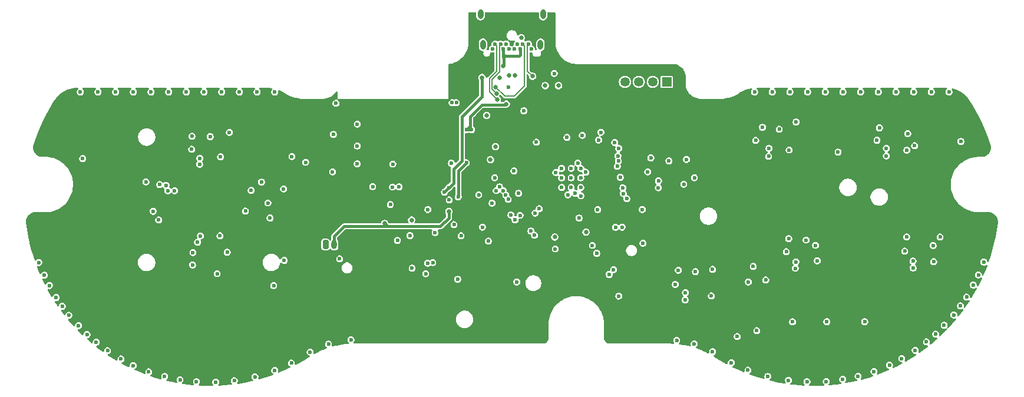
<source format=gbr>
%TF.GenerationSoftware,KiCad,Pcbnew,9.0.6-rc2*%
%TF.CreationDate,2025-11-20T00:57:41-08:00*%
%TF.ProjectId,LatteJr_Main_Board,4c617474-654a-4725-9f4d-61696e5f426f,rev?*%
%TF.SameCoordinates,Original*%
%TF.FileFunction,Copper,L3,Inr*%
%TF.FilePolarity,Positive*%
%FSLAX46Y46*%
G04 Gerber Fmt 4.6, Leading zero omitted, Abs format (unit mm)*
G04 Created by KiCad (PCBNEW 9.0.6-rc2) date 2025-11-20 00:57:41*
%MOMM*%
%LPD*%
G01*
G04 APERTURE LIST*
G04 Aperture macros list*
%AMRoundRect*
0 Rectangle with rounded corners*
0 $1 Rounding radius*
0 $2 $3 $4 $5 $6 $7 $8 $9 X,Y pos of 4 corners*
0 Add a 4 corners polygon primitive as box body*
4,1,4,$2,$3,$4,$5,$6,$7,$8,$9,$2,$3,0*
0 Add four circle primitives for the rounded corners*
1,1,$1+$1,$2,$3*
1,1,$1+$1,$4,$5*
1,1,$1+$1,$6,$7*
1,1,$1+$1,$8,$9*
0 Add four rect primitives between the rounded corners*
20,1,$1+$1,$2,$3,$4,$5,0*
20,1,$1+$1,$4,$5,$6,$7,0*
20,1,$1+$1,$6,$7,$8,$9,0*
20,1,$1+$1,$8,$9,$2,$3,0*%
G04 Aperture macros list end*
%TA.AperFunction,ComponentPad*%
%ADD10R,1.350000X1.350000*%
%TD*%
%TA.AperFunction,ComponentPad*%
%ADD11C,1.350000*%
%TD*%
%TA.AperFunction,ComponentPad*%
%ADD12C,0.600000*%
%TD*%
%TA.AperFunction,ComponentPad*%
%ADD13RoundRect,0.200000X-0.200000X-0.450000X0.200000X-0.450000X0.200000X0.450000X-0.200000X0.450000X0*%
%TD*%
%TA.AperFunction,ComponentPad*%
%ADD14O,0.800000X1.300000*%
%TD*%
%TA.AperFunction,ComponentPad*%
%ADD15O,0.800000X1.400000*%
%TD*%
%TA.AperFunction,ViaPad*%
%ADD16C,0.600000*%
%TD*%
%TA.AperFunction,ViaPad*%
%ADD17C,0.650000*%
%TD*%
%TA.AperFunction,Conductor*%
%ADD18C,0.450000*%
%TD*%
%TA.AperFunction,Conductor*%
%ADD19C,0.200000*%
%TD*%
G04 APERTURE END LIST*
D10*
%TO.N,SWD*%
%TO.C,J1*%
X114864400Y-27432000D03*
D11*
%TO.N,SWCLK*%
X112864399Y-27432000D03*
%TO.N,GND*%
X110864400Y-27432000D03*
%TO.N,VBUS*%
X108864400Y-27432000D03*
%TD*%
D12*
%TO.N,GND*%
%TO.C,U1*%
X99767800Y-39855800D03*
X99767800Y-41230800D03*
X99767800Y-42605800D03*
X101142800Y-39855800D03*
X101142800Y-41230800D03*
X101142800Y-42605800D03*
X102517800Y-39855800D03*
X102517800Y-41230800D03*
X102517800Y-42605800D03*
%TD*%
D13*
%TO.N,GND*%
%TO.C,J6*%
X65846800Y-50823600D03*
D14*
%TO.N,BATTERY_POS*%
X67096799Y-50823600D03*
%TD*%
D12*
%TO.N,GND*%
%TO.C,J3*%
X95402599Y-22693800D03*
%TO.N,+3.3V_PRE*%
X95002599Y-21993800D03*
%TO.N,N_CLOCK*%
X94202599Y-21993800D03*
%TO.N,VBUS*%
X93802599Y-22693800D03*
%TO.N,Net-(J3-CC2)*%
X93402599Y-21993801D03*
%TO.N,D+*%
X93002599Y-22693800D03*
%TO.N,D-*%
X92202599Y-22693800D03*
%TO.N,unconnected-(J3-SBU2-PadB8)*%
X91802599Y-21993801D03*
%TO.N,VBUS*%
X91402599Y-22693800D03*
%TO.N,N_LATCH*%
X91002599Y-21993800D03*
%TO.N,N_DATA*%
X90202599Y-21993800D03*
%TO.N,GND*%
X89802599Y-22693800D03*
D15*
X88472599Y-22103800D03*
X96732599Y-22103800D03*
X97092598Y-17703800D03*
X88112600Y-17703800D03*
%TD*%
D16*
%TO.N,GND*%
X93573600Y-43451400D03*
X27127200Y-58420000D03*
X38227000Y-28879800D03*
X44932600Y-70231000D03*
X132410200Y-49961800D03*
X144653000Y-69062600D03*
X146888200Y-68148200D03*
X153517600Y-63703200D03*
X43180000Y-43078400D03*
X46659800Y-35255200D03*
X135026400Y-70535800D03*
X140157200Y-70180200D03*
X157962600Y-58369200D03*
X132588000Y-28879800D03*
X46786800Y-51968400D03*
X107391200Y-36144200D03*
X143332200Y-61899210D03*
X28016200Y-59690000D03*
X127812800Y-63195200D03*
X87858600Y-43662600D03*
X117703600Y-38582600D03*
X158927800Y-56642000D03*
X145288000Y-28879800D03*
X25425400Y-55219600D03*
X92913200Y-40233600D03*
X135128000Y-28879800D03*
X157073600Y-59639200D03*
X84023200Y-30429200D03*
X70383400Y-39217600D03*
X156133800Y-60934600D03*
X40767000Y-28879800D03*
X32893000Y-64846200D03*
X50927000Y-28879800D03*
X126542800Y-68859400D03*
X89763600Y-44856400D03*
X76174600Y-50215800D03*
X149504400Y-34874200D03*
X42011600Y-42189400D03*
X150571200Y-66014600D03*
X59817000Y-42824400D03*
X40436800Y-69113400D03*
X155448000Y-28879800D03*
X137871200Y-61899800D03*
X92125800Y-28219400D03*
X116306600Y-64592200D03*
X118821200Y-65074800D03*
X52730400Y-70383400D03*
X129565400Y-36982400D03*
X33147000Y-28879800D03*
X55702200Y-69824600D03*
X35687000Y-28879800D03*
X128625600Y-33959800D03*
X132359400Y-70332600D03*
X159664400Y-55168800D03*
X47294800Y-70535800D03*
X96139000Y-36093400D03*
D17*
X99314000Y-27965400D03*
D16*
X47777400Y-38404800D03*
X36449000Y-67259200D03*
X45847000Y-28879800D03*
X58547000Y-28879800D03*
X69494400Y-64516000D03*
X88392000Y-48310800D03*
D17*
X98780600Y-49733200D03*
D16*
X84302600Y-47955200D03*
X47853600Y-49580800D03*
X100533200Y-35407600D03*
X112598200Y-38354000D03*
X28956000Y-60985400D03*
X142748000Y-28879800D03*
X157149800Y-35991800D03*
X38201600Y-68199000D03*
X105088300Y-35788600D03*
X129387600Y-69773800D03*
X150368000Y-28879800D03*
X148640800Y-67208400D03*
X130048000Y-28879800D03*
X52019200Y-34696400D03*
X31572200Y-63754000D03*
X149352000Y-49733200D03*
X142367000Y-69723000D03*
X152196800Y-64795400D03*
X98704400Y-26212800D03*
X75514200Y-39243000D03*
X146431000Y-36982400D03*
X84639100Y-30429200D03*
X53467000Y-28879800D03*
X147828000Y-28879800D03*
X30937200Y-38455600D03*
X104952800Y-45796200D03*
D17*
X89001600Y-32258000D03*
D16*
X127508000Y-28879800D03*
X117551200Y-57734200D03*
X102285800Y-46996600D03*
X83616800Y-44399200D03*
X50063400Y-70586600D03*
X30353000Y-62458600D03*
X58547000Y-68910200D03*
X57861200Y-46990000D03*
X121462800Y-54381400D03*
X108204000Y-41148000D03*
X75158600Y-45059600D03*
X133451600Y-33197800D03*
X66268600Y-65125600D03*
X133426200Y-53314600D03*
X132943600Y-61925200D03*
X41071800Y-46024800D03*
X48387000Y-28879800D03*
X42722800Y-69773800D03*
X66979800Y-34975800D03*
X154736800Y-62407800D03*
X145440400Y-34036000D03*
X160451800Y-53340000D03*
X137795000Y-70485000D03*
X118846600Y-41198800D03*
X150266400Y-53187600D03*
X136245600Y-50927000D03*
X56007000Y-28879800D03*
X124155200Y-67792600D03*
X116535200Y-54508400D03*
X85318600Y-49555400D03*
X63627000Y-66268600D03*
X153162000Y-50952400D03*
X67335400Y-30505400D03*
X121462800Y-66217800D03*
X43307000Y-28879800D03*
X34518600Y-66065400D03*
X113690400Y-41656000D03*
X126593600Y-56184800D03*
X60934600Y-67843400D03*
X26162000Y-56692800D03*
X105410000Y-34677600D03*
X137668000Y-28879800D03*
X24638000Y-53390800D03*
X83921600Y-39116000D03*
X50266600Y-54991000D03*
X30607000Y-28879800D03*
X140208000Y-28879800D03*
D17*
X103276400Y-49022000D03*
D16*
X152908000Y-28879800D03*
D17*
%TO.N,BATTERY_POS*%
X83591400Y-46075600D03*
X74345800Y-47777400D03*
D16*
%TO.N,VBUS*%
X82931000Y-43281600D03*
X83566000Y-42646600D03*
D17*
X97409000Y-27965400D03*
X91377599Y-25120600D03*
X88341200Y-26797000D03*
D16*
%TO.N,+3.3V_PRE*%
X86131400Y-34315400D03*
X86822340Y-34295372D03*
X94335600Y-31597600D03*
D17*
X91821000Y-30607000D03*
X95580200Y-26619200D03*
%TO.N,SHARED_PU*%
X90268698Y-36725498D03*
D16*
X90144600Y-41198800D03*
D17*
X89532098Y-38630498D03*
D16*
%TO.N,+3V3*%
X95543908Y-43412939D03*
X78841600Y-49936400D03*
X55600600Y-45999400D03*
X38963600Y-44348400D03*
X89508964Y-48234310D03*
X98856800Y-47269400D03*
X121539000Y-56515000D03*
X51993800Y-36703000D03*
X89636600Y-43891200D03*
X99364800Y-36626800D03*
X135077200Y-64084200D03*
X146316700Y-63055500D03*
X78943200Y-45085000D03*
X120497600Y-58724800D03*
X105664000Y-37947600D03*
X102870000Y-36271200D03*
X86182200Y-36576000D03*
X154381200Y-52019200D03*
X103454200Y-41376600D03*
X50723800Y-39370000D03*
X132511800Y-38277800D03*
X104216200Y-45796200D03*
X43992800Y-45999400D03*
X50749200Y-50469800D03*
X154686000Y-38658800D03*
X116662200Y-42900600D03*
X95298754Y-36984446D03*
X117703600Y-41046400D03*
X27863800Y-36042600D03*
X51714400Y-53898800D03*
X129882900Y-65214500D03*
X136347200Y-54051200D03*
X153238200Y-54203600D03*
X147955000Y-35509200D03*
X149428200Y-38201600D03*
X140703300Y-63182500D03*
X92278200Y-38735000D03*
X92303600Y-35890200D03*
X137515600Y-51790600D03*
X89484200Y-47498000D03*
X133527800Y-35314000D03*
%TO.N,+1V1*%
X100672569Y-43658305D03*
X102745041Y-35110626D03*
X98933000Y-40462200D03*
X103242800Y-40411400D03*
X102090372Y-39106595D03*
D17*
%TO.N,N_LATCH*%
X90398600Y-29083000D03*
%TO.N,N_CLOCK*%
X90297000Y-28168600D03*
%TO.N,N_DATA*%
X90525600Y-29997400D03*
%TO.N,Net-(J3-CC1)*%
X90855800Y-26797000D03*
%TO.N,Net-(J3-CC2)*%
X93954600Y-21082000D03*
D16*
%TO.N,Net-(U1-GPIO11)*%
X93802200Y-46609000D03*
X66852800Y-40360600D03*
%TO.N,SWCLK*%
X101701600Y-43459400D03*
%TO.N,SWD*%
X102539800Y-43815000D03*
%TO.N,VBUS_SYS*%
X84912200Y-43942000D03*
X86080600Y-39065200D03*
D17*
%TO.N,D-*%
X93037851Y-26461234D03*
%TO.N,D+*%
X92176600Y-26466800D03*
D16*
%TO.N,WL_CLK*%
X70408800Y-33502600D03*
X92092400Y-44314101D03*
%TO.N,I2C0_SCL*%
X77978000Y-49530000D03*
X80543400Y-45770800D03*
X80518000Y-53492400D03*
X95961200Y-46278800D03*
%TO.N,BTN_PWR*%
X81584800Y-49098200D03*
X89249194Y-50317670D03*
X90373200Y-43053000D03*
%TO.N,WL_CS*%
X72618600Y-42494200D03*
X91744800Y-43688000D03*
%TO.N,WL_ON*%
X90855800Y-42519600D03*
X76403200Y-42519600D03*
D17*
%TO.N,I2C0_SDA*%
X78206600Y-47294800D03*
D16*
X81254600Y-53416200D03*
X96545400Y-45669200D03*
%TO.N,WL_D*%
X91399600Y-43078400D03*
X70408800Y-36652200D03*
X75463400Y-42545000D03*
%TO.N,RGB_OUT*%
X47752000Y-39268400D03*
X61010800Y-38150800D03*
%TO.N,Net-(RGB1-DOUT)*%
X42926000Y-42291000D03*
X50749200Y-38201600D03*
%TO.N,Net-(RGB3-DOUT)*%
X50673000Y-49555400D03*
X54330600Y-45999400D03*
%TO.N,Net-(RGB5-DOUT)*%
X129514600Y-38125400D03*
X117322600Y-42138600D03*
%TO.N,Net-(RGB10-DIN)*%
X136499600Y-53136800D03*
X117525800Y-58775600D03*
%TO.N,Net-(RGB10-DOUT)*%
X121285000Y-58191400D03*
X124993400Y-64033400D03*
%TO.N,GRIP_R_BTN*%
X127304800Y-53949600D03*
X109143800Y-44221400D03*
X129108200Y-55905400D03*
%TO.N,GRIP_L_BTN*%
X58394600Y-56718200D03*
%TO.N,CAPTURE_BTN*%
X78282800Y-54203600D03*
X95351600Y-48869600D03*
%TO.N,HOME_BTN*%
X107518200Y-48336200D03*
X84836000Y-55803800D03*
%TO.N,MINUS_BTN*%
X80238600Y-55016400D03*
X95859600Y-49479200D03*
%TO.N,PLUS_BTN*%
X93319600Y-56184800D03*
X108458000Y-48310800D03*
%TO.N,Net-(R3-Pad2)*%
X107975400Y-58216800D03*
X104825800Y-52070000D03*
X104190800Y-50927000D03*
%TO.N,Net-(U1-GPIO17)*%
X98856800Y-51435000D03*
X67868800Y-52857400D03*
%TO.N,Net-(RGB2-DOUT)*%
X44145200Y-43078400D03*
X47447200Y-50469800D03*
%TO.N,Net-(RGB7-DOUT)*%
X150291800Y-54178200D03*
X149377400Y-37236400D03*
%TO.N,Net-(RGB4-DOUT)*%
X111455200Y-50622200D03*
X113665000Y-42646600D03*
X59893200Y-53086000D03*
X55143400Y-43027600D03*
%TO.N,RGB_B*%
X146431000Y-38074600D03*
X132461000Y-37211000D03*
%TO.N,Net-(RGB8-DOUT)*%
X153238200Y-53289200D03*
X133350000Y-54229000D03*
%TO.N,TRIGGER_EN_R*%
X108635800Y-43484800D03*
X154152600Y-49733200D03*
X139496800Y-37515800D03*
X150495000Y-36601400D03*
%TO.N,ADC_0*%
X46736000Y-53746400D03*
X107238800Y-54406800D03*
X107772200Y-39573200D03*
X132054600Y-51841400D03*
%TO.N,ADC_3*%
X127660400Y-35839400D03*
X145084800Y-35814000D03*
X46609000Y-37109400D03*
X107975400Y-36982400D03*
%TO.N,ADC_1*%
X56642000Y-41833800D03*
X106603800Y-55118000D03*
X116103400Y-56540400D03*
X107924600Y-38811200D03*
X149072600Y-51765200D03*
%TO.N,ADC_2*%
X40030400Y-41808400D03*
X112141000Y-40360600D03*
X107848400Y-38074600D03*
%TO.N,DPAD_EN*%
X93065600Y-47269400D03*
X62992000Y-38989000D03*
X49276000Y-35306000D03*
X57556400Y-44831000D03*
X51714400Y-51917600D03*
X41859200Y-47269400D03*
%TO.N,TRIGGER_EN_L*%
X92481400Y-46558200D03*
%TO.N,BTN_EN*%
X111353600Y-45770800D03*
X115189000Y-38785800D03*
X131038600Y-34239200D03*
X118999000Y-54711600D03*
X108559600Y-42672000D03*
X134899400Y-50165000D03*
%TD*%
D18*
%TO.N,BATTERY_POS*%
X82346800Y-48209200D02*
X74777600Y-48209200D01*
X83591400Y-46964600D02*
X82346800Y-48209200D01*
X74777600Y-48209200D02*
X74345800Y-47777400D01*
X67096799Y-50823600D02*
X67096799Y-49590801D01*
X68478400Y-48209200D02*
X74777600Y-48209200D01*
X67096799Y-49590801D02*
X68478400Y-48209200D01*
X83591400Y-46075600D02*
X83591400Y-46964600D01*
%TO.N,VBUS*%
X91617800Y-23723600D02*
X91402599Y-23508399D01*
X85445600Y-38760400D02*
X85445600Y-32461200D01*
X91414600Y-23926800D02*
X91414600Y-25083599D01*
X82931000Y-43281600D02*
X84226400Y-41986200D01*
X93802599Y-23570801D02*
X93649800Y-23723600D01*
X91402599Y-23508399D02*
X91402599Y-22693800D01*
X84226400Y-39979600D02*
X85445600Y-38760400D01*
X91402599Y-23508399D02*
X91402599Y-23914799D01*
X85445600Y-32461200D02*
X88341200Y-29565600D01*
X91402599Y-23914799D02*
X91414600Y-23926800D01*
X93802599Y-22693800D02*
X93802599Y-23570801D01*
X93649800Y-23723600D02*
X91617800Y-23723600D01*
X91414600Y-25083599D02*
X91377599Y-25120600D01*
X84226400Y-41986200D02*
X84226400Y-39979600D01*
X88341200Y-29565600D02*
X88341200Y-26797000D01*
%TO.N,+3.3V_PRE*%
X86639400Y-34112432D02*
X86822340Y-34295372D01*
X86639400Y-33528000D02*
X86639400Y-34112432D01*
X86131400Y-34315400D02*
X86802312Y-34315400D01*
X86639400Y-33528000D02*
X86639400Y-33807400D01*
D19*
X94843600Y-22152799D02*
X94843600Y-25882600D01*
D18*
X86802312Y-34315400D02*
X86822340Y-34295372D01*
X88290400Y-30734000D02*
X86639400Y-32385000D01*
X86639400Y-32385000D02*
X86639400Y-33528000D01*
D19*
X94843600Y-25882600D02*
X95580200Y-26619200D01*
D18*
X91694000Y-30734000D02*
X88290400Y-30734000D01*
D19*
X95002599Y-21993800D02*
X94843600Y-22152799D01*
D18*
X91821000Y-30607000D02*
X91694000Y-30734000D01*
X86639400Y-33807400D02*
X86131400Y-34315400D01*
D19*
%TO.N,N_LATCH*%
X89738200Y-27076400D02*
X90830400Y-25984200D01*
X90398600Y-29083000D02*
X89738200Y-28422600D01*
X89738200Y-28422600D02*
X89738200Y-27076400D01*
X90830400Y-25984200D02*
X90830400Y-22165999D01*
X90830400Y-22165999D02*
X91002599Y-21993800D01*
%TO.N,N_CLOCK*%
X92964000Y-29489400D02*
X94411800Y-28041600D01*
X94411800Y-22203001D02*
X94202599Y-21993800D01*
X91617800Y-29489400D02*
X92964000Y-29489400D01*
X90297000Y-28168600D02*
X91617800Y-29489400D01*
X94411800Y-28041600D02*
X94411800Y-22203001D01*
%TO.N,N_DATA*%
X89382600Y-28854400D02*
X89382600Y-26898600D01*
X90398600Y-22189801D02*
X90202599Y-21993800D01*
X90398600Y-25882600D02*
X90398600Y-22189801D01*
X89382600Y-26898600D02*
X90398600Y-25882600D01*
X90525600Y-29997400D02*
X89382600Y-28854400D01*
D18*
%TO.N,VBUS_SYS*%
X86080600Y-39065200D02*
X84912200Y-40233600D01*
X84912200Y-40233600D02*
X84912200Y-43942000D01*
%TD*%
%TA.AperFunction,Conductor*%
%TO.N,+3V3*%
G36*
X87455139Y-17421686D02*
G01*
X87500894Y-17474490D01*
X87512100Y-17526001D01*
X87512100Y-18082856D01*
X87553023Y-18235583D01*
X87553026Y-18235590D01*
X87632075Y-18372509D01*
X87632079Y-18372514D01*
X87632080Y-18372516D01*
X87743884Y-18484320D01*
X87743886Y-18484321D01*
X87743890Y-18484324D01*
X87880809Y-18563373D01*
X87880816Y-18563377D01*
X88033543Y-18604300D01*
X88033545Y-18604300D01*
X88191655Y-18604300D01*
X88191657Y-18604300D01*
X88344384Y-18563377D01*
X88481316Y-18484320D01*
X88593120Y-18372516D01*
X88672177Y-18235584D01*
X88713100Y-18082857D01*
X88713100Y-17526001D01*
X88732785Y-17458962D01*
X88785589Y-17413207D01*
X88837100Y-17402001D01*
X96368098Y-17402001D01*
X96435137Y-17421686D01*
X96480892Y-17474490D01*
X96492098Y-17526001D01*
X96492098Y-18082856D01*
X96533021Y-18235583D01*
X96533024Y-18235590D01*
X96612073Y-18372509D01*
X96612077Y-18372514D01*
X96612078Y-18372516D01*
X96723882Y-18484320D01*
X96723884Y-18484321D01*
X96723888Y-18484324D01*
X96860807Y-18563373D01*
X96860814Y-18563377D01*
X97013541Y-18604300D01*
X97013543Y-18604300D01*
X97171653Y-18604300D01*
X97171655Y-18604300D01*
X97324382Y-18563377D01*
X97461314Y-18484320D01*
X97573118Y-18372516D01*
X97652175Y-18235584D01*
X97693098Y-18082857D01*
X97693098Y-17526001D01*
X97712783Y-17458962D01*
X97765587Y-17413207D01*
X97817098Y-17402001D01*
X98740496Y-17402001D01*
X98807535Y-17421686D01*
X98853290Y-17474490D01*
X98864496Y-17526001D01*
X98864496Y-21759362D01*
X98864528Y-21759702D01*
X98864528Y-21882672D01*
X98864528Y-21882676D01*
X98899042Y-22211087D01*
X98936322Y-22386486D01*
X98967696Y-22534097D01*
X99069734Y-22848149D01*
X99147321Y-23022413D01*
X99204047Y-23149824D01*
X99369155Y-23435805D01*
X99563252Y-23702960D01*
X99781540Y-23945396D01*
X99784211Y-23948363D01*
X100019594Y-24160306D01*
X100029611Y-24169325D01*
X100296764Y-24363425D01*
X100582743Y-24528537D01*
X100884414Y-24662850D01*
X101198472Y-24764895D01*
X101521476Y-24833552D01*
X101849888Y-24868070D01*
X101985062Y-24868070D01*
X115726943Y-24868070D01*
X115757227Y-24868070D01*
X115765336Y-24868335D01*
X115801025Y-24870674D01*
X115994601Y-24883360D01*
X116010666Y-24885475D01*
X116232015Y-24929503D01*
X116247678Y-24933700D01*
X116461384Y-25006242D01*
X116476356Y-25012444D01*
X116678775Y-25112264D01*
X116692799Y-25120361D01*
X116803236Y-25194151D01*
X116880452Y-25245744D01*
X116893320Y-25255618D01*
X117062992Y-25404414D01*
X117074461Y-25415883D01*
X117184282Y-25541107D01*
X117223260Y-25585551D01*
X117233131Y-25598415D01*
X117309229Y-25712300D01*
X117358514Y-25786059D01*
X117366624Y-25800106D01*
X117466436Y-26002498D01*
X117472644Y-26017483D01*
X117545189Y-26231186D01*
X117549387Y-26246853D01*
X117593417Y-26468191D01*
X117595534Y-26484271D01*
X117610525Y-26712915D01*
X117610791Y-26721028D01*
X117610791Y-27649044D01*
X117610765Y-27649132D01*
X117610767Y-27830507D01*
X117642130Y-28088784D01*
X117704391Y-28341373D01*
X117709455Y-28354725D01*
X117796652Y-28584639D01*
X117917559Y-28815002D01*
X117936848Y-28842946D01*
X118052211Y-29010077D01*
X118065350Y-29029111D01*
X118237872Y-29223845D01*
X118432608Y-29396365D01*
X118506515Y-29447379D01*
X118632167Y-29534110D01*
X118646719Y-29544154D01*
X118877082Y-29665057D01*
X119030873Y-29723382D01*
X119120333Y-29757310D01*
X119120335Y-29757310D01*
X119120339Y-29757312D01*
X119372943Y-29819574D01*
X119588992Y-29845807D01*
X119631208Y-29850934D01*
X119631210Y-29850934D01*
X119846996Y-29850934D01*
X119847005Y-29850933D01*
X122641867Y-29850933D01*
X122641982Y-29850966D01*
X122693254Y-29850960D01*
X122693254Y-29850962D01*
X122883581Y-29850942D01*
X123262859Y-29818587D01*
X123263005Y-29818562D01*
X123638015Y-29754114D01*
X123638017Y-29754114D01*
X123807882Y-29709782D01*
X124006333Y-29657992D01*
X124365151Y-29530914D01*
X124711869Y-29373801D01*
X125043981Y-29187790D01*
X125173100Y-29100295D01*
X125173106Y-29100295D01*
X125196446Y-29084475D01*
X125199340Y-29082514D01*
X125203725Y-29079676D01*
X125529998Y-28878245D01*
X125539154Y-28873118D01*
X125878957Y-28701363D01*
X125888519Y-28697030D01*
X126241683Y-28554779D01*
X126251616Y-28551261D01*
X126615563Y-28439549D01*
X126625754Y-28436890D01*
X126997905Y-28356508D01*
X127008275Y-28354727D01*
X127011550Y-28354307D01*
X127080548Y-28365303D01*
X127132649Y-28411857D01*
X127151310Y-28479188D01*
X127130606Y-28545920D01*
X127115009Y-28564977D01*
X127107500Y-28572485D01*
X127107500Y-28572486D01*
X127041608Y-28686612D01*
X127029439Y-28732030D01*
X127007500Y-28813908D01*
X127007500Y-28945692D01*
X127022681Y-29002349D01*
X127041608Y-29072987D01*
X127048244Y-29084480D01*
X127107500Y-29187114D01*
X127200686Y-29280300D01*
X127314814Y-29346192D01*
X127442108Y-29380300D01*
X127442110Y-29380300D01*
X127573890Y-29380300D01*
X127573892Y-29380300D01*
X127701186Y-29346192D01*
X127815314Y-29280300D01*
X127908500Y-29187114D01*
X127974392Y-29072986D01*
X128008500Y-28945692D01*
X128008500Y-28813908D01*
X127974392Y-28686614D01*
X127973917Y-28685792D01*
X127954499Y-28652158D01*
X127908500Y-28572486D01*
X127836647Y-28500633D01*
X127803162Y-28439310D01*
X127808146Y-28369618D01*
X127850018Y-28313685D01*
X127915482Y-28289268D01*
X127924328Y-28288952D01*
X129631672Y-28288952D01*
X129698711Y-28308637D01*
X129744466Y-28361441D01*
X129754410Y-28430599D01*
X129725385Y-28494155D01*
X129719353Y-28500633D01*
X129647502Y-28572483D01*
X129647500Y-28572486D01*
X129581608Y-28686612D01*
X129569439Y-28732030D01*
X129547500Y-28813908D01*
X129547500Y-28945692D01*
X129562681Y-29002349D01*
X129581608Y-29072987D01*
X129588244Y-29084480D01*
X129647500Y-29187114D01*
X129740686Y-29280300D01*
X129854814Y-29346192D01*
X129982108Y-29380300D01*
X129982110Y-29380300D01*
X130113890Y-29380300D01*
X130113892Y-29380300D01*
X130241186Y-29346192D01*
X130355314Y-29280300D01*
X130448500Y-29187114D01*
X130514392Y-29072986D01*
X130548500Y-28945692D01*
X130548500Y-28813908D01*
X130514392Y-28686614D01*
X130513917Y-28685792D01*
X130494499Y-28652158D01*
X130448500Y-28572486D01*
X130376647Y-28500633D01*
X130343162Y-28439310D01*
X130348146Y-28369618D01*
X130390018Y-28313685D01*
X130455482Y-28289268D01*
X130464328Y-28288952D01*
X132171672Y-28288952D01*
X132238711Y-28308637D01*
X132284466Y-28361441D01*
X132294410Y-28430599D01*
X132265385Y-28494155D01*
X132259353Y-28500633D01*
X132187502Y-28572483D01*
X132187500Y-28572486D01*
X132121608Y-28686612D01*
X132109439Y-28732030D01*
X132087500Y-28813908D01*
X132087500Y-28945692D01*
X132102681Y-29002349D01*
X132121608Y-29072987D01*
X132128244Y-29084480D01*
X132187500Y-29187114D01*
X132280686Y-29280300D01*
X132394814Y-29346192D01*
X132522108Y-29380300D01*
X132522110Y-29380300D01*
X132653890Y-29380300D01*
X132653892Y-29380300D01*
X132781186Y-29346192D01*
X132895314Y-29280300D01*
X132988500Y-29187114D01*
X133054392Y-29072986D01*
X133088500Y-28945692D01*
X133088500Y-28813908D01*
X133054392Y-28686614D01*
X133053917Y-28685792D01*
X133034499Y-28652158D01*
X132988500Y-28572486D01*
X132916647Y-28500633D01*
X132883162Y-28439310D01*
X132888146Y-28369618D01*
X132930018Y-28313685D01*
X132995482Y-28289268D01*
X133004328Y-28288952D01*
X134711672Y-28288952D01*
X134778711Y-28308637D01*
X134824466Y-28361441D01*
X134834410Y-28430599D01*
X134805385Y-28494155D01*
X134799353Y-28500633D01*
X134727502Y-28572483D01*
X134727500Y-28572486D01*
X134661608Y-28686612D01*
X134649439Y-28732030D01*
X134627500Y-28813908D01*
X134627500Y-28945692D01*
X134642681Y-29002349D01*
X134661608Y-29072987D01*
X134668244Y-29084480D01*
X134727500Y-29187114D01*
X134820686Y-29280300D01*
X134934814Y-29346192D01*
X135062108Y-29380300D01*
X135062110Y-29380300D01*
X135193890Y-29380300D01*
X135193892Y-29380300D01*
X135321186Y-29346192D01*
X135435314Y-29280300D01*
X135528500Y-29187114D01*
X135594392Y-29072986D01*
X135628500Y-28945692D01*
X135628500Y-28813908D01*
X135594392Y-28686614D01*
X135593917Y-28685792D01*
X135574499Y-28652158D01*
X135528500Y-28572486D01*
X135456647Y-28500633D01*
X135423162Y-28439310D01*
X135428146Y-28369618D01*
X135470018Y-28313685D01*
X135535482Y-28289268D01*
X135544328Y-28288952D01*
X137251672Y-28288952D01*
X137318711Y-28308637D01*
X137364466Y-28361441D01*
X137374410Y-28430599D01*
X137345385Y-28494155D01*
X137339353Y-28500633D01*
X137267502Y-28572483D01*
X137267500Y-28572486D01*
X137201608Y-28686612D01*
X137189439Y-28732030D01*
X137167500Y-28813908D01*
X137167500Y-28945692D01*
X137182681Y-29002349D01*
X137201608Y-29072987D01*
X137208244Y-29084480D01*
X137267500Y-29187114D01*
X137360686Y-29280300D01*
X137474814Y-29346192D01*
X137602108Y-29380300D01*
X137602110Y-29380300D01*
X137733890Y-29380300D01*
X137733892Y-29380300D01*
X137861186Y-29346192D01*
X137975314Y-29280300D01*
X138068500Y-29187114D01*
X138134392Y-29072986D01*
X138168500Y-28945692D01*
X138168500Y-28813908D01*
X138134392Y-28686614D01*
X138133917Y-28685792D01*
X138114499Y-28652158D01*
X138068500Y-28572486D01*
X137996647Y-28500633D01*
X137963162Y-28439310D01*
X137968146Y-28369618D01*
X138010018Y-28313685D01*
X138075482Y-28289268D01*
X138084328Y-28288952D01*
X139791672Y-28288952D01*
X139858711Y-28308637D01*
X139904466Y-28361441D01*
X139914410Y-28430599D01*
X139885385Y-28494155D01*
X139879353Y-28500633D01*
X139807502Y-28572483D01*
X139807500Y-28572486D01*
X139741608Y-28686612D01*
X139729439Y-28732030D01*
X139707500Y-28813908D01*
X139707500Y-28945692D01*
X139722681Y-29002349D01*
X139741608Y-29072987D01*
X139748244Y-29084480D01*
X139807500Y-29187114D01*
X139900686Y-29280300D01*
X140014814Y-29346192D01*
X140142108Y-29380300D01*
X140142110Y-29380300D01*
X140273890Y-29380300D01*
X140273892Y-29380300D01*
X140401186Y-29346192D01*
X140515314Y-29280300D01*
X140608500Y-29187114D01*
X140674392Y-29072986D01*
X140708500Y-28945692D01*
X140708500Y-28813908D01*
X140674392Y-28686614D01*
X140673917Y-28685792D01*
X140654499Y-28652158D01*
X140608500Y-28572486D01*
X140536647Y-28500633D01*
X140503162Y-28439310D01*
X140508146Y-28369618D01*
X140550018Y-28313685D01*
X140615482Y-28289268D01*
X140624328Y-28288952D01*
X142331672Y-28288952D01*
X142398711Y-28308637D01*
X142444466Y-28361441D01*
X142454410Y-28430599D01*
X142425385Y-28494155D01*
X142419353Y-28500633D01*
X142347502Y-28572483D01*
X142347500Y-28572486D01*
X142281608Y-28686612D01*
X142269439Y-28732030D01*
X142247500Y-28813908D01*
X142247500Y-28945692D01*
X142262681Y-29002349D01*
X142281608Y-29072987D01*
X142288244Y-29084480D01*
X142347500Y-29187114D01*
X142440686Y-29280300D01*
X142554814Y-29346192D01*
X142682108Y-29380300D01*
X142682110Y-29380300D01*
X142813890Y-29380300D01*
X142813892Y-29380300D01*
X142941186Y-29346192D01*
X143055314Y-29280300D01*
X143148500Y-29187114D01*
X143214392Y-29072986D01*
X143248500Y-28945692D01*
X143248500Y-28813908D01*
X143214392Y-28686614D01*
X143213917Y-28685792D01*
X143194499Y-28652158D01*
X143148500Y-28572486D01*
X143076647Y-28500633D01*
X143043162Y-28439310D01*
X143048146Y-28369618D01*
X143090018Y-28313685D01*
X143155482Y-28289268D01*
X143164328Y-28288952D01*
X144871672Y-28288952D01*
X144938711Y-28308637D01*
X144984466Y-28361441D01*
X144994410Y-28430599D01*
X144965385Y-28494155D01*
X144959353Y-28500633D01*
X144887502Y-28572483D01*
X144887500Y-28572486D01*
X144821608Y-28686612D01*
X144809439Y-28732030D01*
X144787500Y-28813908D01*
X144787500Y-28945692D01*
X144802681Y-29002349D01*
X144821608Y-29072987D01*
X144828244Y-29084480D01*
X144887500Y-29187114D01*
X144980686Y-29280300D01*
X145094814Y-29346192D01*
X145222108Y-29380300D01*
X145222110Y-29380300D01*
X145353890Y-29380300D01*
X145353892Y-29380300D01*
X145481186Y-29346192D01*
X145595314Y-29280300D01*
X145688500Y-29187114D01*
X145754392Y-29072986D01*
X145788500Y-28945692D01*
X145788500Y-28813908D01*
X145754392Y-28686614D01*
X145753917Y-28685792D01*
X145734499Y-28652158D01*
X145688500Y-28572486D01*
X145616647Y-28500633D01*
X145583162Y-28439310D01*
X145588146Y-28369618D01*
X145630018Y-28313685D01*
X145695482Y-28289268D01*
X145704328Y-28288952D01*
X147411672Y-28288952D01*
X147478711Y-28308637D01*
X147524466Y-28361441D01*
X147534410Y-28430599D01*
X147505385Y-28494155D01*
X147499353Y-28500633D01*
X147427502Y-28572483D01*
X147427500Y-28572486D01*
X147361608Y-28686612D01*
X147349439Y-28732030D01*
X147327500Y-28813908D01*
X147327500Y-28945692D01*
X147342681Y-29002349D01*
X147361608Y-29072987D01*
X147368244Y-29084480D01*
X147427500Y-29187114D01*
X147520686Y-29280300D01*
X147634814Y-29346192D01*
X147762108Y-29380300D01*
X147762110Y-29380300D01*
X147893890Y-29380300D01*
X147893892Y-29380300D01*
X148021186Y-29346192D01*
X148135314Y-29280300D01*
X148228500Y-29187114D01*
X148294392Y-29072986D01*
X148328500Y-28945692D01*
X148328500Y-28813908D01*
X148294392Y-28686614D01*
X148293917Y-28685792D01*
X148274499Y-28652158D01*
X148228500Y-28572486D01*
X148156647Y-28500633D01*
X148123162Y-28439310D01*
X148128146Y-28369618D01*
X148170018Y-28313685D01*
X148235482Y-28289268D01*
X148244328Y-28288952D01*
X149951672Y-28288952D01*
X150018711Y-28308637D01*
X150064466Y-28361441D01*
X150074410Y-28430599D01*
X150045385Y-28494155D01*
X150039353Y-28500633D01*
X149967502Y-28572483D01*
X149967500Y-28572486D01*
X149901608Y-28686612D01*
X149889439Y-28732030D01*
X149867500Y-28813908D01*
X149867500Y-28945692D01*
X149882681Y-29002349D01*
X149901608Y-29072987D01*
X149908244Y-29084480D01*
X149967500Y-29187114D01*
X150060686Y-29280300D01*
X150174814Y-29346192D01*
X150302108Y-29380300D01*
X150302110Y-29380300D01*
X150433890Y-29380300D01*
X150433892Y-29380300D01*
X150561186Y-29346192D01*
X150675314Y-29280300D01*
X150768500Y-29187114D01*
X150834392Y-29072986D01*
X150868500Y-28945692D01*
X150868500Y-28813908D01*
X150834392Y-28686614D01*
X150833917Y-28685792D01*
X150814499Y-28652158D01*
X150768500Y-28572486D01*
X150696647Y-28500633D01*
X150663162Y-28439310D01*
X150668146Y-28369618D01*
X150710018Y-28313685D01*
X150775482Y-28289268D01*
X150784328Y-28288952D01*
X152491672Y-28288952D01*
X152558711Y-28308637D01*
X152604466Y-28361441D01*
X152614410Y-28430599D01*
X152585385Y-28494155D01*
X152579353Y-28500633D01*
X152507502Y-28572483D01*
X152507500Y-28572486D01*
X152441608Y-28686612D01*
X152429439Y-28732030D01*
X152407500Y-28813908D01*
X152407500Y-28945692D01*
X152422681Y-29002349D01*
X152441608Y-29072987D01*
X152448244Y-29084480D01*
X152507500Y-29187114D01*
X152600686Y-29280300D01*
X152714814Y-29346192D01*
X152842108Y-29380300D01*
X152842110Y-29380300D01*
X152973890Y-29380300D01*
X152973892Y-29380300D01*
X153101186Y-29346192D01*
X153215314Y-29280300D01*
X153308500Y-29187114D01*
X153374392Y-29072986D01*
X153408500Y-28945692D01*
X153408500Y-28813908D01*
X153374392Y-28686614D01*
X153373917Y-28685792D01*
X153354499Y-28652158D01*
X153308500Y-28572486D01*
X153236647Y-28500633D01*
X153203162Y-28439310D01*
X153208146Y-28369618D01*
X153250018Y-28313685D01*
X153315482Y-28289268D01*
X153324328Y-28288952D01*
X155031672Y-28288952D01*
X155098711Y-28308637D01*
X155144466Y-28361441D01*
X155154410Y-28430599D01*
X155125385Y-28494155D01*
X155119353Y-28500633D01*
X155047502Y-28572483D01*
X155047500Y-28572486D01*
X154981608Y-28686612D01*
X154969439Y-28732030D01*
X154947500Y-28813908D01*
X154947500Y-28945692D01*
X154962681Y-29002349D01*
X154981608Y-29072987D01*
X154988244Y-29084480D01*
X155047500Y-29187114D01*
X155140686Y-29280300D01*
X155254814Y-29346192D01*
X155382108Y-29380300D01*
X155382110Y-29380300D01*
X155513890Y-29380300D01*
X155513892Y-29380300D01*
X155641186Y-29346192D01*
X155755314Y-29280300D01*
X155848500Y-29187114D01*
X155914392Y-29072986D01*
X155948500Y-28945692D01*
X155948500Y-28813908D01*
X155914392Y-28686614D01*
X155913917Y-28685792D01*
X155894499Y-28652158D01*
X155848500Y-28572486D01*
X155848497Y-28572483D01*
X155848207Y-28571980D01*
X155843490Y-28552538D01*
X155834117Y-28534867D01*
X155835421Y-28519280D01*
X155831734Y-28504080D01*
X155838277Y-28485174D01*
X155839946Y-28465241D01*
X155849470Y-28452834D01*
X155854586Y-28438053D01*
X155870310Y-28425686D01*
X155882492Y-28409819D01*
X155897212Y-28404530D01*
X155909507Y-28394862D01*
X155929420Y-28392960D01*
X155948247Y-28386197D01*
X155975956Y-28388516D01*
X155979060Y-28388220D01*
X155983413Y-28389139D01*
X156155586Y-28428784D01*
X156166384Y-28431791D01*
X156486737Y-28536831D01*
X156497216Y-28540801D01*
X156680521Y-28619897D01*
X156806757Y-28674368D01*
X156816847Y-28679275D01*
X157036915Y-28798894D01*
X157094110Y-28829984D01*
X157113047Y-28840277D01*
X157122642Y-28846069D01*
X157403080Y-29033193D01*
X157412107Y-29039825D01*
X157487048Y-29100295D01*
X157674482Y-29251537D01*
X157682886Y-29258971D01*
X157925033Y-29493517D01*
X157932732Y-29501681D01*
X158152688Y-29757161D01*
X158159617Y-29765987D01*
X158356734Y-30041925D01*
X158361004Y-30048312D01*
X158828889Y-30797388D01*
X158831024Y-30800938D01*
X159274595Y-31566893D01*
X159276611Y-31570511D01*
X159694379Y-32350909D01*
X159696273Y-32354594D01*
X160087723Y-33148474D01*
X160089493Y-33152219D01*
X160454225Y-33958771D01*
X160455868Y-33962573D01*
X160793443Y-34780823D01*
X160794959Y-34784679D01*
X161105017Y-35613755D01*
X161106403Y-35617658D01*
X161387411Y-36453105D01*
X161390630Y-36464429D01*
X161435065Y-36654640D01*
X161437986Y-36673810D01*
X161451950Y-36864887D01*
X161451847Y-36884280D01*
X161435847Y-37075206D01*
X161432722Y-37094344D01*
X161423920Y-37130288D01*
X161387151Y-37280438D01*
X161381082Y-37298849D01*
X161307053Y-37475568D01*
X161298187Y-37492809D01*
X161298185Y-37492813D01*
X161197514Y-37655822D01*
X161186066Y-37671474D01*
X161061213Y-37816792D01*
X161047463Y-37830468D01*
X160901479Y-37954543D01*
X160885767Y-37965907D01*
X160722217Y-38065710D01*
X160704924Y-38074487D01*
X160527816Y-38147569D01*
X160509367Y-38153541D01*
X160323035Y-38198116D01*
X160303879Y-38201139D01*
X160107695Y-38216524D01*
X160098001Y-38216904D01*
X159722821Y-38216904D01*
X159722674Y-38216860D01*
X159476342Y-38216860D01*
X159476341Y-38216860D01*
X159476339Y-38216860D01*
X159373328Y-38227005D01*
X159088079Y-38255098D01*
X159088061Y-38255101D01*
X158705432Y-38331209D01*
X158705420Y-38331212D01*
X158705414Y-38331213D01*
X158705413Y-38331214D01*
X158332062Y-38444467D01*
X158332060Y-38444467D01*
X158332056Y-38444469D01*
X157971622Y-38593764D01*
X157971601Y-38593774D01*
X157627526Y-38777684D01*
X157303118Y-38994446D01*
X157001531Y-39241953D01*
X156725663Y-39517820D01*
X156478153Y-39819410D01*
X156478143Y-39819424D01*
X156261397Y-40143807D01*
X156261386Y-40143825D01*
X156077480Y-40487888D01*
X156077478Y-40487893D01*
X155928173Y-40848342D01*
X155814915Y-41221704D01*
X155738801Y-41604353D01*
X155710619Y-41890500D01*
X155700561Y-41992625D01*
X155700561Y-42382775D01*
X155711783Y-42496713D01*
X155738801Y-42771046D01*
X155814915Y-43153695D01*
X155928173Y-43527057D01*
X156049889Y-43820902D01*
X156074860Y-43881187D01*
X156077478Y-43887506D01*
X156077480Y-43887511D01*
X156261386Y-44231574D01*
X156261397Y-44231592D01*
X156478143Y-44555975D01*
X156478153Y-44555989D01*
X156725663Y-44857579D01*
X157001531Y-45133446D01*
X157303118Y-45380953D01*
X157303125Y-45380958D01*
X157303128Y-45380960D01*
X157326260Y-45396416D01*
X157627526Y-45597715D01*
X157751216Y-45663828D01*
X157971609Y-45781630D01*
X158332062Y-45930933D01*
X158705413Y-46044186D01*
X158705427Y-46044188D01*
X158705432Y-46044190D01*
X158753364Y-46053724D01*
X159088067Y-46120300D01*
X159476339Y-46158540D01*
X159671415Y-46158539D01*
X161079332Y-46158539D01*
X161108918Y-46158539D01*
X161118428Y-46158904D01*
X161310596Y-46173685D01*
X161329387Y-46176594D01*
X161512376Y-46219505D01*
X161530506Y-46225255D01*
X161560057Y-46237192D01*
X161704778Y-46295652D01*
X161721811Y-46304105D01*
X161817001Y-46360838D01*
X161883271Y-46400335D01*
X161898817Y-46411300D01*
X162043640Y-46531081D01*
X162057326Y-46544293D01*
X162182135Y-46684830D01*
X162193639Y-46699982D01*
X162295475Y-46857948D01*
X162304526Y-46874681D01*
X162381002Y-47046367D01*
X162387387Y-47064287D01*
X162436702Y-47245656D01*
X162440270Y-47264341D01*
X162461262Y-47451113D01*
X162461930Y-47470125D01*
X162453946Y-47661733D01*
X162452884Y-47673565D01*
X162314819Y-48671460D01*
X162314081Y-48676135D01*
X162137373Y-49671791D01*
X162136457Y-49676434D01*
X161921890Y-50664608D01*
X161920798Y-50669212D01*
X161668681Y-51648483D01*
X161667414Y-51653043D01*
X161378111Y-52621994D01*
X161376671Y-52626501D01*
X161173571Y-53222731D01*
X161133321Y-53279843D01*
X161068584Y-53306127D01*
X160999913Y-53293240D01*
X160949111Y-53245272D01*
X160936420Y-53214845D01*
X160918192Y-53146814D01*
X160852300Y-53032686D01*
X160759114Y-52939500D01*
X160678252Y-52892814D01*
X160644987Y-52873608D01*
X160550191Y-52848208D01*
X160517692Y-52839500D01*
X160385908Y-52839500D01*
X160258612Y-52873608D01*
X160144486Y-52939500D01*
X160144483Y-52939502D01*
X160051302Y-53032683D01*
X160051300Y-53032686D01*
X159985408Y-53146812D01*
X159956824Y-53253491D01*
X159951300Y-53274108D01*
X159951300Y-53405892D01*
X159964911Y-53456690D01*
X159985408Y-53533187D01*
X159999902Y-53558291D01*
X160051300Y-53647314D01*
X160144486Y-53740500D01*
X160228681Y-53789110D01*
X160252915Y-53803102D01*
X160258614Y-53806392D01*
X160385908Y-53840500D01*
X160385910Y-53840500D01*
X160517690Y-53840500D01*
X160517692Y-53840500D01*
X160644986Y-53806392D01*
X160753172Y-53743930D01*
X160821070Y-53727458D01*
X160887097Y-53750310D01*
X160930288Y-53805231D01*
X160936930Y-53874784D01*
X160930937Y-53895751D01*
X160686652Y-54532211D01*
X160684872Y-54536596D01*
X160402886Y-55195014D01*
X160358398Y-55248890D01*
X160291845Y-55270161D01*
X160224357Y-55252074D01*
X160177361Y-55200372D01*
X160164900Y-55146196D01*
X160164900Y-55102910D01*
X160164900Y-55102908D01*
X160130792Y-54975614D01*
X160130317Y-54974792D01*
X160101632Y-54925108D01*
X160064900Y-54861486D01*
X159971714Y-54768300D01*
X159904509Y-54729499D01*
X159857587Y-54702408D01*
X159787703Y-54683683D01*
X159730292Y-54668300D01*
X159598508Y-54668300D01*
X159471212Y-54702408D01*
X159357086Y-54768300D01*
X159357083Y-54768302D01*
X159263902Y-54861483D01*
X159263900Y-54861486D01*
X159198008Y-54975612D01*
X159169424Y-55082291D01*
X159163900Y-55102908D01*
X159163900Y-55234692D01*
X159173404Y-55270161D01*
X159198008Y-55361987D01*
X159209293Y-55381532D01*
X159263900Y-55476114D01*
X159357086Y-55569300D01*
X159471214Y-55635192D01*
X159598508Y-55669300D01*
X159598510Y-55669300D01*
X159730290Y-55669300D01*
X159730292Y-55669300D01*
X159857586Y-55635192D01*
X159971714Y-55569300D01*
X159971721Y-55569292D01*
X159978160Y-55564353D01*
X159979055Y-55565519D01*
X160032525Y-55536316D01*
X160102217Y-55541294D01*
X160158155Y-55583160D01*
X160182578Y-55648622D01*
X160170935Y-55710611D01*
X159851538Y-56384136D01*
X159849429Y-56388373D01*
X159662231Y-56747092D01*
X159613765Y-56797418D01*
X159545784Y-56813553D01*
X159479871Y-56790372D01*
X159436954Y-56735237D01*
X159428300Y-56689724D01*
X159428300Y-56576110D01*
X159428300Y-56576108D01*
X159394192Y-56448814D01*
X159393135Y-56446984D01*
X159372292Y-56410883D01*
X159328300Y-56334686D01*
X159235114Y-56241500D01*
X159170677Y-56204297D01*
X159120987Y-56175608D01*
X159057339Y-56158554D01*
X158993692Y-56141500D01*
X158861908Y-56141500D01*
X158734612Y-56175608D01*
X158620486Y-56241500D01*
X158620483Y-56241502D01*
X158527302Y-56334683D01*
X158527300Y-56334686D01*
X158461408Y-56448812D01*
X158427300Y-56576108D01*
X158427300Y-56707891D01*
X158461408Y-56835187D01*
X158468640Y-56847713D01*
X158527300Y-56949314D01*
X158620486Y-57042500D01*
X158708469Y-57093297D01*
X158727493Y-57104281D01*
X158734614Y-57108392D01*
X158861908Y-57142500D01*
X158861910Y-57142500D01*
X158993690Y-57142500D01*
X158993692Y-57142500D01*
X159120986Y-57108392D01*
X159235114Y-57042500D01*
X159235121Y-57042492D01*
X159241560Y-57037553D01*
X159242511Y-57038792D01*
X159249025Y-57035234D01*
X159260602Y-57023214D01*
X159279051Y-57018834D01*
X159295697Y-57009744D01*
X159312344Y-57010933D01*
X159328583Y-57007079D01*
X159346473Y-57013370D01*
X159365389Y-57014722D01*
X159378751Y-57024722D01*
X159394496Y-57030260D01*
X159406144Y-57045224D01*
X159421327Y-57056588D01*
X159427161Y-57072225D01*
X159437412Y-57085395D01*
X159439120Y-57104281D01*
X159445750Y-57122050D01*
X159442252Y-57138894D01*
X159443708Y-57154981D01*
X159431999Y-57188273D01*
X159381590Y-57284869D01*
X159379334Y-57288999D01*
X158877644Y-58166966D01*
X158875219Y-58171029D01*
X158692337Y-58464484D01*
X158640173Y-58510968D01*
X158571160Y-58521871D01*
X158507207Y-58493732D01*
X158468620Y-58435484D01*
X158463100Y-58398900D01*
X158463100Y-58303310D01*
X158463100Y-58303308D01*
X158428992Y-58176014D01*
X158363100Y-58061886D01*
X158269914Y-57968700D01*
X158198356Y-57927386D01*
X158155787Y-57902808D01*
X158078703Y-57882154D01*
X158028492Y-57868700D01*
X157896708Y-57868700D01*
X157769412Y-57902808D01*
X157655286Y-57968700D01*
X157655283Y-57968702D01*
X157562102Y-58061883D01*
X157562100Y-58061886D01*
X157496208Y-58176012D01*
X157466661Y-58286285D01*
X157462100Y-58303308D01*
X157462100Y-58435092D01*
X157475711Y-58485890D01*
X157496208Y-58562387D01*
X157507770Y-58582412D01*
X157562100Y-58676514D01*
X157655286Y-58769700D01*
X157769414Y-58835592D01*
X157896708Y-58869700D01*
X157896710Y-58869700D01*
X158028490Y-58869700D01*
X158028492Y-58869700D01*
X158155786Y-58835592D01*
X158203024Y-58808318D01*
X158208071Y-58807094D01*
X158211950Y-58803638D01*
X158241672Y-58798942D01*
X158270923Y-58791846D01*
X158275833Y-58793545D01*
X158280964Y-58792735D01*
X158308507Y-58804854D01*
X158336950Y-58814698D01*
X158340161Y-58818781D01*
X158344917Y-58820874D01*
X158361539Y-58845965D01*
X158380141Y-58869619D01*
X158380634Y-58874789D01*
X158383504Y-58879121D01*
X158383922Y-58909215D01*
X158386783Y-58939172D01*
X158384422Y-58945189D01*
X158384475Y-58948984D01*
X158370261Y-58981289D01*
X158340383Y-59029232D01*
X158337804Y-59033201D01*
X157785285Y-59848713D01*
X157731386Y-59893172D01*
X157662006Y-59901434D01*
X157599174Y-59870875D01*
X157562837Y-59811198D01*
X157562851Y-59747070D01*
X157574100Y-59705092D01*
X157574100Y-59573308D01*
X157539992Y-59446014D01*
X157474100Y-59331886D01*
X157380914Y-59238700D01*
X157323850Y-59205754D01*
X157266787Y-59172808D01*
X157203139Y-59155754D01*
X157139492Y-59138700D01*
X157007708Y-59138700D01*
X156880412Y-59172808D01*
X156766286Y-59238700D01*
X156766283Y-59238702D01*
X156673102Y-59331883D01*
X156673100Y-59331886D01*
X156607208Y-59446012D01*
X156573100Y-59573308D01*
X156573100Y-59705091D01*
X156607208Y-59832387D01*
X156630270Y-59872331D01*
X156673100Y-59946514D01*
X156766286Y-60039700D01*
X156880414Y-60105592D01*
X157007708Y-60139700D01*
X157007710Y-60139700D01*
X157139490Y-60139700D01*
X157139492Y-60139700D01*
X157266786Y-60105592D01*
X157329920Y-60069141D01*
X157397817Y-60052668D01*
X157463844Y-60075519D01*
X157507036Y-60130440D01*
X157513679Y-60199993D01*
X157491848Y-60249946D01*
X157169174Y-60689138D01*
X157166300Y-60692897D01*
X156855355Y-61083927D01*
X156798222Y-61124148D01*
X156728415Y-61127095D01*
X156668096Y-61091833D01*
X156636416Y-61029559D01*
X156634300Y-61006750D01*
X156634300Y-60868710D01*
X156634300Y-60868708D01*
X156600192Y-60741414D01*
X156534300Y-60627286D01*
X156441114Y-60534100D01*
X156377908Y-60497608D01*
X156326987Y-60468208D01*
X156263339Y-60451154D01*
X156199692Y-60434100D01*
X156067908Y-60434100D01*
X155940612Y-60468208D01*
X155826486Y-60534100D01*
X155826483Y-60534102D01*
X155733302Y-60627283D01*
X155733300Y-60627286D01*
X155667408Y-60741412D01*
X155633300Y-60868708D01*
X155633300Y-61000492D01*
X155646911Y-61051290D01*
X155667408Y-61127787D01*
X155696737Y-61178586D01*
X155733300Y-61241914D01*
X155826486Y-61335100D01*
X155940614Y-61400992D01*
X156067908Y-61435100D01*
X156067910Y-61435100D01*
X156199689Y-61435100D01*
X156199692Y-61435100D01*
X156305134Y-61406847D01*
X156374979Y-61408510D01*
X156432841Y-61447672D01*
X156460346Y-61511900D01*
X156448760Y-61580803D01*
X156431262Y-61607447D01*
X155874786Y-62254907D01*
X155871634Y-62258436D01*
X155374460Y-62794115D01*
X155314427Y-62829861D01*
X155244598Y-62827476D01*
X155187143Y-62787718D01*
X155160304Y-62723209D01*
X155172602Y-62654430D01*
X155176179Y-62647772D01*
X155203192Y-62600986D01*
X155237300Y-62473692D01*
X155237300Y-62341908D01*
X155203192Y-62214614D01*
X155137300Y-62100486D01*
X155044114Y-62007300D01*
X154972047Y-61965692D01*
X154929987Y-61941408D01*
X154866339Y-61924354D01*
X154802692Y-61907300D01*
X154670908Y-61907300D01*
X154543612Y-61941408D01*
X154429486Y-62007300D01*
X154429483Y-62007302D01*
X154336302Y-62100483D01*
X154336300Y-62100486D01*
X154270408Y-62214612D01*
X154247449Y-62300299D01*
X154236300Y-62341908D01*
X154236300Y-62473692D01*
X154248965Y-62520960D01*
X154270408Y-62600987D01*
X154291002Y-62636656D01*
X154336300Y-62715114D01*
X154429486Y-62808300D01*
X154543614Y-62874192D01*
X154670908Y-62908300D01*
X154670910Y-62908300D01*
X154802690Y-62908300D01*
X154802692Y-62908300D01*
X154929986Y-62874192D01*
X155011632Y-62827053D01*
X155079530Y-62810581D01*
X155145557Y-62833433D01*
X155188748Y-62888354D01*
X155195390Y-62957907D01*
X155163375Y-63020010D01*
X155161233Y-63022201D01*
X154464780Y-63717396D01*
X154461368Y-63720675D01*
X154204342Y-63958363D01*
X154141757Y-63989427D01*
X154072314Y-63981725D01*
X154018058Y-63937700D01*
X153996217Y-63871332D01*
X154000375Y-63835240D01*
X154018100Y-63769092D01*
X154018100Y-63637308D01*
X153983992Y-63510014D01*
X153918100Y-63395886D01*
X153824914Y-63302700D01*
X153752847Y-63261092D01*
X153710787Y-63236808D01*
X153647139Y-63219754D01*
X153583492Y-63202700D01*
X153451708Y-63202700D01*
X153324412Y-63236808D01*
X153210286Y-63302700D01*
X153210283Y-63302702D01*
X153117102Y-63395883D01*
X153117100Y-63395886D01*
X153051208Y-63510012D01*
X153028249Y-63595699D01*
X153017100Y-63637308D01*
X153017100Y-63769092D01*
X153022768Y-63790244D01*
X153051208Y-63896387D01*
X153075061Y-63937700D01*
X153117100Y-64010514D01*
X153210286Y-64103700D01*
X153324414Y-64169592D01*
X153451708Y-64203700D01*
X153451710Y-64203700D01*
X153583490Y-64203700D01*
X153583492Y-64203700D01*
X153599032Y-64199536D01*
X153668880Y-64201197D01*
X153726744Y-64240359D01*
X153754249Y-64304587D01*
X153742663Y-64373489D01*
X153711780Y-64413495D01*
X152947329Y-65068124D01*
X152943677Y-65071133D01*
X152848128Y-65146832D01*
X152783357Y-65173033D01*
X152714703Y-65160057D01*
X152663963Y-65112024D01*
X152647246Y-65044184D01*
X152661145Y-64996541D01*
X152660080Y-64996100D01*
X152663187Y-64988593D01*
X152663192Y-64988586D01*
X152697300Y-64861292D01*
X152697300Y-64729508D01*
X152663192Y-64602214D01*
X152597300Y-64488086D01*
X152504114Y-64394900D01*
X152447050Y-64361954D01*
X152389987Y-64329008D01*
X152326339Y-64311954D01*
X152262692Y-64294900D01*
X152130908Y-64294900D01*
X152003612Y-64329008D01*
X151889486Y-64394900D01*
X151889483Y-64394902D01*
X151796302Y-64488083D01*
X151796300Y-64488086D01*
X151730408Y-64602212D01*
X151703619Y-64702191D01*
X151696300Y-64729508D01*
X151696300Y-64861292D01*
X151706542Y-64899516D01*
X151730408Y-64988587D01*
X151738414Y-65002453D01*
X151796300Y-65102714D01*
X151889486Y-65195900D01*
X151977469Y-65246697D01*
X152001916Y-65260812D01*
X152003614Y-65261792D01*
X152130908Y-65295900D01*
X152130910Y-65295900D01*
X152262689Y-65295900D01*
X152262692Y-65295900D01*
X152284333Y-65290101D01*
X152354179Y-65291762D01*
X152412043Y-65330923D01*
X152439549Y-65395150D01*
X152427964Y-65464053D01*
X152393428Y-65507069D01*
X152151064Y-65699083D01*
X152147299Y-65701950D01*
X151331328Y-66299179D01*
X151327457Y-66301901D01*
X151208982Y-66381857D01*
X151142402Y-66403043D01*
X151074937Y-66384869D01*
X151028007Y-66333106D01*
X151016513Y-66264189D01*
X151032230Y-66217072D01*
X151037592Y-66207786D01*
X151071700Y-66080492D01*
X151071700Y-65948708D01*
X151037592Y-65821414D01*
X150971700Y-65707286D01*
X150878514Y-65614100D01*
X150811311Y-65575300D01*
X150764387Y-65548208D01*
X150700739Y-65531154D01*
X150637092Y-65514100D01*
X150505308Y-65514100D01*
X150378012Y-65548208D01*
X150263886Y-65614100D01*
X150263883Y-65614102D01*
X150170702Y-65707283D01*
X150170700Y-65707286D01*
X150104808Y-65821412D01*
X150070700Y-65948708D01*
X150070700Y-66080491D01*
X150104808Y-66207787D01*
X150124015Y-66241054D01*
X150170700Y-66321914D01*
X150263886Y-66415100D01*
X150378014Y-66480992D01*
X150505308Y-66515100D01*
X150505310Y-66515100D01*
X150606150Y-66515100D01*
X150638375Y-66524562D01*
X150670829Y-66533305D01*
X150671801Y-66534377D01*
X150673189Y-66534785D01*
X150695176Y-66560159D01*
X150717759Y-66585068D01*
X150717997Y-66586496D01*
X150718944Y-66587589D01*
X150723724Y-66620839D01*
X150729253Y-66653985D01*
X150728681Y-66655313D01*
X150728888Y-66656747D01*
X150714935Y-66687300D01*
X150701664Y-66718177D01*
X150700247Y-66719461D01*
X150699863Y-66720303D01*
X150675516Y-66741883D01*
X150489266Y-66867579D01*
X150485294Y-66870151D01*
X149626114Y-67403443D01*
X149622046Y-67405861D01*
X149248849Y-67618220D01*
X149180847Y-67634267D01*
X149114965Y-67611002D01*
X149072119Y-67555811D01*
X149065913Y-67486217D01*
X149080135Y-67448449D01*
X149107192Y-67401586D01*
X149141300Y-67274292D01*
X149141300Y-67142508D01*
X149107192Y-67015214D01*
X149041300Y-66901086D01*
X148948114Y-66807900D01*
X148880911Y-66769100D01*
X148833987Y-66742008D01*
X148752981Y-66720303D01*
X148706692Y-66707900D01*
X148574908Y-66707900D01*
X148447612Y-66742008D01*
X148333486Y-66807900D01*
X148333483Y-66807902D01*
X148240302Y-66901083D01*
X148240300Y-66901086D01*
X148174408Y-67015212D01*
X148140300Y-67142508D01*
X148140300Y-67274291D01*
X148174408Y-67401587D01*
X148193791Y-67435159D01*
X148240300Y-67515714D01*
X148333486Y-67608900D01*
X148447614Y-67674792D01*
X148574908Y-67708900D01*
X148574910Y-67708900D01*
X148615043Y-67708900D01*
X148682082Y-67728585D01*
X148727837Y-67781389D01*
X148737781Y-67850547D01*
X148708756Y-67914103D01*
X148672212Y-67942935D01*
X147841692Y-68374436D01*
X147837452Y-68376537D01*
X147504386Y-68533747D01*
X147435359Y-68544562D01*
X147371442Y-68516340D01*
X147332930Y-68458043D01*
X147332049Y-68388179D01*
X147344071Y-68359610D01*
X147354589Y-68341391D01*
X147354588Y-68341391D01*
X147354592Y-68341386D01*
X147388700Y-68214092D01*
X147388700Y-68082308D01*
X147354592Y-67955014D01*
X147351512Y-67949680D01*
X147337826Y-67925974D01*
X147288700Y-67840886D01*
X147195514Y-67747700D01*
X147128309Y-67708899D01*
X147081387Y-67681808D01*
X146963474Y-67650214D01*
X146954092Y-67647700D01*
X146822308Y-67647700D01*
X146695012Y-67681808D01*
X146580886Y-67747700D01*
X146580883Y-67747702D01*
X146487702Y-67840883D01*
X146487700Y-67840886D01*
X146421808Y-67955012D01*
X146387700Y-68082308D01*
X146387700Y-68214091D01*
X146421808Y-68341387D01*
X146432390Y-68359715D01*
X146487700Y-68455514D01*
X146580886Y-68548700D01*
X146695014Y-68614592D01*
X146766963Y-68633870D01*
X146826622Y-68670233D01*
X146857152Y-68733080D01*
X146848858Y-68802455D01*
X146804373Y-68856334D01*
X146783481Y-68867718D01*
X145988419Y-69206528D01*
X145984031Y-69208300D01*
X145236296Y-69493746D01*
X145166645Y-69499265D01*
X145105066Y-69466252D01*
X145071112Y-69405187D01*
X145075561Y-69335459D01*
X145084682Y-69315904D01*
X145119392Y-69255786D01*
X145153500Y-69128492D01*
X145153500Y-68996708D01*
X145119392Y-68869414D01*
X145053500Y-68755286D01*
X144960314Y-68662100D01*
X144903250Y-68629154D01*
X144846187Y-68596208D01*
X144782539Y-68579154D01*
X144718892Y-68562100D01*
X144587108Y-68562100D01*
X144459812Y-68596208D01*
X144345686Y-68662100D01*
X144345683Y-68662102D01*
X144252502Y-68755283D01*
X144252500Y-68755286D01*
X144186608Y-68869412D01*
X144171635Y-68925293D01*
X144152500Y-68996708D01*
X144152500Y-69128492D01*
X144162742Y-69166716D01*
X144186608Y-69255787D01*
X144200964Y-69280652D01*
X144252500Y-69369914D01*
X144345686Y-69463100D01*
X144439539Y-69517286D01*
X144459814Y-69528992D01*
X144467318Y-69532100D01*
X144466171Y-69534868D01*
X144513612Y-69563767D01*
X144544158Y-69626605D01*
X144535881Y-69695983D01*
X144491410Y-69749873D01*
X144461651Y-69764650D01*
X144077078Y-69894877D01*
X144072568Y-69896309D01*
X143103103Y-70183858D01*
X143098541Y-70185117D01*
X142884101Y-70239913D01*
X142814276Y-70237438D01*
X142756872Y-70197606D01*
X142730116Y-70133062D01*
X142742503Y-70064299D01*
X142765724Y-70032089D01*
X142767500Y-70030314D01*
X142833392Y-69916186D01*
X142867500Y-69788892D01*
X142867500Y-69657108D01*
X142833392Y-69529814D01*
X142832917Y-69528992D01*
X142796829Y-69466486D01*
X142767500Y-69415686D01*
X142674314Y-69322500D01*
X142617250Y-69289554D01*
X142560187Y-69256608D01*
X142496539Y-69239554D01*
X142432892Y-69222500D01*
X142301108Y-69222500D01*
X142173812Y-69256608D01*
X142059686Y-69322500D01*
X142059683Y-69322502D01*
X141966502Y-69415683D01*
X141966500Y-69415686D01*
X141900608Y-69529812D01*
X141879616Y-69608157D01*
X141866500Y-69657108D01*
X141866500Y-69788892D01*
X141880111Y-69839690D01*
X141900608Y-69916187D01*
X141930384Y-69967760D01*
X141966500Y-70030314D01*
X142059686Y-70123500D01*
X142173814Y-70189392D01*
X142173823Y-70189394D01*
X142176194Y-70190377D01*
X142177897Y-70191749D01*
X142180853Y-70193456D01*
X142180587Y-70193916D01*
X142200084Y-70209626D01*
X142225280Y-70227109D01*
X142227033Y-70231339D01*
X142230601Y-70234214D01*
X142240290Y-70263319D01*
X142252036Y-70291653D01*
X142251224Y-70296160D01*
X142252671Y-70300507D01*
X142245085Y-70330234D01*
X142239649Y-70360416D01*
X142236529Y-70363768D01*
X142235397Y-70368207D01*
X142212945Y-70389113D01*
X142192053Y-70411566D01*
X142186250Y-70413971D01*
X142184263Y-70415822D01*
X142159449Y-70425082D01*
X142118816Y-70435465D01*
X142114210Y-70436549D01*
X141125625Y-70649336D01*
X141120980Y-70650243D01*
X140627194Y-70736960D01*
X140557760Y-70729168D01*
X140503562Y-70685074D01*
X140481806Y-70618678D01*
X140499400Y-70551060D01*
X140518062Y-70527151D01*
X140557700Y-70487514D01*
X140623592Y-70373386D01*
X140657700Y-70246092D01*
X140657700Y-70114308D01*
X140623592Y-69987014D01*
X140557700Y-69872886D01*
X140464514Y-69779700D01*
X140407450Y-69746754D01*
X140350387Y-69713808D01*
X140283862Y-69695983D01*
X140223092Y-69679700D01*
X140091308Y-69679700D01*
X139964012Y-69713808D01*
X139849886Y-69779700D01*
X139849883Y-69779702D01*
X139756702Y-69872883D01*
X139756700Y-69872886D01*
X139690808Y-69987012D01*
X139656700Y-70114308D01*
X139656700Y-70246092D01*
X139665594Y-70279286D01*
X139690808Y-70373387D01*
X139720137Y-70424186D01*
X139756700Y-70487514D01*
X139849886Y-70580700D01*
X139931173Y-70627631D01*
X139979389Y-70678198D01*
X139992612Y-70746805D01*
X139966644Y-70811670D01*
X139909729Y-70852198D01*
X139885946Y-70857878D01*
X139118443Y-70962656D01*
X139113742Y-70963207D01*
X138251061Y-71047597D01*
X138182424Y-71034533D01*
X138131746Y-70986434D01*
X138115116Y-70918572D01*
X138137815Y-70852493D01*
X138151303Y-70836510D01*
X138195500Y-70792314D01*
X138261392Y-70678186D01*
X138295500Y-70550892D01*
X138295500Y-70419108D01*
X138261392Y-70291814D01*
X138260917Y-70290992D01*
X138234994Y-70246092D01*
X138195500Y-70177686D01*
X138102314Y-70084500D01*
X138021452Y-70037814D01*
X137988187Y-70018608D01*
X137924539Y-70001554D01*
X137860892Y-69984500D01*
X137729108Y-69984500D01*
X137601812Y-70018608D01*
X137487686Y-70084500D01*
X137487683Y-70084502D01*
X137394502Y-70177683D01*
X137394500Y-70177686D01*
X137328608Y-70291812D01*
X137300024Y-70398491D01*
X137294500Y-70419108D01*
X137294500Y-70550892D01*
X137302486Y-70580697D01*
X137328608Y-70678187D01*
X137359389Y-70731500D01*
X137394500Y-70792314D01*
X137394502Y-70792316D01*
X137493433Y-70891247D01*
X137490992Y-70893687D01*
X137522807Y-70937303D01*
X137526927Y-71007051D01*
X137492685Y-71067954D01*
X137430951Y-71100677D01*
X137413452Y-71102975D01*
X137093167Y-71122005D01*
X137088438Y-71122195D01*
X136077471Y-71143611D01*
X136072739Y-71143621D01*
X135434471Y-71132780D01*
X135367776Y-71111960D01*
X135322924Y-71058386D01*
X135314157Y-70989069D01*
X135344257Y-70926015D01*
X135348860Y-70921153D01*
X135426900Y-70843114D01*
X135492792Y-70728986D01*
X135526900Y-70601692D01*
X135526900Y-70469908D01*
X135492792Y-70342614D01*
X135490119Y-70337985D01*
X135466394Y-70296892D01*
X135426900Y-70228486D01*
X135333714Y-70135300D01*
X135272064Y-70099706D01*
X135219587Y-70069408D01*
X135101674Y-70037814D01*
X135092292Y-70035300D01*
X134960508Y-70035300D01*
X134833212Y-70069408D01*
X134719086Y-70135300D01*
X134719083Y-70135302D01*
X134625902Y-70228483D01*
X134625900Y-70228486D01*
X134560008Y-70342612D01*
X134531424Y-70449291D01*
X134525900Y-70469908D01*
X134525900Y-70601692D01*
X134537931Y-70646592D01*
X134560008Y-70728987D01*
X134580384Y-70764279D01*
X134625900Y-70843114D01*
X134625902Y-70843116D01*
X134671049Y-70888263D01*
X134704534Y-70949586D01*
X134699550Y-71019278D01*
X134657678Y-71075211D01*
X134592214Y-71099628D01*
X134576533Y-71099755D01*
X134047297Y-71070537D01*
X134042578Y-71070187D01*
X133035740Y-70975960D01*
X133031037Y-70975429D01*
X132744334Y-70937514D01*
X132680454Y-70909210D01*
X132642017Y-70850863D01*
X132641226Y-70780998D01*
X132672907Y-70726906D01*
X132759900Y-70639914D01*
X132825792Y-70525786D01*
X132859900Y-70398492D01*
X132859900Y-70266708D01*
X132825792Y-70139414D01*
X132759900Y-70025286D01*
X132666714Y-69932100D01*
X132594647Y-69890492D01*
X132552587Y-69866208D01*
X132488939Y-69849154D01*
X132425292Y-69832100D01*
X132293508Y-69832100D01*
X132166212Y-69866208D01*
X132052086Y-69932100D01*
X132052083Y-69932102D01*
X131958902Y-70025283D01*
X131958900Y-70025286D01*
X131893008Y-70139412D01*
X131864424Y-70246091D01*
X131858900Y-70266708D01*
X131858900Y-70398492D01*
X131891647Y-70520708D01*
X131893009Y-70525788D01*
X131893009Y-70525789D01*
X131949225Y-70623158D01*
X131965698Y-70691058D01*
X131942845Y-70757085D01*
X131887924Y-70800276D01*
X131820902Y-70807378D01*
X131027184Y-70671418D01*
X131022536Y-70670530D01*
X130033103Y-70461901D01*
X130028492Y-70460837D01*
X129744608Y-70389564D01*
X129684380Y-70354147D01*
X129652860Y-70291791D01*
X129660057Y-70222293D01*
X129690973Y-70181853D01*
X129689167Y-70180047D01*
X129737636Y-70131578D01*
X129788100Y-70081114D01*
X129853992Y-69966986D01*
X129888100Y-69839692D01*
X129888100Y-69707908D01*
X129853992Y-69580614D01*
X129853517Y-69579792D01*
X129825982Y-69532100D01*
X129788100Y-69466486D01*
X129694914Y-69373300D01*
X129612628Y-69325792D01*
X129580787Y-69307408D01*
X129480930Y-69280652D01*
X129453492Y-69273300D01*
X129321708Y-69273300D01*
X129194412Y-69307408D01*
X129080286Y-69373300D01*
X129080283Y-69373302D01*
X128987102Y-69466483D01*
X128987100Y-69466486D01*
X128921208Y-69580612D01*
X128887100Y-69707908D01*
X128887100Y-69839691D01*
X128921209Y-69966992D01*
X128921528Y-69967760D01*
X128921603Y-69968459D01*
X128923312Y-69974837D01*
X128922316Y-69975103D01*
X128928991Y-70037230D01*
X128897711Y-70099706D01*
X128837619Y-70135354D01*
X128772201Y-70134231D01*
X128120723Y-69943970D01*
X128072474Y-69929879D01*
X128067961Y-69928467D01*
X127954248Y-69890492D01*
X127533055Y-69749832D01*
X127108808Y-69608152D01*
X127104349Y-69606567D01*
X126832433Y-69504069D01*
X126776645Y-69462004D01*
X126752456Y-69396455D01*
X126767545Y-69328234D01*
X126814169Y-69280652D01*
X126850114Y-69259900D01*
X126943300Y-69166714D01*
X127009192Y-69052586D01*
X127043300Y-68925292D01*
X127043300Y-68793508D01*
X127009192Y-68666214D01*
X127008717Y-68665392D01*
X126993744Y-68639457D01*
X126943300Y-68552086D01*
X126850114Y-68458900D01*
X126779220Y-68417969D01*
X126735987Y-68393008D01*
X126666674Y-68374436D01*
X126608692Y-68358900D01*
X126476908Y-68358900D01*
X126349612Y-68393008D01*
X126235486Y-68458900D01*
X126235483Y-68458902D01*
X126142302Y-68552083D01*
X126142300Y-68552086D01*
X126076408Y-68666212D01*
X126042300Y-68793508D01*
X126042300Y-68925293D01*
X126060065Y-68991595D01*
X126058402Y-69061445D01*
X126019238Y-69119307D01*
X125955010Y-69146810D01*
X125892157Y-69137964D01*
X125263919Y-68873355D01*
X125221816Y-68855621D01*
X125217499Y-68853705D01*
X124383163Y-68464165D01*
X124330747Y-68417969D01*
X124311626Y-68350766D01*
X124331874Y-68283895D01*
X124373622Y-68244422D01*
X124376806Y-68242583D01*
X124462514Y-68193100D01*
X124555700Y-68099914D01*
X124621592Y-67985786D01*
X124655700Y-67858492D01*
X124655700Y-67726708D01*
X124621592Y-67599414D01*
X124555700Y-67485286D01*
X124462514Y-67392100D01*
X124384894Y-67347286D01*
X124348387Y-67326208D01*
X124284739Y-67309154D01*
X124221092Y-67292100D01*
X124089308Y-67292100D01*
X123962012Y-67326208D01*
X123847886Y-67392100D01*
X123847883Y-67392102D01*
X123754702Y-67485283D01*
X123754700Y-67485286D01*
X123688808Y-67599412D01*
X123654700Y-67726708D01*
X123654700Y-67858496D01*
X123655301Y-67860737D01*
X123655254Y-67862698D01*
X123655761Y-67866548D01*
X123655160Y-67866627D01*
X123654842Y-67879937D01*
X123659389Y-67898596D01*
X123654025Y-67914144D01*
X123653633Y-67930587D01*
X123642868Y-67946489D01*
X123636605Y-67964646D01*
X123623685Y-67974827D01*
X123614466Y-67988447D01*
X123596811Y-67996005D01*
X123581727Y-68007893D01*
X123565354Y-68009473D01*
X123550236Y-68015946D01*
X123531297Y-68012760D01*
X123512181Y-68014605D01*
X123483547Y-68004727D01*
X123481335Y-68004355D01*
X123478816Y-68003095D01*
X123397717Y-67961390D01*
X123393552Y-67959147D01*
X122696757Y-67566513D01*
X122512566Y-67462724D01*
X122508495Y-67460326D01*
X122495582Y-67452386D01*
X121678319Y-66949848D01*
X121676063Y-66948146D01*
X121644868Y-66929232D01*
X121642207Y-66927572D01*
X121614846Y-66910021D01*
X121569046Y-66857256D01*
X121559044Y-66788106D01*
X121588015Y-66724526D01*
X121646761Y-66686702D01*
X121649609Y-66685900D01*
X121655986Y-66684192D01*
X121770114Y-66618300D01*
X121863300Y-66525114D01*
X121929192Y-66410986D01*
X121963300Y-66283692D01*
X121963300Y-66151908D01*
X121929192Y-66024614D01*
X121863300Y-65910486D01*
X121770114Y-65817300D01*
X121687104Y-65769374D01*
X121655987Y-65751408D01*
X121576985Y-65730240D01*
X121528692Y-65717300D01*
X121396908Y-65717300D01*
X121269612Y-65751408D01*
X121155486Y-65817300D01*
X121155483Y-65817302D01*
X121062302Y-65910483D01*
X121062300Y-65910486D01*
X120996408Y-66024612D01*
X120962300Y-66151908D01*
X120962300Y-66283691D01*
X120963142Y-66286833D01*
X120963076Y-66289586D01*
X120963361Y-66291748D01*
X120963023Y-66291792D01*
X120961479Y-66356683D01*
X120922316Y-66414545D01*
X120858088Y-66442049D01*
X120789186Y-66430462D01*
X120786585Y-66429161D01*
X120561746Y-66313347D01*
X120549417Y-66306997D01*
X120547092Y-66304483D01*
X120522911Y-66293344D01*
X120520479Y-66292091D01*
X120510271Y-66286833D01*
X120499238Y-66281150D01*
X120499236Y-66281149D01*
X120498247Y-66280640D01*
X120483229Y-66275064D01*
X119937099Y-66023488D01*
X119923445Y-66017198D01*
X119920158Y-66014038D01*
X119896379Y-66004731D01*
X119893065Y-66003204D01*
X119893064Y-66003203D01*
X119873205Y-65994055D01*
X119870930Y-65993510D01*
X119854656Y-65988401D01*
X119295041Y-65769374D01*
X119295041Y-65769375D01*
X119281049Y-65763899D01*
X119277585Y-65760939D01*
X119253317Y-65753045D01*
X119229541Y-65743740D01*
X119229538Y-65743739D01*
X119227231Y-65743327D01*
X119210687Y-65739179D01*
X119183203Y-65730240D01*
X119130514Y-65713102D01*
X119072851Y-65673646D01*
X119045673Y-65609279D01*
X119057609Y-65540437D01*
X119104869Y-65488976D01*
X119106821Y-65487824D01*
X119128514Y-65475300D01*
X119221700Y-65382114D01*
X119287592Y-65267986D01*
X119321700Y-65140692D01*
X119321700Y-65008908D01*
X119287592Y-64881614D01*
X119221700Y-64767486D01*
X119128514Y-64674300D01*
X119071450Y-64641354D01*
X119014387Y-64608408D01*
X118950739Y-64591354D01*
X118887092Y-64574300D01*
X118755308Y-64574300D01*
X118628012Y-64608408D01*
X118513886Y-64674300D01*
X118513883Y-64674302D01*
X118420702Y-64767483D01*
X118420700Y-64767486D01*
X118354808Y-64881612D01*
X118332143Y-64966202D01*
X118320700Y-65008908D01*
X118320700Y-65140692D01*
X118325915Y-65160156D01*
X118354810Y-65267995D01*
X118355277Y-65269121D01*
X118355387Y-65270145D01*
X118356912Y-65275837D01*
X118356024Y-65276074D01*
X118356780Y-65283111D01*
X118362954Y-65295758D01*
X118360437Y-65317162D01*
X118362740Y-65338591D01*
X118356439Y-65351173D01*
X118354797Y-65365150D01*
X118341107Y-65381797D01*
X118331459Y-65401067D01*
X118319356Y-65408246D01*
X118310418Y-65419116D01*
X118289901Y-65425719D01*
X118271367Y-65436714D01*
X118255979Y-65436636D01*
X118243908Y-65440522D01*
X118208856Y-65436401D01*
X118062280Y-65397437D01*
X118048364Y-65392546D01*
X118022685Y-65386809D01*
X118017869Y-65385631D01*
X117992486Y-65378883D01*
X117977890Y-65376802D01*
X117723991Y-65320078D01*
X117723991Y-65320077D01*
X117711238Y-65317227D01*
X117709334Y-65315971D01*
X117682187Y-65310736D01*
X117680443Y-65310347D01*
X117680373Y-65310333D01*
X117651085Y-65303790D01*
X117639968Y-65302595D01*
X117384615Y-65253360D01*
X117384613Y-65253360D01*
X117370994Y-65250734D01*
X117368056Y-65248976D01*
X117341735Y-65245092D01*
X117339039Y-65244572D01*
X117339037Y-65244571D01*
X117314483Y-65239837D01*
X117298495Y-65238711D01*
X116766116Y-65160156D01*
X116731497Y-65155047D01*
X116668050Y-65125788D01*
X116630494Y-65066871D01*
X116630752Y-64997001D01*
X116661917Y-64944696D01*
X116707100Y-64899514D01*
X116772992Y-64785386D01*
X116807100Y-64658092D01*
X116807100Y-64526308D01*
X116772992Y-64399014D01*
X116707100Y-64284886D01*
X116613914Y-64191700D01*
X116549477Y-64154497D01*
X116499787Y-64125808D01*
X116417266Y-64103697D01*
X116372492Y-64091700D01*
X116240708Y-64091700D01*
X116113412Y-64125808D01*
X115999286Y-64191700D01*
X115999283Y-64191702D01*
X115906102Y-64284883D01*
X115906100Y-64284886D01*
X115840208Y-64399012D01*
X115826517Y-64450110D01*
X115806100Y-64526308D01*
X115806100Y-64658092D01*
X115838847Y-64780308D01*
X115840209Y-64785388D01*
X115840209Y-64785389D01*
X115902078Y-64892548D01*
X115918551Y-64960448D01*
X115895699Y-65026475D01*
X115840778Y-65069665D01*
X115791060Y-65078495D01*
X115326298Y-65064879D01*
X115326298Y-65064878D01*
X115313243Y-65064496D01*
X115311135Y-65063623D01*
X115283402Y-65063623D01*
X115281590Y-65063570D01*
X115281589Y-65063570D01*
X115255683Y-65062811D01*
X115255682Y-65062811D01*
X115251614Y-65062692D01*
X115240489Y-65063623D01*
X106702685Y-65063623D01*
X106690531Y-65063026D01*
X106543018Y-65048497D01*
X106519176Y-65043754D01*
X106383183Y-65002500D01*
X106360726Y-64993198D01*
X106235404Y-64926212D01*
X106215193Y-64912708D01*
X106149040Y-64858419D01*
X106105335Y-64822551D01*
X106088155Y-64805371D01*
X105997998Y-64695516D01*
X105984494Y-64675307D01*
X105917503Y-64549978D01*
X105908201Y-64527522D01*
X105908198Y-64527512D01*
X105866945Y-64391527D01*
X105862205Y-64367703D01*
X105847686Y-64220309D01*
X105847089Y-64208153D01*
X105847089Y-63967508D01*
X124492900Y-63967508D01*
X124492900Y-64099292D01*
X124500005Y-64125808D01*
X124527008Y-64226587D01*
X124537095Y-64244057D01*
X124592900Y-64340714D01*
X124686086Y-64433900D01*
X124800214Y-64499792D01*
X124927508Y-64533900D01*
X124927510Y-64533900D01*
X125059290Y-64533900D01*
X125059292Y-64533900D01*
X125186586Y-64499792D01*
X125300714Y-64433900D01*
X125393900Y-64340714D01*
X125459792Y-64226586D01*
X125493900Y-64099292D01*
X125493900Y-63967508D01*
X125459792Y-63840214D01*
X125393900Y-63726086D01*
X125300714Y-63632900D01*
X125236277Y-63595697D01*
X125186587Y-63567008D01*
X125122939Y-63549954D01*
X125059292Y-63532900D01*
X124927508Y-63532900D01*
X124800212Y-63567008D01*
X124686086Y-63632900D01*
X124686083Y-63632902D01*
X124592902Y-63726083D01*
X124592900Y-63726086D01*
X124527008Y-63840212D01*
X124500887Y-63937700D01*
X124492900Y-63967508D01*
X105847089Y-63967508D01*
X105847089Y-63129308D01*
X127312300Y-63129308D01*
X127312300Y-63261091D01*
X127346408Y-63388387D01*
X127350736Y-63395883D01*
X127412300Y-63502514D01*
X127505486Y-63595700D01*
X127619614Y-63661592D01*
X127746908Y-63695700D01*
X127746910Y-63695700D01*
X127878690Y-63695700D01*
X127878692Y-63695700D01*
X128005986Y-63661592D01*
X128120114Y-63595700D01*
X128213300Y-63502514D01*
X128279192Y-63388386D01*
X128313300Y-63261092D01*
X128313300Y-63129308D01*
X128279192Y-63002014D01*
X128278807Y-63001348D01*
X128268734Y-62983900D01*
X128213300Y-62887886D01*
X128120114Y-62794700D01*
X128063050Y-62761754D01*
X128005987Y-62728808D01*
X127942339Y-62711754D01*
X127878692Y-62694700D01*
X127746908Y-62694700D01*
X127619612Y-62728808D01*
X127505486Y-62794700D01*
X127505483Y-62794702D01*
X127412302Y-62887883D01*
X127412300Y-62887886D01*
X127346408Y-63002012D01*
X127312300Y-63129308D01*
X105847089Y-63129308D01*
X105847089Y-62177111D01*
X105847085Y-62177069D01*
X105847085Y-62023786D01*
X105846192Y-62014723D01*
X105830885Y-61859308D01*
X132443100Y-61859308D01*
X132443100Y-61991092D01*
X132451860Y-62023784D01*
X132477208Y-62118387D01*
X132496201Y-62151283D01*
X132543100Y-62232514D01*
X132636286Y-62325700D01*
X132750414Y-62391592D01*
X132877708Y-62425700D01*
X132877710Y-62425700D01*
X133009490Y-62425700D01*
X133009492Y-62425700D01*
X133136786Y-62391592D01*
X133250914Y-62325700D01*
X133344100Y-62232514D01*
X133409992Y-62118386D01*
X133444100Y-61991092D01*
X133444100Y-61859308D01*
X133437294Y-61833908D01*
X137370700Y-61833908D01*
X137370700Y-61965691D01*
X137404808Y-62092987D01*
X137419473Y-62118387D01*
X137470700Y-62207114D01*
X137563886Y-62300300D01*
X137678014Y-62366192D01*
X137805308Y-62400300D01*
X137805310Y-62400300D01*
X137937090Y-62400300D01*
X137937092Y-62400300D01*
X138064386Y-62366192D01*
X138178514Y-62300300D01*
X138271700Y-62207114D01*
X138337592Y-62092986D01*
X138371700Y-61965692D01*
X138371700Y-61833908D01*
X138371542Y-61833318D01*
X142831700Y-61833318D01*
X142831700Y-61965102D01*
X142838664Y-61991091D01*
X142865808Y-62092397D01*
X142880813Y-62118386D01*
X142931700Y-62206524D01*
X143024886Y-62299710D01*
X143139014Y-62365602D01*
X143266308Y-62399710D01*
X143266310Y-62399710D01*
X143398090Y-62399710D01*
X143398092Y-62399710D01*
X143525386Y-62365602D01*
X143639514Y-62299710D01*
X143732700Y-62206524D01*
X143798592Y-62092396D01*
X143832700Y-61965102D01*
X143832700Y-61833318D01*
X143798592Y-61706024D01*
X143732700Y-61591896D01*
X143639514Y-61498710D01*
X143558250Y-61451792D01*
X143525387Y-61432818D01*
X143434666Y-61408510D01*
X143398092Y-61398710D01*
X143266308Y-61398710D01*
X143139012Y-61432818D01*
X143024886Y-61498710D01*
X143024883Y-61498712D01*
X142931702Y-61591893D01*
X142931700Y-61591896D01*
X142865808Y-61706022D01*
X142858844Y-61732014D01*
X142831700Y-61833318D01*
X138371542Y-61833318D01*
X138337592Y-61706614D01*
X138337251Y-61706024D01*
X138296547Y-61635523D01*
X138271700Y-61592486D01*
X138178514Y-61499300D01*
X138096228Y-61451792D01*
X138064387Y-61433408D01*
X138000739Y-61416354D01*
X137937092Y-61399300D01*
X137805308Y-61399300D01*
X137678012Y-61433408D01*
X137563886Y-61499300D01*
X137563883Y-61499302D01*
X137470702Y-61592483D01*
X137470700Y-61592486D01*
X137404808Y-61706612D01*
X137370700Y-61833908D01*
X133437294Y-61833908D01*
X133409992Y-61732014D01*
X133344100Y-61617886D01*
X133250914Y-61524700D01*
X133184291Y-61486235D01*
X133136787Y-61458808D01*
X133073139Y-61441754D01*
X133009492Y-61424700D01*
X132877708Y-61424700D01*
X132750412Y-61458808D01*
X132636286Y-61524700D01*
X132636283Y-61524702D01*
X132543102Y-61617883D01*
X132543100Y-61617886D01*
X132477208Y-61732012D01*
X132447535Y-61842757D01*
X132443100Y-61859308D01*
X105830885Y-61859308D01*
X105808844Y-61635515D01*
X105786802Y-61524702D01*
X105732735Y-61252885D01*
X105732732Y-61252874D01*
X105732731Y-61252871D01*
X105732730Y-61252865D01*
X105619476Y-60879517D01*
X105470173Y-60519068D01*
X105286258Y-60174990D01*
X105069504Y-59850594D01*
X104821997Y-59549007D01*
X104821995Y-59549005D01*
X104821992Y-59549001D01*
X104546127Y-59273135D01*
X104244539Y-59025629D01*
X104244536Y-59025627D01*
X104244534Y-59025625D01*
X103920139Y-58808871D01*
X103920134Y-58808868D01*
X103920127Y-58808864D01*
X103576067Y-58624959D01*
X103576062Y-58624957D01*
X103576052Y-58624953D01*
X103404165Y-58553755D01*
X103215612Y-58475654D01*
X102879354Y-58373651D01*
X102842263Y-58362400D01*
X102842262Y-58362399D01*
X102842253Y-58362397D01*
X102842242Y-58362394D01*
X102459612Y-58286285D01*
X102267890Y-58267403D01*
X102071345Y-58248045D01*
X101681198Y-58248045D01*
X101587332Y-58257290D01*
X101292940Y-58286284D01*
X101292923Y-58286287D01*
X100910299Y-58362393D01*
X100910288Y-58362396D01*
X100536929Y-58475653D01*
X100176488Y-58624953D01*
X100176474Y-58624960D01*
X99832414Y-58808862D01*
X99832396Y-58808873D01*
X99508016Y-59025617D01*
X99508002Y-59025627D01*
X99206414Y-59273134D01*
X98930548Y-59548999D01*
X98683041Y-59850587D01*
X98683031Y-59850601D01*
X98466287Y-60174981D01*
X98466276Y-60174999D01*
X98282371Y-60519059D01*
X98282369Y-60519064D01*
X98133066Y-60879509D01*
X98019808Y-61252872D01*
X98019805Y-61252883D01*
X97943698Y-61635506D01*
X97943695Y-61635523D01*
X97921258Y-61863335D01*
X97907079Y-62007300D01*
X97905455Y-62023784D01*
X97905455Y-64208021D01*
X97904858Y-64220178D01*
X97890326Y-64367686D01*
X97885582Y-64391528D01*
X97844327Y-64527512D01*
X97835024Y-64549970D01*
X97768040Y-64675279D01*
X97754535Y-64695490D01*
X97664382Y-64805335D01*
X97647192Y-64822523D01*
X97537346Y-64912665D01*
X97517134Y-64926170D01*
X97391807Y-64993152D01*
X97369348Y-65002453D01*
X97233369Y-65043695D01*
X97209527Y-65048436D01*
X97061339Y-65063024D01*
X97049194Y-65063621D01*
X97034781Y-65063621D01*
X97021608Y-65063621D01*
X97021605Y-65063621D01*
X97011612Y-65063622D01*
X97011611Y-65063621D01*
X97011609Y-65063622D01*
X70012185Y-65063622D01*
X70002420Y-65062786D01*
X69971015Y-65063582D01*
X69967874Y-65063622D01*
X69953953Y-65063622D01*
X69886914Y-65043937D01*
X69841159Y-64991133D01*
X69831215Y-64921975D01*
X69860240Y-64858419D01*
X69866246Y-64851967D01*
X69894900Y-64823314D01*
X69960792Y-64709186D01*
X69994900Y-64581892D01*
X69994900Y-64450108D01*
X69960792Y-64322814D01*
X69894900Y-64208686D01*
X69801714Y-64115500D01*
X69707865Y-64061316D01*
X69687587Y-64049608D01*
X69623939Y-64032554D01*
X69560292Y-64015500D01*
X69428508Y-64015500D01*
X69301212Y-64049608D01*
X69187086Y-64115500D01*
X69187083Y-64115502D01*
X69093902Y-64208683D01*
X69093900Y-64208686D01*
X69028008Y-64322812D01*
X69012728Y-64379841D01*
X68993900Y-64450108D01*
X68993900Y-64581892D01*
X69010954Y-64645539D01*
X69028008Y-64709187D01*
X69037196Y-64725100D01*
X69093900Y-64823314D01*
X69093902Y-64823316D01*
X69157320Y-64886734D01*
X69166038Y-64902700D01*
X69178826Y-64915643D01*
X69182435Y-64932730D01*
X69190805Y-64948057D01*
X69189507Y-64966202D01*
X69193268Y-64984004D01*
X69187066Y-65000329D01*
X69185821Y-65017749D01*
X69174917Y-65032313D01*
X69168458Y-65049320D01*
X69154414Y-65059701D01*
X69143949Y-65073682D01*
X69126904Y-65080039D01*
X69112274Y-65090855D01*
X69079140Y-65097854D01*
X69078485Y-65098099D01*
X69077742Y-65098150D01*
X69071191Y-65098579D01*
X69060018Y-65098377D01*
X69030188Y-65101211D01*
X69026574Y-65101501D01*
X68996659Y-65103462D01*
X68985655Y-65105443D01*
X68726739Y-65130047D01*
X68726740Y-65130048D01*
X68712938Y-65131359D01*
X68709625Y-65130500D01*
X68683259Y-65134180D01*
X68680549Y-65134438D01*
X68680546Y-65134437D01*
X68655643Y-65136805D01*
X68639996Y-65140220D01*
X68044466Y-65223365D01*
X68029578Y-65225443D01*
X68025109Y-65224559D01*
X68000086Y-65229561D01*
X67997881Y-65229868D01*
X67996499Y-65230062D01*
X67996491Y-65230063D01*
X67996489Y-65230062D01*
X67974796Y-65233092D01*
X67972574Y-65233866D01*
X67956125Y-65238350D01*
X67366845Y-65356169D01*
X67366843Y-65356170D01*
X67352107Y-65359115D01*
X67347593Y-65358495D01*
X67322910Y-65364952D01*
X67319334Y-65365668D01*
X67319332Y-65365667D01*
X67297868Y-65369960D01*
X67295707Y-65370858D01*
X67279539Y-65376302D01*
X66883543Y-65479921D01*
X66813704Y-65477848D01*
X66756072Y-65438347D01*
X66728946Y-65373958D01*
X66735513Y-65327340D01*
X66732888Y-65326637D01*
X66735746Y-65315971D01*
X66769100Y-65191492D01*
X66769100Y-65059708D01*
X66734992Y-64932414D01*
X66669100Y-64818286D01*
X66575914Y-64725100D01*
X66518850Y-64692154D01*
X66461787Y-64659208D01*
X66398139Y-64642154D01*
X66334492Y-64625100D01*
X66202708Y-64625100D01*
X66075412Y-64659208D01*
X65961286Y-64725100D01*
X65961283Y-64725102D01*
X65868102Y-64818283D01*
X65868100Y-64818286D01*
X65802208Y-64932412D01*
X65775440Y-65032313D01*
X65768100Y-65059708D01*
X65768100Y-65191492D01*
X65780752Y-65238711D01*
X65802208Y-65318787D01*
X65828633Y-65364556D01*
X65868100Y-65432914D01*
X65961286Y-65526100D01*
X65987426Y-65541192D01*
X65987991Y-65541518D01*
X65999564Y-65553656D01*
X66014232Y-65561788D01*
X66023175Y-65578419D01*
X66036206Y-65592086D01*
X66039379Y-65608553D01*
X66047323Y-65623325D01*
X66045854Y-65642152D01*
X66049428Y-65660693D01*
X66043194Y-65676262D01*
X66041891Y-65692983D01*
X66030478Y-65708026D01*
X66023460Y-65725558D01*
X66009493Y-65735687D01*
X65999662Y-65748647D01*
X65968578Y-65765362D01*
X65801987Y-65826283D01*
X65791209Y-65829232D01*
X65763375Y-65840345D01*
X65759993Y-65841639D01*
X65731824Y-65851941D01*
X65721831Y-65856935D01*
X65480306Y-65953378D01*
X65467430Y-65958519D01*
X65464011Y-65958626D01*
X65439764Y-65969566D01*
X65437223Y-65970581D01*
X65437224Y-65970581D01*
X65413980Y-65979863D01*
X65399921Y-65987545D01*
X64851822Y-66234872D01*
X64838122Y-66241054D01*
X64833581Y-66241464D01*
X64810975Y-66253304D01*
X64807657Y-66254802D01*
X64787703Y-66263806D01*
X64785793Y-66265171D01*
X64771267Y-66274103D01*
X64291717Y-66525293D01*
X64223198Y-66538963D01*
X64158165Y-66513417D01*
X64117267Y-66456768D01*
X64113489Y-66387001D01*
X64114389Y-66383420D01*
X64127500Y-66334492D01*
X64127500Y-66202708D01*
X64093392Y-66075414D01*
X64027500Y-65961286D01*
X63934314Y-65868100D01*
X63853452Y-65821414D01*
X63820187Y-65802208D01*
X63756539Y-65785154D01*
X63692892Y-65768100D01*
X63561108Y-65768100D01*
X63433812Y-65802208D01*
X63319686Y-65868100D01*
X63319683Y-65868102D01*
X63226502Y-65961283D01*
X63226500Y-65961286D01*
X63160608Y-66075412D01*
X63140111Y-66151910D01*
X63126500Y-66202708D01*
X63126500Y-66334492D01*
X63136742Y-66372716D01*
X63160608Y-66461787D01*
X63190417Y-66513417D01*
X63226500Y-66575914D01*
X63319686Y-66669100D01*
X63433814Y-66734992D01*
X63496787Y-66751865D01*
X63556446Y-66788228D01*
X63586976Y-66851075D01*
X63578682Y-66920450D01*
X63534197Y-66974329D01*
X63529644Y-66977267D01*
X62744051Y-67460330D01*
X62739973Y-67462732D01*
X61858994Y-67959152D01*
X61854828Y-67961396D01*
X61600759Y-68092048D01*
X61532138Y-68105200D01*
X61467300Y-68079166D01*
X61426830Y-68022210D01*
X61423577Y-67952416D01*
X61424252Y-67949776D01*
X61435100Y-67909292D01*
X61435100Y-67777508D01*
X61400992Y-67650214D01*
X61335100Y-67536086D01*
X61241914Y-67442900D01*
X61175727Y-67404687D01*
X61127787Y-67377008D01*
X61064139Y-67359954D01*
X61000492Y-67342900D01*
X60868708Y-67342900D01*
X60741412Y-67377008D01*
X60627286Y-67442900D01*
X60627283Y-67442902D01*
X60534102Y-67536083D01*
X60534100Y-67536086D01*
X60468208Y-67650212D01*
X60447711Y-67726710D01*
X60434100Y-67777508D01*
X60434100Y-67909292D01*
X60454596Y-67985786D01*
X60468208Y-68036587D01*
X60494606Y-68082308D01*
X60534100Y-68150714D01*
X60627286Y-68243900D01*
X60740299Y-68309148D01*
X60788515Y-68359715D01*
X60801738Y-68428322D01*
X60775770Y-68493187D01*
X60730757Y-68528892D01*
X60035047Y-68853710D01*
X60030722Y-68855630D01*
X59192280Y-69208775D01*
X59122856Y-69216656D01*
X59060192Y-69185753D01*
X59024183Y-69125877D01*
X59024371Y-69062407D01*
X59047500Y-68976092D01*
X59047500Y-68844308D01*
X59013392Y-68717014D01*
X58947500Y-68602886D01*
X58854314Y-68509700D01*
X58766330Y-68458902D01*
X58740187Y-68443808D01*
X58663577Y-68423281D01*
X58612892Y-68409700D01*
X58481108Y-68409700D01*
X58353812Y-68443808D01*
X58239686Y-68509700D01*
X58239683Y-68509702D01*
X58146502Y-68602883D01*
X58146500Y-68602886D01*
X58080608Y-68717012D01*
X58046500Y-68844308D01*
X58046500Y-68976091D01*
X58080608Y-69103387D01*
X58105679Y-69146810D01*
X58146500Y-69217514D01*
X58239686Y-69310700D01*
X58270056Y-69328234D01*
X58286687Y-69337836D01*
X58297844Y-69349537D01*
X58312062Y-69357237D01*
X58321458Y-69374304D01*
X58334902Y-69388404D01*
X58337961Y-69404279D01*
X58345760Y-69418444D01*
X58344437Y-69437882D01*
X58348124Y-69457011D01*
X58342115Y-69472019D01*
X58341018Y-69488152D01*
X58329396Y-69503789D01*
X58322156Y-69521875D01*
X58308539Y-69531853D01*
X58299341Y-69544231D01*
X58268423Y-69561253D01*
X58148197Y-69606572D01*
X58143738Y-69608157D01*
X57184584Y-69928472D01*
X57180068Y-69929885D01*
X56319136Y-70181316D01*
X56249266Y-70181214D01*
X56190543Y-70143354D01*
X56161611Y-70079756D01*
X56168389Y-70026146D01*
X56166488Y-70025637D01*
X56176837Y-69987014D01*
X56202700Y-69890492D01*
X56202700Y-69758708D01*
X56168592Y-69631414D01*
X56102700Y-69517286D01*
X56009514Y-69424100D01*
X55927228Y-69376592D01*
X55895387Y-69358208D01*
X55819356Y-69337836D01*
X55768092Y-69324100D01*
X55636308Y-69324100D01*
X55509012Y-69358208D01*
X55394886Y-69424100D01*
X55394883Y-69424102D01*
X55301702Y-69517283D01*
X55301700Y-69517286D01*
X55235808Y-69631412D01*
X55213731Y-69713808D01*
X55201700Y-69758708D01*
X55201700Y-69890492D01*
X55210594Y-69923686D01*
X55235808Y-70017787D01*
X55247034Y-70037230D01*
X55301700Y-70131914D01*
X55301702Y-70131916D01*
X55394355Y-70224569D01*
X55397740Y-70230769D01*
X55403530Y-70234823D01*
X55414268Y-70261037D01*
X55427840Y-70285892D01*
X55427336Y-70292938D01*
X55430015Y-70299478D01*
X55424876Y-70327335D01*
X55422856Y-70355584D01*
X55418621Y-70361239D01*
X55417340Y-70368189D01*
X55397956Y-70388845D01*
X55380984Y-70411517D01*
X55373207Y-70415219D01*
X55369529Y-70419139D01*
X55336869Y-70432518D01*
X55224053Y-70460842D01*
X55219442Y-70461906D01*
X54230008Y-70670535D01*
X54225360Y-70671423D01*
X53283580Y-70832745D01*
X53214179Y-70824662D01*
X53160166Y-70780341D01*
X53138689Y-70713854D01*
X53155257Y-70648526D01*
X53196792Y-70576586D01*
X53230900Y-70449292D01*
X53230900Y-70317508D01*
X53196792Y-70190214D01*
X53196317Y-70189392D01*
X53169737Y-70143354D01*
X53130900Y-70076086D01*
X53037714Y-69982900D01*
X52949730Y-69932102D01*
X52923587Y-69917008D01*
X52846350Y-69896313D01*
X52796292Y-69882900D01*
X52664508Y-69882900D01*
X52537212Y-69917008D01*
X52423086Y-69982900D01*
X52423083Y-69982902D01*
X52329902Y-70076083D01*
X52329900Y-70076086D01*
X52264008Y-70190212D01*
X52235424Y-70296891D01*
X52229900Y-70317508D01*
X52229900Y-70449292D01*
X52240142Y-70487516D01*
X52264008Y-70576587D01*
X52278502Y-70601690D01*
X52329900Y-70690714D01*
X52329902Y-70690716D01*
X52391035Y-70751849D01*
X52397822Y-70764279D01*
X52408421Y-70773675D01*
X52414234Y-70794335D01*
X52424520Y-70813172D01*
X52423509Y-70827299D01*
X52427346Y-70840933D01*
X52421067Y-70861455D01*
X52419536Y-70882864D01*
X52411047Y-70894202D01*
X52406904Y-70907746D01*
X52390525Y-70921616D01*
X52377664Y-70938797D01*
X52363348Y-70944631D01*
X52353586Y-70952900D01*
X52319611Y-70962460D01*
X52221483Y-70975437D01*
X52216780Y-70975967D01*
X51209989Y-71070191D01*
X51205270Y-71070542D01*
X50557519Y-71106302D01*
X50489497Y-71090343D01*
X50440901Y-71040142D01*
X50427160Y-70971636D01*
X50452637Y-70906577D01*
X50462994Y-70894819D01*
X50463900Y-70893914D01*
X50529792Y-70779786D01*
X50563900Y-70652492D01*
X50563900Y-70520708D01*
X50529792Y-70393414D01*
X50463900Y-70279286D01*
X50370714Y-70186100D01*
X50289852Y-70139414D01*
X50256587Y-70120208D01*
X50180071Y-70099706D01*
X50129292Y-70086100D01*
X49997508Y-70086100D01*
X49870212Y-70120208D01*
X49756086Y-70186100D01*
X49756083Y-70186102D01*
X49662902Y-70279283D01*
X49662900Y-70279286D01*
X49597008Y-70393412D01*
X49576511Y-70469910D01*
X49562900Y-70520708D01*
X49562900Y-70652492D01*
X49573142Y-70690716D01*
X49597008Y-70779787D01*
X49608838Y-70800276D01*
X49662900Y-70893914D01*
X49662902Y-70893916D01*
X49693674Y-70924688D01*
X49727159Y-70986011D01*
X49722175Y-71055703D01*
X49680303Y-71111636D01*
X49614839Y-71136053D01*
X49608099Y-71136351D01*
X49179805Y-71143626D01*
X49175073Y-71143616D01*
X48164106Y-71122200D01*
X48159377Y-71122010D01*
X47733496Y-71096706D01*
X47667742Y-71073080D01*
X47625200Y-71017655D01*
X47619376Y-70948028D01*
X47652119Y-70886306D01*
X47653083Y-70885330D01*
X47695300Y-70843114D01*
X47761192Y-70728986D01*
X47795300Y-70601692D01*
X47795300Y-70469908D01*
X47761192Y-70342614D01*
X47758519Y-70337985D01*
X47734794Y-70296892D01*
X47695300Y-70228486D01*
X47602114Y-70135300D01*
X47540464Y-70099706D01*
X47487987Y-70069408D01*
X47370074Y-70037814D01*
X47360692Y-70035300D01*
X47228908Y-70035300D01*
X47101612Y-70069408D01*
X46987486Y-70135300D01*
X46987483Y-70135302D01*
X46894302Y-70228483D01*
X46894300Y-70228486D01*
X46828408Y-70342612D01*
X46799824Y-70449291D01*
X46794300Y-70469908D01*
X46794300Y-70601692D01*
X46824353Y-70713854D01*
X46828409Y-70728988D01*
X46828409Y-70728989D01*
X46892406Y-70839835D01*
X46908879Y-70907735D01*
X46886026Y-70973762D01*
X46831105Y-71016953D01*
X46772947Y-71025246D01*
X46138802Y-70963212D01*
X46134101Y-70962661D01*
X45303197Y-70849228D01*
X45239437Y-70820657D01*
X45201245Y-70762149D01*
X45200747Y-70692281D01*
X45235022Y-70638102D01*
X45234167Y-70637247D01*
X45237971Y-70633442D01*
X45238102Y-70633236D01*
X45238527Y-70632886D01*
X45239911Y-70631501D01*
X45239914Y-70631500D01*
X45333100Y-70538314D01*
X45398992Y-70424186D01*
X45433100Y-70296892D01*
X45433100Y-70165108D01*
X45398992Y-70037814D01*
X45333100Y-69923686D01*
X45239914Y-69830500D01*
X45167847Y-69788892D01*
X45125787Y-69764608D01*
X45062139Y-69747554D01*
X44998492Y-69730500D01*
X44866708Y-69730500D01*
X44739412Y-69764608D01*
X44625286Y-69830500D01*
X44625283Y-69830502D01*
X44532102Y-69923683D01*
X44532100Y-69923686D01*
X44466208Y-70037812D01*
X44440373Y-70134231D01*
X44432100Y-70165108D01*
X44432100Y-70296892D01*
X44464847Y-70419108D01*
X44466209Y-70424188D01*
X44466209Y-70424189D01*
X44516370Y-70511070D01*
X44532843Y-70578970D01*
X44509990Y-70644997D01*
X44455069Y-70688188D01*
X44387535Y-70695201D01*
X44131563Y-70650248D01*
X44126918Y-70649341D01*
X43138333Y-70436554D01*
X43133726Y-70435470D01*
X43043205Y-70412339D01*
X42983127Y-70376670D01*
X42951869Y-70314182D01*
X42959357Y-70244714D01*
X43003213Y-70190323D01*
X43011885Y-70184824D01*
X43030114Y-70174300D01*
X43123300Y-70081114D01*
X43189192Y-69966986D01*
X43223300Y-69839692D01*
X43223300Y-69707908D01*
X43189192Y-69580614D01*
X43188717Y-69579792D01*
X43161182Y-69532100D01*
X43123300Y-69466486D01*
X43030114Y-69373300D01*
X42947828Y-69325792D01*
X42915987Y-69307408D01*
X42816130Y-69280652D01*
X42788692Y-69273300D01*
X42656908Y-69273300D01*
X42529612Y-69307408D01*
X42415486Y-69373300D01*
X42415483Y-69373302D01*
X42322302Y-69466483D01*
X42322300Y-69466486D01*
X42256408Y-69580612D01*
X42235911Y-69657110D01*
X42222300Y-69707908D01*
X42222300Y-69839692D01*
X42247060Y-69932100D01*
X42256409Y-69966988D01*
X42256410Y-69966993D01*
X42274111Y-69997651D01*
X42290584Y-70065551D01*
X42267731Y-70131578D01*
X42212810Y-70174768D01*
X42143256Y-70181409D01*
X42131463Y-70178531D01*
X41548281Y-70005555D01*
X41179962Y-69896309D01*
X41175475Y-69894884D01*
X41080010Y-69862557D01*
X40747122Y-69749832D01*
X40689937Y-69709685D01*
X40663536Y-69644996D01*
X40676300Y-69576302D01*
X40724176Y-69525413D01*
X40724641Y-69525142D01*
X40744114Y-69513900D01*
X40837300Y-69420714D01*
X40903192Y-69306586D01*
X40937300Y-69179292D01*
X40937300Y-69047508D01*
X40903192Y-68920214D01*
X40837300Y-68806086D01*
X40744114Y-68712900D01*
X40663252Y-68666214D01*
X40629987Y-68647008D01*
X40566339Y-68629954D01*
X40502692Y-68612900D01*
X40370908Y-68612900D01*
X40243612Y-68647008D01*
X40129486Y-68712900D01*
X40129483Y-68712902D01*
X40036302Y-68806083D01*
X40036300Y-68806086D01*
X39970408Y-68920212D01*
X39936300Y-69047508D01*
X39936300Y-69179293D01*
X39958206Y-69261049D01*
X39956543Y-69330898D01*
X39917380Y-69388761D01*
X39853151Y-69416264D01*
X39794207Y-69408987D01*
X39268512Y-69208304D01*
X39264124Y-69206532D01*
X38473031Y-68869414D01*
X38453093Y-68860917D01*
X38399138Y-68816528D01*
X38377747Y-68750013D01*
X38395711Y-68682493D01*
X38439705Y-68639457D01*
X38508914Y-68599500D01*
X38602100Y-68506314D01*
X38667992Y-68392186D01*
X38702100Y-68264892D01*
X38702100Y-68133108D01*
X38667992Y-68005814D01*
X38667364Y-68004727D01*
X38654041Y-67981650D01*
X38602100Y-67891686D01*
X38508914Y-67798500D01*
X38420930Y-67747702D01*
X38394787Y-67732608D01*
X38331139Y-67715554D01*
X38267492Y-67698500D01*
X38135708Y-67698500D01*
X38008412Y-67732608D01*
X37894286Y-67798500D01*
X37894283Y-67798502D01*
X37801102Y-67891683D01*
X37801100Y-67891686D01*
X37735208Y-68005812D01*
X37701100Y-68133108D01*
X37701100Y-68264896D01*
X37707511Y-68288821D01*
X37707102Y-68305962D01*
X37711726Y-68322475D01*
X37706287Y-68340167D01*
X37705847Y-68358670D01*
X37696236Y-68372869D01*
X37691198Y-68389261D01*
X37677057Y-68401205D01*
X37666684Y-68416532D01*
X37650922Y-68423281D01*
X37637822Y-68434347D01*
X37619467Y-68436750D01*
X37602455Y-68444035D01*
X37585215Y-68441235D01*
X37568543Y-68443418D01*
X37534807Y-68433048D01*
X37415091Y-68376541D01*
X37410851Y-68374440D01*
X36608671Y-67957662D01*
X36558257Y-67909286D01*
X36542000Y-67841334D01*
X36565061Y-67775380D01*
X36620119Y-67732364D01*
X36633743Y-67727854D01*
X36642186Y-67725592D01*
X36756314Y-67659700D01*
X36849500Y-67566514D01*
X36915392Y-67452386D01*
X36949500Y-67325092D01*
X36949500Y-67193308D01*
X36915392Y-67066014D01*
X36849500Y-66951886D01*
X36756314Y-66858700D01*
X36668330Y-66807902D01*
X36642187Y-66792808D01*
X36555217Y-66769505D01*
X36514892Y-66758700D01*
X36383108Y-66758700D01*
X36255812Y-66792808D01*
X36141686Y-66858700D01*
X36141683Y-66858702D01*
X36048502Y-66951883D01*
X36048500Y-66951886D01*
X35982608Y-67066012D01*
X35962111Y-67142510D01*
X35948500Y-67193308D01*
X35948500Y-67325092D01*
X35953272Y-67342900D01*
X35954447Y-67347286D01*
X35953928Y-67369046D01*
X35958181Y-67390390D01*
X35953112Y-67403285D01*
X35952782Y-67417136D01*
X35940583Y-67435159D01*
X35932620Y-67455417D01*
X35921383Y-67463525D01*
X35913618Y-67474998D01*
X35893612Y-67483564D01*
X35875961Y-67496301D01*
X35862124Y-67497046D01*
X35849389Y-67502500D01*
X35827926Y-67498890D01*
X35806192Y-67500062D01*
X35784730Y-67491625D01*
X35780487Y-67490912D01*
X35773345Y-67487150D01*
X35726205Y-67460326D01*
X35630489Y-67405861D01*
X35626428Y-67403447D01*
X35623431Y-67401587D01*
X34767243Y-66870151D01*
X34763277Y-66867583D01*
X34747975Y-66857256D01*
X34617949Y-66769504D01*
X34573393Y-66715686D01*
X34565006Y-66646322D01*
X34595451Y-66583434D01*
X34655060Y-66546991D01*
X34711786Y-66531792D01*
X34825914Y-66465900D01*
X34919100Y-66372714D01*
X34984992Y-66258586D01*
X35019100Y-66131292D01*
X35019100Y-65999508D01*
X34984992Y-65872214D01*
X34919100Y-65758086D01*
X34825914Y-65664900D01*
X34737930Y-65614102D01*
X34711787Y-65599008D01*
X34634946Y-65578419D01*
X34584492Y-65564900D01*
X34452708Y-65564900D01*
X34325412Y-65599008D01*
X34211286Y-65664900D01*
X34211283Y-65664902D01*
X34118102Y-65758083D01*
X34118100Y-65758086D01*
X34052208Y-65872212D01*
X34018100Y-65999508D01*
X34018100Y-66125671D01*
X33998415Y-66192710D01*
X33945611Y-66238465D01*
X33876453Y-66248409D01*
X33820863Y-66225732D01*
X33296091Y-65841639D01*
X33105228Y-65701941D01*
X33101494Y-65699098D01*
X32926362Y-65560350D01*
X32886040Y-65503291D01*
X32882966Y-65433489D01*
X32918119Y-65373107D01*
X32971269Y-65343383D01*
X33086186Y-65312592D01*
X33200314Y-65246700D01*
X33293500Y-65153514D01*
X33359392Y-65039386D01*
X33393500Y-64912092D01*
X33393500Y-64780308D01*
X33359392Y-64653014D01*
X33293500Y-64538886D01*
X33200314Y-64445700D01*
X33119452Y-64399014D01*
X33086187Y-64379808D01*
X33022539Y-64362754D01*
X32958892Y-64345700D01*
X32827108Y-64345700D01*
X32699812Y-64379808D01*
X32585686Y-64445700D01*
X32585683Y-64445702D01*
X32492502Y-64538883D01*
X32492500Y-64538886D01*
X32426608Y-64653012D01*
X32392500Y-64780308D01*
X32392500Y-64873437D01*
X32372815Y-64940476D01*
X32320011Y-64986231D01*
X32250853Y-64996175D01*
X32187846Y-64967622D01*
X31601270Y-64465314D01*
X31563153Y-64406758D01*
X31562745Y-64336889D01*
X31600176Y-64277892D01*
X31649828Y-64251355D01*
X31765386Y-64220392D01*
X31879514Y-64154500D01*
X31972700Y-64061314D01*
X32038592Y-63947186D01*
X32072700Y-63819892D01*
X32072700Y-63688108D01*
X32038592Y-63560814D01*
X31972700Y-63446686D01*
X31879514Y-63353500D01*
X31791530Y-63302702D01*
X31765387Y-63287608D01*
X31701739Y-63270554D01*
X31638092Y-63253500D01*
X31506308Y-63253500D01*
X31379012Y-63287608D01*
X31264886Y-63353500D01*
X31264883Y-63353502D01*
X31171702Y-63446683D01*
X31171700Y-63446686D01*
X31105808Y-63560812D01*
X31071700Y-63688108D01*
X31071700Y-63696531D01*
X31066125Y-63715515D01*
X31065486Y-63735293D01*
X31056483Y-63748353D01*
X31052015Y-63763570D01*
X31037063Y-63776525D01*
X31025832Y-63792819D01*
X31011197Y-63798938D01*
X30999211Y-63809325D01*
X30979626Y-63812140D01*
X30961371Y-63819775D01*
X30945752Y-63817011D01*
X30930053Y-63819269D01*
X30912054Y-63811049D01*
X30892570Y-63807602D01*
X30869139Y-63791450D01*
X30866497Y-63790244D01*
X30863511Y-63787571D01*
X30791176Y-63720679D01*
X30787763Y-63717399D01*
X30240235Y-63170860D01*
X30206695Y-63109568D01*
X30211616Y-63039871D01*
X30253437Y-62983900D01*
X30318879Y-62959424D01*
X30327837Y-62959100D01*
X30418890Y-62959100D01*
X30418892Y-62959100D01*
X30546186Y-62924992D01*
X30660314Y-62859100D01*
X30753500Y-62765914D01*
X30819392Y-62651786D01*
X30853500Y-62524492D01*
X30853500Y-62392708D01*
X30819392Y-62265414D01*
X30753500Y-62151286D01*
X30660314Y-62058100D01*
X30572330Y-62007302D01*
X30546187Y-61992208D01*
X30482539Y-61975154D01*
X30418892Y-61958100D01*
X30287108Y-61958100D01*
X30159812Y-61992208D01*
X30045686Y-62058100D01*
X30045683Y-62058102D01*
X29952502Y-62151283D01*
X29952500Y-62151286D01*
X29886608Y-62265412D01*
X29852500Y-62392708D01*
X29852500Y-62450670D01*
X29832815Y-62517709D01*
X29780011Y-62563464D01*
X29710853Y-62573408D01*
X29647297Y-62544383D01*
X29637613Y-62535024D01*
X29443332Y-62325697D01*
X29380895Y-62258424D01*
X29377756Y-62254909D01*
X28892853Y-61690724D01*
X28864084Y-61627052D01*
X28874306Y-61557934D01*
X28920273Y-61505315D01*
X28986892Y-61485900D01*
X29021890Y-61485900D01*
X29021892Y-61485900D01*
X29086050Y-61468709D01*
X84562707Y-61468709D01*
X84562707Y-61665554D01*
X84593497Y-61859958D01*
X84654324Y-62047161D01*
X84735524Y-62206524D01*
X84743683Y-62222537D01*
X84859379Y-62381778D01*
X84998561Y-62520960D01*
X85157802Y-62636656D01*
X85192686Y-62654430D01*
X85333177Y-62726014D01*
X85333179Y-62726014D01*
X85333182Y-62726016D01*
X85433524Y-62758619D01*
X85520380Y-62786841D01*
X85714785Y-62817632D01*
X85714790Y-62817632D01*
X85911629Y-62817632D01*
X86106033Y-62786841D01*
X86293232Y-62726016D01*
X86468612Y-62636656D01*
X86627853Y-62520960D01*
X86767035Y-62381778D01*
X86882731Y-62222537D01*
X86972091Y-62047157D01*
X87032916Y-61859958D01*
X87037135Y-61833318D01*
X87063707Y-61665554D01*
X87063707Y-61468709D01*
X87032916Y-61274305D01*
X87001815Y-61178587D01*
X86972091Y-61087107D01*
X86972089Y-61087104D01*
X86972089Y-61087102D01*
X86924950Y-60994587D01*
X86882731Y-60911727D01*
X86767035Y-60752486D01*
X86627853Y-60613304D01*
X86468612Y-60497608D01*
X86443671Y-60484900D01*
X86293236Y-60408249D01*
X86106033Y-60347422D01*
X85911629Y-60316632D01*
X85911624Y-60316632D01*
X85714790Y-60316632D01*
X85714785Y-60316632D01*
X85520380Y-60347422D01*
X85333177Y-60408249D01*
X85157801Y-60497608D01*
X85066948Y-60563617D01*
X84998561Y-60613304D01*
X84998559Y-60613306D01*
X84998558Y-60613306D01*
X84859381Y-60752483D01*
X84859381Y-60752484D01*
X84859379Y-60752486D01*
X84845461Y-60771643D01*
X84743683Y-60911726D01*
X84654324Y-61087102D01*
X84593497Y-61274305D01*
X84562707Y-61468709D01*
X29086050Y-61468709D01*
X29149186Y-61451792D01*
X29263314Y-61385900D01*
X29356500Y-61292714D01*
X29422392Y-61178586D01*
X29456500Y-61051292D01*
X29456500Y-60919508D01*
X29422392Y-60792214D01*
X29356500Y-60678086D01*
X29263314Y-60584900D01*
X29175330Y-60534102D01*
X29149187Y-60519008D01*
X29069319Y-60497608D01*
X29021892Y-60484900D01*
X28890108Y-60484900D01*
X28762812Y-60519008D01*
X28648686Y-60584900D01*
X28648683Y-60584902D01*
X28555502Y-60678083D01*
X28555500Y-60678086D01*
X28489608Y-60792212D01*
X28471534Y-60859667D01*
X28435168Y-60919328D01*
X28372321Y-60949856D01*
X28302945Y-60941561D01*
X28254705Y-60904751D01*
X28086249Y-60692909D01*
X28083378Y-60689153D01*
X28034190Y-60622204D01*
X27862059Y-60387917D01*
X27838231Y-60322237D01*
X27853694Y-60254100D01*
X27903540Y-60205140D01*
X27961989Y-60190500D01*
X28082090Y-60190500D01*
X28082092Y-60190500D01*
X28209386Y-60156392D01*
X28323514Y-60090500D01*
X28416700Y-59997314D01*
X28482592Y-59883186D01*
X28516700Y-59755892D01*
X28516700Y-59624108D01*
X28482592Y-59496814D01*
X28416700Y-59382686D01*
X28323514Y-59289500D01*
X28241228Y-59241992D01*
X28209387Y-59223608D01*
X28145739Y-59206554D01*
X28082092Y-59189500D01*
X27950308Y-59189500D01*
X27823012Y-59223608D01*
X27708886Y-59289500D01*
X27708883Y-59289502D01*
X27615702Y-59382683D01*
X27615700Y-59382686D01*
X27549809Y-59496812D01*
X27529075Y-59574191D01*
X27492709Y-59633851D01*
X27429862Y-59664380D01*
X27360487Y-59656085D01*
X27306642Y-59611649D01*
X27270974Y-59559004D01*
X26969515Y-59114052D01*
X26948210Y-59047510D01*
X26966261Y-58980012D01*
X27017939Y-58932989D01*
X27072173Y-58920500D01*
X27193090Y-58920500D01*
X27193092Y-58920500D01*
X27320386Y-58886392D01*
X27434514Y-58820500D01*
X27527700Y-58727314D01*
X27593592Y-58613186D01*
X27627700Y-58485892D01*
X27627700Y-58354108D01*
X27593592Y-58226814D01*
X27549768Y-58150908D01*
X107474900Y-58150908D01*
X107474900Y-58282692D01*
X107476987Y-58290480D01*
X107509008Y-58409987D01*
X107541954Y-58467050D01*
X107574900Y-58524114D01*
X107668086Y-58617300D01*
X107782214Y-58683192D01*
X107909508Y-58717300D01*
X107909510Y-58717300D01*
X108041290Y-58717300D01*
X108041292Y-58717300D01*
X108069626Y-58709708D01*
X117025300Y-58709708D01*
X117025300Y-58841491D01*
X117059408Y-58968787D01*
X117092219Y-59025617D01*
X117125300Y-59082914D01*
X117218486Y-59176100D01*
X117300772Y-59223608D01*
X117326915Y-59238702D01*
X117332614Y-59241992D01*
X117459908Y-59276100D01*
X117459910Y-59276100D01*
X117591690Y-59276100D01*
X117591692Y-59276100D01*
X117718986Y-59241992D01*
X117833114Y-59176100D01*
X117926300Y-59082914D01*
X117992192Y-58968786D01*
X118026300Y-58841492D01*
X118026300Y-58709708D01*
X117992192Y-58582414D01*
X117926300Y-58468286D01*
X117833114Y-58375100D01*
X117832514Y-58374753D01*
X117823620Y-58369618D01*
X117775405Y-58319051D01*
X117762183Y-58250444D01*
X117788151Y-58185579D01*
X117803580Y-58169252D01*
X117812877Y-58161048D01*
X117858514Y-58134700D01*
X117867706Y-58125508D01*
X120784500Y-58125508D01*
X120784500Y-58257291D01*
X120818608Y-58384587D01*
X120833273Y-58409987D01*
X120884500Y-58498714D01*
X120977686Y-58591900D01*
X121091814Y-58657792D01*
X121219108Y-58691900D01*
X121219110Y-58691900D01*
X121350890Y-58691900D01*
X121350892Y-58691900D01*
X121478186Y-58657792D01*
X121592314Y-58591900D01*
X121685500Y-58498714D01*
X121751392Y-58384586D01*
X121785500Y-58257292D01*
X121785500Y-58125508D01*
X121751392Y-57998214D01*
X121685500Y-57884086D01*
X121592314Y-57790900D01*
X121522180Y-57750408D01*
X121478187Y-57725008D01*
X121414539Y-57707954D01*
X121350892Y-57690900D01*
X121219108Y-57690900D01*
X121091812Y-57725008D01*
X120977686Y-57790900D01*
X120977683Y-57790902D01*
X120884502Y-57884083D01*
X120884500Y-57884086D01*
X120818608Y-57998212D01*
X120784500Y-58125508D01*
X117867706Y-58125508D01*
X117951700Y-58041514D01*
X118017592Y-57927386D01*
X118051700Y-57800092D01*
X118051700Y-57668308D01*
X118017592Y-57541014D01*
X117951700Y-57426886D01*
X117858514Y-57333700D01*
X117781090Y-57288999D01*
X117744387Y-57267808D01*
X117680739Y-57250754D01*
X117617092Y-57233700D01*
X117485308Y-57233700D01*
X117358012Y-57267808D01*
X117243886Y-57333700D01*
X117243883Y-57333702D01*
X117150702Y-57426883D01*
X117150700Y-57426886D01*
X117084808Y-57541012D01*
X117050700Y-57668308D01*
X117050700Y-57800092D01*
X117067754Y-57863739D01*
X117084808Y-57927387D01*
X117099947Y-57953608D01*
X117150700Y-58041514D01*
X117243886Y-58134700D01*
X117253378Y-58140180D01*
X117301593Y-58190746D01*
X117314817Y-58259353D01*
X117288849Y-58324218D01*
X117253380Y-58354953D01*
X117218489Y-58375098D01*
X117218483Y-58375102D01*
X117125302Y-58468283D01*
X117125300Y-58468286D01*
X117059408Y-58582412D01*
X117025300Y-58709708D01*
X108069626Y-58709708D01*
X108168586Y-58683192D01*
X108282714Y-58617300D01*
X108375900Y-58524114D01*
X108441792Y-58409986D01*
X108475900Y-58282692D01*
X108475900Y-58150908D01*
X108441792Y-58023614D01*
X108375900Y-57909486D01*
X108282714Y-57816300D01*
X108225650Y-57783354D01*
X108168587Y-57750408D01*
X108073791Y-57725008D01*
X108041292Y-57716300D01*
X107909508Y-57716300D01*
X107782212Y-57750408D01*
X107668086Y-57816300D01*
X107668083Y-57816302D01*
X107574902Y-57909483D01*
X107574900Y-57909486D01*
X107509008Y-58023612D01*
X107504211Y-58041516D01*
X107474900Y-58150908D01*
X27549768Y-58150908D01*
X27527700Y-58112686D01*
X27434514Y-58019500D01*
X27346530Y-57968702D01*
X27320387Y-57953608D01*
X27256739Y-57936554D01*
X27193092Y-57919500D01*
X27061308Y-57919500D01*
X26934012Y-57953608D01*
X26819886Y-58019500D01*
X26819883Y-58019502D01*
X26726702Y-58112683D01*
X26726700Y-58112686D01*
X26660808Y-58226812D01*
X26659954Y-58230002D01*
X26658499Y-58232388D01*
X26657700Y-58234318D01*
X26657398Y-58234193D01*
X26649486Y-58247173D01*
X26643554Y-58266386D01*
X26631672Y-58276396D01*
X26623586Y-58289661D01*
X26605499Y-58298446D01*
X26590120Y-58311403D01*
X26574712Y-58313400D01*
X26560738Y-58320188D01*
X26540772Y-58317799D01*
X26520830Y-58320385D01*
X26506788Y-58313735D01*
X26491363Y-58311890D01*
X26475857Y-58299086D01*
X26457684Y-58290480D01*
X26439968Y-58269452D01*
X26437487Y-58267403D01*
X26434944Y-58263488D01*
X26377324Y-58171031D01*
X26377323Y-58171029D01*
X26374898Y-58166968D01*
X26356459Y-58134700D01*
X25951999Y-57426886D01*
X25915930Y-57363764D01*
X25899760Y-57295791D01*
X25922906Y-57229866D01*
X25978020Y-57186921D01*
X26047602Y-57180590D01*
X26055656Y-57182461D01*
X26096108Y-57193300D01*
X26096111Y-57193300D01*
X26227890Y-57193300D01*
X26227892Y-57193300D01*
X26355186Y-57159192D01*
X26469314Y-57093300D01*
X26562500Y-57000114D01*
X26628392Y-56885986D01*
X26662500Y-56758692D01*
X26662500Y-56652308D01*
X57894100Y-56652308D01*
X57894100Y-56784092D01*
X57907791Y-56835187D01*
X57928208Y-56911387D01*
X57945246Y-56940897D01*
X57994100Y-57025514D01*
X58087286Y-57118700D01*
X58201414Y-57184592D01*
X58328708Y-57218700D01*
X58328710Y-57218700D01*
X58460490Y-57218700D01*
X58460492Y-57218700D01*
X58587786Y-57184592D01*
X58701914Y-57118700D01*
X58795100Y-57025514D01*
X58860992Y-56911386D01*
X58895100Y-56784092D01*
X58895100Y-56652308D01*
X58860992Y-56525014D01*
X58795100Y-56410886D01*
X58701914Y-56317700D01*
X58619628Y-56270192D01*
X58587787Y-56251808D01*
X58492991Y-56226408D01*
X58460492Y-56217700D01*
X58328708Y-56217700D01*
X58201412Y-56251808D01*
X58087286Y-56317700D01*
X58087283Y-56317702D01*
X57994102Y-56410883D01*
X57994100Y-56410886D01*
X57928208Y-56525012D01*
X57900906Y-56626908D01*
X57894100Y-56652308D01*
X26662500Y-56652308D01*
X26662500Y-56626908D01*
X26628392Y-56499614D01*
X26562500Y-56385486D01*
X26469314Y-56292300D01*
X26397247Y-56250692D01*
X26355187Y-56226408D01*
X26272666Y-56204297D01*
X26227892Y-56192300D01*
X26096108Y-56192300D01*
X25968812Y-56226408D01*
X25854686Y-56292300D01*
X25854683Y-56292302D01*
X25761502Y-56385483D01*
X25761500Y-56385486D01*
X25695604Y-56499620D01*
X25693491Y-56504722D01*
X25682950Y-56517801D01*
X25676783Y-56533431D01*
X25661478Y-56544444D01*
X25649648Y-56559124D01*
X25633707Y-56564428D01*
X25620071Y-56574242D01*
X25601241Y-56575232D01*
X25583353Y-56581186D01*
X25567075Y-56577031D01*
X25550298Y-56577914D01*
X25533923Y-56568568D01*
X25515655Y-56563905D01*
X25503780Y-56551364D01*
X25489616Y-56543280D01*
X25469006Y-56514642D01*
X25403082Y-56388314D01*
X25401004Y-56384137D01*
X25161220Y-55878495D01*
X25150281Y-55809487D01*
X25178387Y-55745520D01*
X25189864Y-55737908D01*
X84335500Y-55737908D01*
X84335500Y-55869692D01*
X84337589Y-55877489D01*
X84369608Y-55996987D01*
X84394384Y-56039900D01*
X84435500Y-56111114D01*
X84528686Y-56204300D01*
X84642814Y-56270192D01*
X84770108Y-56304300D01*
X84770110Y-56304300D01*
X84901890Y-56304300D01*
X84901892Y-56304300D01*
X85029186Y-56270192D01*
X85143314Y-56204300D01*
X85228706Y-56118908D01*
X92819100Y-56118908D01*
X92819100Y-56250691D01*
X92853208Y-56377987D01*
X92869324Y-56405900D01*
X92919100Y-56492114D01*
X93012286Y-56585300D01*
X93126414Y-56651192D01*
X93253708Y-56685300D01*
X93253710Y-56685300D01*
X93385490Y-56685300D01*
X93385492Y-56685300D01*
X93512786Y-56651192D01*
X93626914Y-56585300D01*
X93720100Y-56492114D01*
X93785992Y-56377986D01*
X93817129Y-56261780D01*
X94579958Y-56261780D01*
X94579958Y-56440195D01*
X94607869Y-56616418D01*
X94663000Y-56786098D01*
X94663001Y-56786101D01*
X94710398Y-56879120D01*
X94741876Y-56940899D01*
X94744004Y-56945074D01*
X94848867Y-57089407D01*
X94848871Y-57089412D01*
X94975033Y-57215574D01*
X94975038Y-57215578D01*
X95085443Y-57295791D01*
X95119375Y-57320444D01*
X95204395Y-57363764D01*
X95278344Y-57401444D01*
X95278347Y-57401445D01*
X95356639Y-57426883D01*
X95448029Y-57456577D01*
X95624250Y-57484488D01*
X95624251Y-57484488D01*
X95802665Y-57484488D01*
X95802666Y-57484488D01*
X95978887Y-57456577D01*
X96148571Y-57401444D01*
X96307541Y-57320444D01*
X96451884Y-57215573D01*
X96578043Y-57089414D01*
X96682914Y-56945071D01*
X96763914Y-56786101D01*
X96819047Y-56616417D01*
X96841523Y-56474508D01*
X115602900Y-56474508D01*
X115602900Y-56606291D01*
X115637008Y-56733587D01*
X115651502Y-56758690D01*
X115702900Y-56847714D01*
X115796086Y-56940900D01*
X115910214Y-57006792D01*
X116037508Y-57040900D01*
X116037510Y-57040900D01*
X116169290Y-57040900D01*
X116169292Y-57040900D01*
X116296586Y-57006792D01*
X116410714Y-56940900D01*
X116503900Y-56847714D01*
X116569792Y-56733586D01*
X116603900Y-56606292D01*
X116603900Y-56474508D01*
X116569792Y-56347214D01*
X116503900Y-56233086D01*
X116410714Y-56139900D01*
X116374355Y-56118908D01*
X126093100Y-56118908D01*
X126093100Y-56250691D01*
X126127208Y-56377987D01*
X126143324Y-56405900D01*
X126193100Y-56492114D01*
X126286286Y-56585300D01*
X126400414Y-56651192D01*
X126527708Y-56685300D01*
X126527710Y-56685300D01*
X126659490Y-56685300D01*
X126659492Y-56685300D01*
X126786786Y-56651192D01*
X126900914Y-56585300D01*
X126994100Y-56492114D01*
X127059992Y-56377986D01*
X127094100Y-56250692D01*
X127094100Y-56118908D01*
X127059992Y-55991614D01*
X126994100Y-55877486D01*
X126956122Y-55839508D01*
X128607700Y-55839508D01*
X128607700Y-55971291D01*
X128641808Y-56098587D01*
X128649040Y-56111113D01*
X128707700Y-56212714D01*
X128800886Y-56305900D01*
X128915014Y-56371792D01*
X129042308Y-56405900D01*
X129042310Y-56405900D01*
X129174090Y-56405900D01*
X129174092Y-56405900D01*
X129301386Y-56371792D01*
X129415514Y-56305900D01*
X129508700Y-56212714D01*
X129574592Y-56098586D01*
X129608700Y-55971292D01*
X129608700Y-55839508D01*
X129574592Y-55712214D01*
X129508700Y-55598086D01*
X129415514Y-55504900D01*
X129333228Y-55457392D01*
X129301387Y-55439008D01*
X129218866Y-55416897D01*
X129174092Y-55404900D01*
X129042308Y-55404900D01*
X128915012Y-55439008D01*
X128800886Y-55504900D01*
X128800883Y-55504902D01*
X128707702Y-55598083D01*
X128707700Y-55598086D01*
X128641808Y-55712212D01*
X128607700Y-55839508D01*
X126956122Y-55839508D01*
X126900914Y-55784300D01*
X126833745Y-55745520D01*
X126786787Y-55718408D01*
X126723139Y-55701354D01*
X126659492Y-55684300D01*
X126527708Y-55684300D01*
X126400412Y-55718408D01*
X126286286Y-55784300D01*
X126286283Y-55784302D01*
X126193102Y-55877483D01*
X126193100Y-55877486D01*
X126127208Y-55991612D01*
X126093100Y-56118908D01*
X116374355Y-56118908D01*
X116339156Y-56098586D01*
X116296587Y-56074008D01*
X116232939Y-56056954D01*
X116169292Y-56039900D01*
X116037508Y-56039900D01*
X115910212Y-56074008D01*
X115796086Y-56139900D01*
X115796083Y-56139902D01*
X115702902Y-56233083D01*
X115702900Y-56233086D01*
X115637008Y-56347212D01*
X115602900Y-56474508D01*
X96841523Y-56474508D01*
X96846958Y-56440196D01*
X96846958Y-56261780D01*
X96819047Y-56085559D01*
X96763914Y-55915875D01*
X96763914Y-55915874D01*
X96709706Y-55809487D01*
X96682914Y-55756905D01*
X96631393Y-55685992D01*
X96578048Y-55612568D01*
X96578044Y-55612563D01*
X96451882Y-55486401D01*
X96451877Y-55486397D01*
X96307544Y-55381534D01*
X96307543Y-55381533D01*
X96307541Y-55381532D01*
X96220944Y-55337408D01*
X96148571Y-55300531D01*
X96148568Y-55300530D01*
X95978888Y-55245399D01*
X95890776Y-55231443D01*
X95802666Y-55217488D01*
X95624250Y-55217488D01*
X95565509Y-55226791D01*
X95448027Y-55245399D01*
X95278347Y-55300530D01*
X95278344Y-55300531D01*
X95119371Y-55381534D01*
X94975038Y-55486397D01*
X94975033Y-55486401D01*
X94848871Y-55612563D01*
X94848867Y-55612568D01*
X94744004Y-55756901D01*
X94663001Y-55915874D01*
X94663000Y-55915877D01*
X94607869Y-56085557D01*
X94579958Y-56261780D01*
X93817129Y-56261780D01*
X93820100Y-56250692D01*
X93820100Y-56118908D01*
X93785992Y-55991614D01*
X93720100Y-55877486D01*
X93626914Y-55784300D01*
X93559745Y-55745520D01*
X93512787Y-55718408D01*
X93449139Y-55701354D01*
X93385492Y-55684300D01*
X93253708Y-55684300D01*
X93126412Y-55718408D01*
X93012286Y-55784300D01*
X93012283Y-55784302D01*
X92919102Y-55877483D01*
X92919100Y-55877486D01*
X92853208Y-55991612D01*
X92819100Y-56118908D01*
X85228706Y-56118908D01*
X85236500Y-56111114D01*
X85302392Y-55996986D01*
X85336500Y-55869692D01*
X85336500Y-55737908D01*
X85302392Y-55610614D01*
X85236500Y-55496486D01*
X85143314Y-55403300D01*
X85071756Y-55361986D01*
X85029187Y-55337408D01*
X84965539Y-55320354D01*
X84901892Y-55303300D01*
X84770108Y-55303300D01*
X84642812Y-55337408D01*
X84528686Y-55403300D01*
X84528683Y-55403302D01*
X84435502Y-55496483D01*
X84435500Y-55496486D01*
X84369608Y-55610612D01*
X84344160Y-55705589D01*
X84335500Y-55737908D01*
X25189864Y-55737908D01*
X25236614Y-55706903D01*
X25305351Y-55705589D01*
X25359508Y-55720100D01*
X25359510Y-55720100D01*
X25491290Y-55720100D01*
X25491292Y-55720100D01*
X25618586Y-55685992D01*
X25732714Y-55620100D01*
X25825900Y-55526914D01*
X25891792Y-55412786D01*
X25925900Y-55285492D01*
X25925900Y-55153708D01*
X25891792Y-55026414D01*
X25887462Y-55018914D01*
X25864408Y-54978983D01*
X25864407Y-54978982D01*
X25864062Y-54978385D01*
X25833303Y-54925108D01*
X49766100Y-54925108D01*
X49766100Y-55056891D01*
X49800208Y-55184187D01*
X49816324Y-55212100D01*
X49866100Y-55298314D01*
X49959286Y-55391500D01*
X50073414Y-55457392D01*
X50200708Y-55491500D01*
X50200710Y-55491500D01*
X50332490Y-55491500D01*
X50332492Y-55491500D01*
X50459786Y-55457392D01*
X50573914Y-55391500D01*
X50667100Y-55298314D01*
X50732992Y-55184186D01*
X50767100Y-55056892D01*
X50767100Y-54925108D01*
X50732992Y-54797814D01*
X50667100Y-54683686D01*
X50573914Y-54590500D01*
X50503780Y-54550008D01*
X50459787Y-54524608D01*
X50396139Y-54507554D01*
X50332492Y-54490500D01*
X50200708Y-54490500D01*
X50073412Y-54524608D01*
X49959286Y-54590500D01*
X49959283Y-54590502D01*
X49866102Y-54683683D01*
X49866100Y-54683686D01*
X49800208Y-54797812D01*
X49766100Y-54925108D01*
X25833303Y-54925108D01*
X25825900Y-54912286D01*
X25732714Y-54819100D01*
X25660647Y-54777492D01*
X25618587Y-54753208D01*
X25554939Y-54736154D01*
X25491292Y-54719100D01*
X25359508Y-54719100D01*
X25232212Y-54753208D01*
X25118086Y-54819100D01*
X25118083Y-54819102D01*
X25024902Y-54912283D01*
X25024900Y-54912286D01*
X24978624Y-54992438D01*
X24928056Y-55040653D01*
X24859449Y-55053875D01*
X24794585Y-55027907D01*
X24757251Y-54979255D01*
X24756878Y-54978385D01*
X24685055Y-54810683D01*
X24567671Y-54536598D01*
X24565891Y-54532213D01*
X24497618Y-54354334D01*
X24378184Y-54043162D01*
X24372540Y-53973524D01*
X24405442Y-53911886D01*
X24466445Y-53877821D01*
X24526042Y-53878956D01*
X24572108Y-53891300D01*
X24572110Y-53891300D01*
X24703890Y-53891300D01*
X24703892Y-53891300D01*
X24831186Y-53857192D01*
X24945314Y-53791300D01*
X25038500Y-53698114D01*
X25104392Y-53583986D01*
X25138500Y-53456692D01*
X25138500Y-53324908D01*
X25132389Y-53302101D01*
X38882215Y-53302101D01*
X38882215Y-53498946D01*
X38913005Y-53693350D01*
X38973832Y-53880553D01*
X39031076Y-53992900D01*
X39063191Y-54055929D01*
X39178887Y-54215170D01*
X39318069Y-54354352D01*
X39477310Y-54470048D01*
X39560170Y-54512267D01*
X39652685Y-54559406D01*
X39652687Y-54559406D01*
X39652690Y-54559408D01*
X39748381Y-54590500D01*
X39839888Y-54620233D01*
X40034293Y-54651024D01*
X40034298Y-54651024D01*
X40231137Y-54651024D01*
X40425541Y-54620233D01*
X40438870Y-54615902D01*
X40612740Y-54559408D01*
X40788120Y-54470048D01*
X40947361Y-54354352D01*
X41086543Y-54215170D01*
X41202239Y-54055929D01*
X41291599Y-53880549D01*
X41352424Y-53693350D01*
X41354458Y-53680508D01*
X46235500Y-53680508D01*
X46235500Y-53812292D01*
X46236681Y-53816699D01*
X46269608Y-53939587D01*
X46289202Y-53973524D01*
X46335500Y-54053714D01*
X46428686Y-54146900D01*
X46542814Y-54212792D01*
X46670108Y-54246900D01*
X46670110Y-54246900D01*
X46801890Y-54246900D01*
X46801892Y-54246900D01*
X46929186Y-54212792D01*
X47043314Y-54146900D01*
X47136500Y-54053714D01*
X47202392Y-53939586D01*
X47236500Y-53812292D01*
X47236500Y-53680508D01*
X47202392Y-53553214D01*
X47201917Y-53552392D01*
X47184072Y-53521483D01*
X47136500Y-53439086D01*
X47043314Y-53345900D01*
X46976698Y-53307439D01*
X46967421Y-53302083D01*
X56812346Y-53302083D01*
X56812346Y-53498928D01*
X56843136Y-53693332D01*
X56903963Y-53880535D01*
X56983081Y-54035812D01*
X56993322Y-54055911D01*
X57109018Y-54215152D01*
X57248200Y-54354334D01*
X57407441Y-54470030D01*
X57447616Y-54490500D01*
X57582816Y-54559388D01*
X57582818Y-54559388D01*
X57582821Y-54559390D01*
X57642248Y-54578699D01*
X57770019Y-54620215D01*
X57964424Y-54651006D01*
X57964429Y-54651006D01*
X58161268Y-54651006D01*
X58355672Y-54620215D01*
X58368952Y-54615900D01*
X58542871Y-54559390D01*
X58718251Y-54470030D01*
X58877492Y-54354334D01*
X59016674Y-54215152D01*
X59101036Y-54099038D01*
X68131483Y-54099038D01*
X68131483Y-54256731D01*
X68162244Y-54411374D01*
X68162247Y-54411386D01*
X68222585Y-54557057D01*
X68222592Y-54557070D01*
X68310193Y-54688173D01*
X68310196Y-54688177D01*
X68421691Y-54799672D01*
X68421695Y-54799675D01*
X68552798Y-54887276D01*
X68552811Y-54887283D01*
X68698482Y-54947621D01*
X68698487Y-54947623D01*
X68853137Y-54978385D01*
X68853140Y-54978386D01*
X68853142Y-54978386D01*
X69010828Y-54978386D01*
X69010829Y-54978385D01*
X69150977Y-54950508D01*
X79738100Y-54950508D01*
X79738100Y-55082291D01*
X79772208Y-55209587D01*
X79805154Y-55266650D01*
X79838100Y-55323714D01*
X79931286Y-55416900D01*
X80045414Y-55482792D01*
X80172708Y-55516900D01*
X80172710Y-55516900D01*
X80304490Y-55516900D01*
X80304492Y-55516900D01*
X80431786Y-55482792D01*
X80545914Y-55416900D01*
X80639100Y-55323714D01*
X80704992Y-55209586D01*
X80739100Y-55082292D01*
X80739100Y-55052108D01*
X106103300Y-55052108D01*
X106103300Y-55183891D01*
X106137408Y-55311187D01*
X106144640Y-55323713D01*
X106203300Y-55425314D01*
X106296486Y-55518500D01*
X106410614Y-55584392D01*
X106537908Y-55618500D01*
X106537910Y-55618500D01*
X106669690Y-55618500D01*
X106669692Y-55618500D01*
X106796986Y-55584392D01*
X106911114Y-55518500D01*
X107004300Y-55425314D01*
X107070192Y-55311186D01*
X107104300Y-55183892D01*
X107104300Y-55052108D01*
X107104298Y-55052102D01*
X107103691Y-55047490D01*
X107114454Y-54978454D01*
X107160832Y-54926197D01*
X107226630Y-54907300D01*
X107304690Y-54907300D01*
X107304692Y-54907300D01*
X107431986Y-54873192D01*
X107546114Y-54807300D01*
X107639300Y-54714114D01*
X107705192Y-54599986D01*
X107739300Y-54472692D01*
X107739300Y-54442508D01*
X116034700Y-54442508D01*
X116034700Y-54574292D01*
X116047005Y-54620215D01*
X116068808Y-54701587D01*
X116084924Y-54729500D01*
X116134700Y-54815714D01*
X116227886Y-54908900D01*
X116342014Y-54974792D01*
X116469308Y-55008900D01*
X116469310Y-55008900D01*
X116601090Y-55008900D01*
X116601092Y-55008900D01*
X116728386Y-54974792D01*
X116842514Y-54908900D01*
X116935700Y-54815714D01*
X117001592Y-54701586D01*
X117016564Y-54645708D01*
X118498500Y-54645708D01*
X118498500Y-54777492D01*
X118508742Y-54815716D01*
X118532608Y-54904787D01*
X118559006Y-54950508D01*
X118598500Y-55018914D01*
X118691686Y-55112100D01*
X118805814Y-55177992D01*
X118933108Y-55212100D01*
X118933110Y-55212100D01*
X119064890Y-55212100D01*
X119064892Y-55212100D01*
X119192186Y-55177992D01*
X119306314Y-55112100D01*
X119399500Y-55018914D01*
X119465392Y-54904786D01*
X119499500Y-54777492D01*
X119499500Y-54645708D01*
X119465392Y-54518414D01*
X119399500Y-54404286D01*
X119310722Y-54315508D01*
X120962300Y-54315508D01*
X120962300Y-54447292D01*
X120979347Y-54510913D01*
X120996408Y-54574587D01*
X121020261Y-54615900D01*
X121062300Y-54688714D01*
X121155486Y-54781900D01*
X121269614Y-54847792D01*
X121396908Y-54881900D01*
X121396910Y-54881900D01*
X121528690Y-54881900D01*
X121528692Y-54881900D01*
X121655986Y-54847792D01*
X121770114Y-54781900D01*
X121863300Y-54688714D01*
X121929192Y-54574586D01*
X121963300Y-54447292D01*
X121963300Y-54315508D01*
X121929192Y-54188214D01*
X121863300Y-54074086D01*
X121770114Y-53980900D01*
X121770112Y-53980899D01*
X121770110Y-53980897D01*
X121655988Y-53915009D01*
X121655987Y-53915008D01*
X121655986Y-53915008D01*
X121539172Y-53883708D01*
X126804300Y-53883708D01*
X126804300Y-54015492D01*
X126814542Y-54053716D01*
X126838408Y-54142787D01*
X126854998Y-54171521D01*
X126904300Y-54256914D01*
X126997486Y-54350100D01*
X127111614Y-54415992D01*
X127238908Y-54450100D01*
X127238910Y-54450100D01*
X127370690Y-54450100D01*
X127370692Y-54450100D01*
X127497986Y-54415992D01*
X127612114Y-54350100D01*
X127705300Y-54256914D01*
X127759459Y-54163108D01*
X132849500Y-54163108D01*
X132849500Y-54294892D01*
X132854945Y-54315212D01*
X132883608Y-54422187D01*
X132899724Y-54450100D01*
X132949500Y-54536314D01*
X133042686Y-54629500D01*
X133156814Y-54695392D01*
X133284108Y-54729500D01*
X133284110Y-54729500D01*
X133415890Y-54729500D01*
X133415892Y-54729500D01*
X133543186Y-54695392D01*
X133657314Y-54629500D01*
X133750500Y-54536314D01*
X133816392Y-54422186D01*
X133850500Y-54294892D01*
X133850500Y-54163108D01*
X133816392Y-54035814D01*
X133750500Y-53921686D01*
X133726214Y-53897400D01*
X133692729Y-53836077D01*
X133697713Y-53766385D01*
X133729850Y-53722930D01*
X133727767Y-53720847D01*
X133772483Y-53676131D01*
X133826700Y-53621914D01*
X133892592Y-53507786D01*
X133926700Y-53380492D01*
X133926700Y-53248708D01*
X133892592Y-53121414D01*
X133892590Y-53121411D01*
X133892591Y-53121411D01*
X133863432Y-53070908D01*
X135999100Y-53070908D01*
X135999100Y-53202692D01*
X136011430Y-53248708D01*
X136033208Y-53329987D01*
X136049324Y-53357900D01*
X136099100Y-53444114D01*
X136192286Y-53537300D01*
X136306414Y-53603192D01*
X136433708Y-53637300D01*
X136433710Y-53637300D01*
X136565490Y-53637300D01*
X136565492Y-53637300D01*
X136692786Y-53603192D01*
X136806914Y-53537300D01*
X136900100Y-53444114D01*
X136965992Y-53329986D01*
X137000100Y-53202692D01*
X137000100Y-53121708D01*
X149765900Y-53121708D01*
X149765900Y-53253492D01*
X149767081Y-53257899D01*
X149800008Y-53380787D01*
X149815805Y-53408147D01*
X149865900Y-53494914D01*
X149959086Y-53588100D01*
X149959089Y-53588102D01*
X149965535Y-53593048D01*
X149964030Y-53595008D01*
X150003650Y-53636549D01*
X150016881Y-53705155D01*
X149990921Y-53770022D01*
X149981123Y-53781063D01*
X149891300Y-53870886D01*
X149825408Y-53985012D01*
X149801542Y-54074083D01*
X149791300Y-54112308D01*
X149791300Y-54244092D01*
X149794736Y-54256914D01*
X149825408Y-54371387D01*
X149840073Y-54396787D01*
X149891300Y-54485514D01*
X149984486Y-54578700D01*
X150098614Y-54644592D01*
X150225908Y-54678700D01*
X150225910Y-54678700D01*
X150357690Y-54678700D01*
X150357692Y-54678700D01*
X150484986Y-54644592D01*
X150599114Y-54578700D01*
X150692300Y-54485514D01*
X150758192Y-54371386D01*
X150792300Y-54244092D01*
X150792300Y-54112308D01*
X150758192Y-53985014D01*
X150692300Y-53870886D01*
X150599114Y-53777700D01*
X150599111Y-53777698D01*
X150592665Y-53772752D01*
X150594167Y-53770794D01*
X150554544Y-53729240D01*
X150541319Y-53660633D01*
X150567286Y-53595768D01*
X150577061Y-53584752D01*
X150666900Y-53494914D01*
X150732792Y-53380786D01*
X150766900Y-53253492D01*
X150766900Y-53223308D01*
X152737700Y-53223308D01*
X152737700Y-53355092D01*
X152747942Y-53393316D01*
X152771808Y-53482387D01*
X152786473Y-53507787D01*
X152837700Y-53596514D01*
X152930886Y-53689700D01*
X153013172Y-53737208D01*
X153043103Y-53754489D01*
X153045014Y-53755592D01*
X153172308Y-53789700D01*
X153172310Y-53789700D01*
X153304090Y-53789700D01*
X153304092Y-53789700D01*
X153431386Y-53755592D01*
X153545514Y-53689700D01*
X153638700Y-53596514D01*
X153704592Y-53482386D01*
X153738700Y-53355092D01*
X153738700Y-53223308D01*
X153704592Y-53096014D01*
X153638700Y-52981886D01*
X153545514Y-52888700D01*
X153470487Y-52845383D01*
X153431387Y-52822808D01*
X153339360Y-52798150D01*
X153304092Y-52788700D01*
X153172308Y-52788700D01*
X153045012Y-52822808D01*
X152930886Y-52888700D01*
X152930883Y-52888702D01*
X152837702Y-52981883D01*
X152837700Y-52981886D01*
X152771808Y-53096012D01*
X152743224Y-53202691D01*
X152737700Y-53223308D01*
X150766900Y-53223308D01*
X150766900Y-53121708D01*
X150732792Y-52994414D01*
X150666900Y-52880286D01*
X150573714Y-52787100D01*
X150501001Y-52745119D01*
X150459587Y-52721208D01*
X150395939Y-52704154D01*
X150332292Y-52687100D01*
X150200508Y-52687100D01*
X150073212Y-52721208D01*
X149959086Y-52787100D01*
X149959083Y-52787102D01*
X149865902Y-52880283D01*
X149865900Y-52880286D01*
X149800008Y-52994412D01*
X149773887Y-53091900D01*
X149765900Y-53121708D01*
X137000100Y-53121708D01*
X137000100Y-53070908D01*
X136965992Y-52943614D01*
X136900100Y-52829486D01*
X136806914Y-52736300D01*
X136749850Y-52703354D01*
X136692787Y-52670408D01*
X136629139Y-52653354D01*
X136565492Y-52636300D01*
X136433708Y-52636300D01*
X136306412Y-52670408D01*
X136192286Y-52736300D01*
X136192283Y-52736302D01*
X136099102Y-52829483D01*
X136099100Y-52829486D01*
X136033208Y-52943612D01*
X136012711Y-53020110D01*
X135999100Y-53070908D01*
X133863432Y-53070908D01*
X133846381Y-53041375D01*
X133826700Y-53007286D01*
X133733514Y-52914100D01*
X133663380Y-52873608D01*
X133619387Y-52848208D01*
X133524591Y-52822808D01*
X133492092Y-52814100D01*
X133360308Y-52814100D01*
X133233012Y-52848208D01*
X133118886Y-52914100D01*
X133118883Y-52914102D01*
X133025702Y-53007283D01*
X133025700Y-53007286D01*
X132959808Y-53121412D01*
X132932660Y-53222731D01*
X132925700Y-53248708D01*
X132925700Y-53380492D01*
X132929136Y-53393314D01*
X132959808Y-53507787D01*
X132974473Y-53533187D01*
X133025700Y-53621914D01*
X133025702Y-53621916D01*
X133049985Y-53646199D01*
X133083470Y-53707522D01*
X133078486Y-53777214D01*
X133046362Y-53820682D01*
X133048433Y-53822753D01*
X132949502Y-53921683D01*
X132949500Y-53921686D01*
X132883608Y-54035812D01*
X132857171Y-54134479D01*
X132849500Y-54163108D01*
X127759459Y-54163108D01*
X127771192Y-54142786D01*
X127805300Y-54015492D01*
X127805300Y-53883708D01*
X127771192Y-53756414D01*
X127770717Y-53755592D01*
X127752197Y-53723514D01*
X127705300Y-53642286D01*
X127612114Y-53549100D01*
X127525245Y-53498946D01*
X127497987Y-53483208D01*
X127434339Y-53466154D01*
X127370692Y-53449100D01*
X127238908Y-53449100D01*
X127111612Y-53483208D01*
X126997486Y-53549100D01*
X126997483Y-53549102D01*
X126904302Y-53642283D01*
X126904300Y-53642286D01*
X126838408Y-53756412D01*
X126816353Y-53838725D01*
X126804300Y-53883708D01*
X121539172Y-53883708D01*
X121528692Y-53880900D01*
X121396908Y-53880900D01*
X121269612Y-53915008D01*
X121155486Y-53980900D01*
X121155483Y-53980902D01*
X121062302Y-54074083D01*
X121062300Y-54074086D01*
X120996408Y-54188212D01*
X120967824Y-54294891D01*
X120962300Y-54315508D01*
X119310722Y-54315508D01*
X119306314Y-54311100D01*
X119234247Y-54269492D01*
X119192187Y-54245208D01*
X119128539Y-54228154D01*
X119064892Y-54211100D01*
X118933108Y-54211100D01*
X118805812Y-54245208D01*
X118691686Y-54311100D01*
X118691683Y-54311102D01*
X118598502Y-54404283D01*
X118598500Y-54404286D01*
X118532608Y-54518412D01*
X118509649Y-54604099D01*
X118498500Y-54645708D01*
X117016564Y-54645708D01*
X117035700Y-54574292D01*
X117035700Y-54442508D01*
X117001592Y-54315214D01*
X116935700Y-54201086D01*
X116842514Y-54107900D01*
X116752467Y-54055911D01*
X116728387Y-54042008D01*
X116664739Y-54024954D01*
X116601092Y-54007900D01*
X116469308Y-54007900D01*
X116342012Y-54042008D01*
X116227886Y-54107900D01*
X116227883Y-54107902D01*
X116134702Y-54201083D01*
X116134700Y-54201086D01*
X116068808Y-54315212D01*
X116046951Y-54396786D01*
X116034700Y-54442508D01*
X107739300Y-54442508D01*
X107739300Y-54340908D01*
X107705192Y-54213614D01*
X107704717Y-54212792D01*
X107690526Y-54188212D01*
X107639300Y-54099486D01*
X107546114Y-54006300D01*
X107463828Y-53958792D01*
X107431987Y-53940408D01*
X107362103Y-53921683D01*
X107304692Y-53906300D01*
X107172908Y-53906300D01*
X107045612Y-53940408D01*
X106931486Y-54006300D01*
X106931483Y-54006302D01*
X106838302Y-54099483D01*
X106838300Y-54099486D01*
X106772408Y-54213612D01*
X106750630Y-54294890D01*
X106738300Y-54340908D01*
X106738300Y-54472692D01*
X106738301Y-54472698D01*
X106738909Y-54477310D01*
X106728146Y-54546346D01*
X106681768Y-54598603D01*
X106615970Y-54617500D01*
X106537908Y-54617500D01*
X106410612Y-54651608D01*
X106296486Y-54717500D01*
X106296483Y-54717502D01*
X106203302Y-54810683D01*
X106203300Y-54810686D01*
X106137408Y-54924812D01*
X106103300Y-55052108D01*
X80739100Y-55052108D01*
X80739100Y-54950508D01*
X80704992Y-54823214D01*
X80639100Y-54709086D01*
X80545914Y-54615900D01*
X80473847Y-54574292D01*
X80431787Y-54550008D01*
X80368139Y-54532954D01*
X80304492Y-54515900D01*
X80172708Y-54515900D01*
X80045412Y-54550008D01*
X79931286Y-54615900D01*
X79931283Y-54615902D01*
X79838102Y-54709083D01*
X79838100Y-54709086D01*
X79772208Y-54823212D01*
X79738100Y-54950508D01*
X69150977Y-54950508D01*
X69165481Y-54947623D01*
X69311163Y-54887280D01*
X69339021Y-54868666D01*
X69383002Y-54839279D01*
X69418270Y-54815713D01*
X69442273Y-54799675D01*
X69553774Y-54688174D01*
X69641379Y-54557064D01*
X69701722Y-54411382D01*
X69732485Y-54256727D01*
X69732485Y-54137708D01*
X77782300Y-54137708D01*
X77782300Y-54269492D01*
X77792923Y-54309139D01*
X77816408Y-54396787D01*
X77831073Y-54422187D01*
X77882300Y-54510914D01*
X77975486Y-54604100D01*
X78089614Y-54669992D01*
X78216908Y-54704100D01*
X78216910Y-54704100D01*
X78348690Y-54704100D01*
X78348692Y-54704100D01*
X78475986Y-54669992D01*
X78590114Y-54604100D01*
X78683300Y-54510914D01*
X78749192Y-54396786D01*
X78783300Y-54269492D01*
X78783300Y-54137708D01*
X78749192Y-54010414D01*
X78683300Y-53896286D01*
X78590114Y-53803100D01*
X78509252Y-53756414D01*
X78475987Y-53737208D01*
X78381191Y-53711808D01*
X78348692Y-53703100D01*
X78216908Y-53703100D01*
X78089612Y-53737208D01*
X77975486Y-53803100D01*
X77975483Y-53803102D01*
X77882302Y-53896283D01*
X77882300Y-53896286D01*
X77816408Y-54010412D01*
X77807942Y-54042008D01*
X77782300Y-54137708D01*
X69732485Y-54137708D01*
X69732485Y-54099043D01*
X69732485Y-54099040D01*
X69732484Y-54099038D01*
X69719907Y-54035812D01*
X69701722Y-53944388D01*
X69701720Y-53944383D01*
X69641382Y-53798712D01*
X69641375Y-53798699D01*
X69553774Y-53667596D01*
X69553771Y-53667592D01*
X69442276Y-53556097D01*
X69442272Y-53556094D01*
X69390473Y-53521483D01*
X69311169Y-53468493D01*
X69311156Y-53468486D01*
X69209811Y-53426508D01*
X80017500Y-53426508D01*
X80017500Y-53558292D01*
X80031191Y-53609387D01*
X80051608Y-53685587D01*
X80073505Y-53723513D01*
X80117500Y-53799714D01*
X80210686Y-53892900D01*
X80324814Y-53958792D01*
X80452108Y-53992900D01*
X80452110Y-53992900D01*
X80583890Y-53992900D01*
X80583892Y-53992900D01*
X80711186Y-53958792D01*
X80825314Y-53892900D01*
X80850989Y-53867224D01*
X80912308Y-53833741D01*
X80982000Y-53838725D01*
X81000661Y-53847516D01*
X81061414Y-53882592D01*
X81188708Y-53916700D01*
X81188710Y-53916700D01*
X81320490Y-53916700D01*
X81320492Y-53916700D01*
X81447786Y-53882592D01*
X81561914Y-53816700D01*
X81655100Y-53723514D01*
X81720992Y-53609386D01*
X81755100Y-53482092D01*
X81755100Y-53350308D01*
X81720992Y-53223014D01*
X81655100Y-53108886D01*
X81561914Y-53015700D01*
X81462190Y-52958124D01*
X81447787Y-52949808D01*
X81352991Y-52924408D01*
X81320492Y-52915700D01*
X81188708Y-52915700D01*
X81061412Y-52949808D01*
X80947286Y-53015700D01*
X80921611Y-53041375D01*
X80860287Y-53074859D01*
X80790596Y-53069873D01*
X80771933Y-53061080D01*
X80749185Y-53047947D01*
X80711187Y-53026008D01*
X80593274Y-52994414D01*
X80583892Y-52991900D01*
X80452108Y-52991900D01*
X80324812Y-53026008D01*
X80210686Y-53091900D01*
X80210683Y-53091902D01*
X80117502Y-53185083D01*
X80117500Y-53185086D01*
X80051608Y-53299212D01*
X80017919Y-53424946D01*
X80017500Y-53426508D01*
X69209811Y-53426508D01*
X69165485Y-53408148D01*
X69165473Y-53408145D01*
X69010829Y-53377384D01*
X69010826Y-53377384D01*
X68853142Y-53377384D01*
X68853139Y-53377384D01*
X68698494Y-53408145D01*
X68698482Y-53408148D01*
X68552811Y-53468486D01*
X68552798Y-53468493D01*
X68421695Y-53556094D01*
X68421691Y-53556097D01*
X68310196Y-53667592D01*
X68310193Y-53667596D01*
X68222592Y-53798699D01*
X68222585Y-53798712D01*
X68162247Y-53944383D01*
X68162244Y-53944395D01*
X68131483Y-54099038D01*
X59101036Y-54099038D01*
X59132370Y-54055911D01*
X59136805Y-54047206D01*
X59142182Y-54036655D01*
X59221728Y-53880535D01*
X59221728Y-53880534D01*
X59221730Y-53880531D01*
X59282555Y-53693332D01*
X59284746Y-53679497D01*
X59314109Y-53494111D01*
X59316265Y-53494452D01*
X59337882Y-53437656D01*
X59394094Y-53396159D01*
X59463817Y-53391639D01*
X59524332Y-53424946D01*
X59585886Y-53486500D01*
X59666750Y-53533187D01*
X59694315Y-53549102D01*
X59700014Y-53552392D01*
X59827308Y-53586500D01*
X59827310Y-53586500D01*
X59959090Y-53586500D01*
X59959092Y-53586500D01*
X60086386Y-53552392D01*
X60200514Y-53486500D01*
X60293700Y-53393314D01*
X60359592Y-53279186D01*
X60393700Y-53151892D01*
X60393700Y-53020108D01*
X60359592Y-52892814D01*
X60352359Y-52880286D01*
X60332208Y-52845383D01*
X60332207Y-52845382D01*
X60323029Y-52829486D01*
X60301103Y-52791508D01*
X67368300Y-52791508D01*
X67368300Y-52923292D01*
X67376242Y-52952933D01*
X67402408Y-53050587D01*
X67408466Y-53061079D01*
X67468300Y-53164714D01*
X67561486Y-53257900D01*
X67675614Y-53323792D01*
X67802908Y-53357900D01*
X67802910Y-53357900D01*
X67934690Y-53357900D01*
X67934692Y-53357900D01*
X68061986Y-53323792D01*
X68176114Y-53257900D01*
X68269300Y-53164714D01*
X68335192Y-53050586D01*
X68369300Y-52923292D01*
X68369300Y-52791508D01*
X68335192Y-52664214D01*
X68269300Y-52550086D01*
X68176114Y-52456900D01*
X68108909Y-52418099D01*
X68061987Y-52391008D01*
X67979466Y-52368897D01*
X67934692Y-52356900D01*
X67802908Y-52356900D01*
X67675612Y-52391008D01*
X67561486Y-52456900D01*
X67561483Y-52456902D01*
X67468302Y-52550083D01*
X67468300Y-52550086D01*
X67402408Y-52664212D01*
X67380730Y-52745118D01*
X67368300Y-52791508D01*
X60301103Y-52791508D01*
X60293700Y-52778686D01*
X60200514Y-52685500D01*
X60143450Y-52652554D01*
X60086387Y-52619608D01*
X60022739Y-52602554D01*
X59959092Y-52585500D01*
X59827308Y-52585500D01*
X59700012Y-52619608D01*
X59585886Y-52685500D01*
X59585883Y-52685502D01*
X59492702Y-52778683D01*
X59492700Y-52778686D01*
X59424571Y-52896687D01*
X59374003Y-52944902D01*
X59305396Y-52958124D01*
X59240531Y-52932156D01*
X59206699Y-52890981D01*
X59175366Y-52829486D01*
X59132370Y-52745101D01*
X59016674Y-52585860D01*
X58877492Y-52446678D01*
X58718251Y-52330982D01*
X58542875Y-52241623D01*
X58355672Y-52180796D01*
X58161268Y-52150006D01*
X58161263Y-52150006D01*
X57964429Y-52150006D01*
X57964424Y-52150006D01*
X57770019Y-52180796D01*
X57582816Y-52241623D01*
X57407440Y-52330982D01*
X57343672Y-52377313D01*
X57248200Y-52446678D01*
X57248198Y-52446680D01*
X57248197Y-52446680D01*
X57109020Y-52585857D01*
X57109020Y-52585858D01*
X57109018Y-52585860D01*
X57079489Y-52626503D01*
X56993322Y-52745100D01*
X56903963Y-52920476D01*
X56843136Y-53107679D01*
X56812346Y-53302083D01*
X46967421Y-53302083D01*
X46929187Y-53280008D01*
X46846666Y-53257897D01*
X46801892Y-53245900D01*
X46670108Y-53245900D01*
X46542812Y-53280008D01*
X46428686Y-53345900D01*
X46428683Y-53345902D01*
X46335502Y-53439083D01*
X46335500Y-53439086D01*
X46269608Y-53553212D01*
X46247078Y-53637299D01*
X46235500Y-53680508D01*
X41354458Y-53680508D01*
X41359715Y-53647316D01*
X41383215Y-53498946D01*
X41383215Y-53302101D01*
X41352424Y-53107697D01*
X41323964Y-53020108D01*
X41291599Y-52920499D01*
X41291597Y-52920496D01*
X41291597Y-52920494D01*
X41237386Y-52814100D01*
X41202239Y-52745119D01*
X41086543Y-52585878D01*
X40947361Y-52446696D01*
X40788120Y-52331000D01*
X40762800Y-52318099D01*
X40612744Y-52241641D01*
X40425541Y-52180814D01*
X40231137Y-52150024D01*
X40231132Y-52150024D01*
X40034298Y-52150024D01*
X40034293Y-52150024D01*
X39839888Y-52180814D01*
X39652685Y-52241641D01*
X39477309Y-52331000D01*
X39386456Y-52397009D01*
X39318069Y-52446696D01*
X39318067Y-52446698D01*
X39318066Y-52446698D01*
X39178889Y-52585875D01*
X39178889Y-52585876D01*
X39178887Y-52585878D01*
X39149371Y-52626503D01*
X39063191Y-52745118D01*
X38973832Y-52920494D01*
X38913005Y-53107697D01*
X38882215Y-53302101D01*
X25132389Y-53302101D01*
X25104392Y-53197614D01*
X25038500Y-53083486D01*
X24945314Y-52990300D01*
X24880593Y-52952933D01*
X24831187Y-52924408D01*
X24767539Y-52907354D01*
X24703892Y-52890300D01*
X24572108Y-52890300D01*
X24444812Y-52924408D01*
X24330686Y-52990300D01*
X24330683Y-52990302D01*
X24237499Y-53083486D01*
X24235903Y-53085567D01*
X24234109Y-53086876D01*
X24231753Y-53089233D01*
X24231385Y-53088865D01*
X24179473Y-53126768D01*
X24109727Y-53130920D01*
X24048808Y-53096705D01*
X24020153Y-53050061D01*
X24017194Y-53041375D01*
X23875855Y-52626453D01*
X23874431Y-52621994D01*
X23863647Y-52585876D01*
X23683292Y-51981816D01*
X23667778Y-51929856D01*
X23659613Y-51902508D01*
X46286300Y-51902508D01*
X46286300Y-52034292D01*
X46296542Y-52072516D01*
X46320408Y-52161587D01*
X46335674Y-52188028D01*
X46386300Y-52275714D01*
X46479486Y-52368900D01*
X46593614Y-52434792D01*
X46720908Y-52468900D01*
X46720910Y-52468900D01*
X46852690Y-52468900D01*
X46852692Y-52468900D01*
X46979986Y-52434792D01*
X47094114Y-52368900D01*
X47187300Y-52275714D01*
X47253192Y-52161586D01*
X47287300Y-52034292D01*
X47287300Y-51902508D01*
X47283572Y-51888594D01*
X47280112Y-51875680D01*
X47280110Y-51875675D01*
X47278292Y-51868890D01*
X47273688Y-51851708D01*
X51213900Y-51851708D01*
X51213900Y-51983492D01*
X51227591Y-52034587D01*
X51248008Y-52110787D01*
X51269905Y-52148713D01*
X51313900Y-52224914D01*
X51407086Y-52318100D01*
X51521214Y-52383992D01*
X51648508Y-52418100D01*
X51648510Y-52418100D01*
X51780290Y-52418100D01*
X51780292Y-52418100D01*
X51907586Y-52383992D01*
X52021714Y-52318100D01*
X52114900Y-52224914D01*
X52180792Y-52110786D01*
X52209376Y-52004108D01*
X104325300Y-52004108D01*
X104325300Y-52135892D01*
X104342354Y-52199539D01*
X104359408Y-52263187D01*
X104360859Y-52265700D01*
X104425300Y-52377314D01*
X104518486Y-52470500D01*
X104632614Y-52536392D01*
X104759908Y-52570500D01*
X104759910Y-52570500D01*
X104891690Y-52570500D01*
X104891692Y-52570500D01*
X105018986Y-52536392D01*
X105133114Y-52470500D01*
X105226300Y-52377314D01*
X105292192Y-52263186D01*
X105326300Y-52135892D01*
X105326300Y-52004108D01*
X105292192Y-51876814D01*
X105291534Y-51875675D01*
X105268339Y-51835500D01*
X105226300Y-51762686D01*
X105133114Y-51669500D01*
X105061556Y-51628186D01*
X105018987Y-51603608D01*
X105001390Y-51598893D01*
X109020020Y-51598893D01*
X109020020Y-51756586D01*
X109050781Y-51911229D01*
X109050784Y-51911241D01*
X109111122Y-52056911D01*
X109111129Y-52056924D01*
X109198730Y-52188027D01*
X109198733Y-52188031D01*
X109310227Y-52299525D01*
X109310231Y-52299528D01*
X109441334Y-52387129D01*
X109441347Y-52387136D01*
X109556400Y-52434792D01*
X109587022Y-52447476D01*
X109702756Y-52470497D01*
X109741672Y-52478238D01*
X109741675Y-52478239D01*
X109741677Y-52478239D01*
X109899363Y-52478239D01*
X109899364Y-52478238D01*
X110054016Y-52447476D01*
X110199697Y-52387133D01*
X110330807Y-52299528D01*
X110442307Y-52188028D01*
X110529912Y-52056918D01*
X110590255Y-51911237D01*
X110617253Y-51775508D01*
X131554100Y-51775508D01*
X131554100Y-51907292D01*
X131567791Y-51958387D01*
X131588208Y-52034587D01*
X131601097Y-52056911D01*
X131654100Y-52148714D01*
X131747286Y-52241900D01*
X131861414Y-52307792D01*
X131988708Y-52341900D01*
X131988710Y-52341900D01*
X132120490Y-52341900D01*
X132120492Y-52341900D01*
X132247786Y-52307792D01*
X132361914Y-52241900D01*
X132455100Y-52148714D01*
X132520992Y-52034586D01*
X132555100Y-51907292D01*
X132555100Y-51775508D01*
X132534682Y-51699308D01*
X148572100Y-51699308D01*
X148572100Y-51831092D01*
X148573281Y-51835499D01*
X148606208Y-51958387D01*
X148619735Y-51981816D01*
X148672100Y-52072514D01*
X148765286Y-52165700D01*
X148879414Y-52231592D01*
X149006708Y-52265700D01*
X149006710Y-52265700D01*
X149138490Y-52265700D01*
X149138492Y-52265700D01*
X149265786Y-52231592D01*
X149379914Y-52165700D01*
X149473100Y-52072514D01*
X149538992Y-51958386D01*
X149573100Y-51831092D01*
X149573100Y-51699308D01*
X149538992Y-51572014D01*
X149473100Y-51457886D01*
X149379914Y-51364700D01*
X149315477Y-51327497D01*
X149265787Y-51298808D01*
X149201045Y-51281461D01*
X149138492Y-51264700D01*
X149006708Y-51264700D01*
X148879412Y-51298808D01*
X148765286Y-51364700D01*
X148765283Y-51364702D01*
X148672102Y-51457883D01*
X148672100Y-51457886D01*
X148606208Y-51572012D01*
X148584496Y-51653044D01*
X148572100Y-51699308D01*
X132534682Y-51699308D01*
X132520992Y-51648214D01*
X132455100Y-51534086D01*
X132361914Y-51440900D01*
X132279628Y-51393392D01*
X132247787Y-51375008D01*
X132165266Y-51352897D01*
X132120492Y-51340900D01*
X131988708Y-51340900D01*
X131861412Y-51375008D01*
X131747286Y-51440900D01*
X131747283Y-51440902D01*
X131654102Y-51534083D01*
X131654100Y-51534086D01*
X131588208Y-51648212D01*
X131574517Y-51699310D01*
X131554100Y-51775508D01*
X110617253Y-51775508D01*
X110621018Y-51756582D01*
X110621018Y-51598898D01*
X110621018Y-51598895D01*
X110621017Y-51598893D01*
X110608125Y-51534083D01*
X110590255Y-51444243D01*
X110583320Y-51427500D01*
X110529915Y-51298568D01*
X110529908Y-51298555D01*
X110442307Y-51167452D01*
X110442304Y-51167448D01*
X110330810Y-51055954D01*
X110330806Y-51055951D01*
X110199703Y-50968350D01*
X110199690Y-50968343D01*
X110054020Y-50908005D01*
X110054008Y-50908002D01*
X109899364Y-50877241D01*
X109899361Y-50877241D01*
X109741677Y-50877241D01*
X109741674Y-50877241D01*
X109587029Y-50908002D01*
X109587017Y-50908005D01*
X109441347Y-50968343D01*
X109441334Y-50968350D01*
X109310231Y-51055951D01*
X109310227Y-51055954D01*
X109198733Y-51167448D01*
X109198730Y-51167452D01*
X109111129Y-51298555D01*
X109111122Y-51298568D01*
X109050784Y-51444238D01*
X109050781Y-51444250D01*
X109020020Y-51598893D01*
X105001390Y-51598893D01*
X104901074Y-51572014D01*
X104891692Y-51569500D01*
X104759908Y-51569500D01*
X104632612Y-51603608D01*
X104518486Y-51669500D01*
X104518483Y-51669502D01*
X104425302Y-51762683D01*
X104425300Y-51762686D01*
X104359408Y-51876812D01*
X104330824Y-51983491D01*
X104325300Y-52004108D01*
X52209376Y-52004108D01*
X52214900Y-51983492D01*
X52214900Y-51851708D01*
X52180792Y-51724414D01*
X52114900Y-51610286D01*
X52021714Y-51517100D01*
X51964650Y-51484154D01*
X51907587Y-51451208D01*
X51843939Y-51434154D01*
X51780292Y-51417100D01*
X51648508Y-51417100D01*
X51521212Y-51451208D01*
X51407086Y-51517100D01*
X51407083Y-51517102D01*
X51313902Y-51610283D01*
X51313900Y-51610286D01*
X51248008Y-51724412D01*
X51219424Y-51831091D01*
X51213900Y-51851708D01*
X47273688Y-51851708D01*
X47253192Y-51775214D01*
X47187300Y-51661086D01*
X47094114Y-51567900D01*
X47006130Y-51517102D01*
X46979987Y-51502008D01*
X46916339Y-51484954D01*
X46852692Y-51467900D01*
X46720908Y-51467900D01*
X46593612Y-51502008D01*
X46479486Y-51567900D01*
X46479483Y-51567902D01*
X46386302Y-51661083D01*
X46386300Y-51661086D01*
X46320408Y-51775212D01*
X46299911Y-51851710D01*
X46286300Y-51902508D01*
X23659613Y-51902508D01*
X23617865Y-51762686D01*
X23585124Y-51653026D01*
X23583862Y-51648484D01*
X23583792Y-51648214D01*
X23331741Y-50669196D01*
X23330653Y-50664607D01*
X23277995Y-50422092D01*
X23274047Y-50403908D01*
X46946700Y-50403908D01*
X46946700Y-50535692D01*
X46952224Y-50556308D01*
X46980808Y-50662987D01*
X46995301Y-50688089D01*
X47046700Y-50777114D01*
X47139886Y-50870300D01*
X47254014Y-50936192D01*
X47381308Y-50970300D01*
X47381310Y-50970300D01*
X47513090Y-50970300D01*
X47513092Y-50970300D01*
X47640386Y-50936192D01*
X47754514Y-50870300D01*
X47847700Y-50777114D01*
X47913592Y-50662986D01*
X47947700Y-50535692D01*
X47947700Y-50403908D01*
X47931132Y-50342075D01*
X65246300Y-50342075D01*
X65246300Y-51305117D01*
X65253868Y-51352897D01*
X65261154Y-51398904D01*
X65318750Y-51511942D01*
X65318752Y-51511944D01*
X65318754Y-51511947D01*
X65408452Y-51601645D01*
X65408454Y-51601646D01*
X65408458Y-51601650D01*
X65504885Y-51650782D01*
X65521498Y-51659247D01*
X65615275Y-51674099D01*
X65615281Y-51674100D01*
X66078318Y-51674099D01*
X66172104Y-51659246D01*
X66285142Y-51601650D01*
X66374850Y-51511942D01*
X66403290Y-51456124D01*
X66451264Y-51405330D01*
X66519085Y-51388535D01*
X66585219Y-51411072D01*
X66612149Y-51436933D01*
X66616277Y-51442313D01*
X66616279Y-51442316D01*
X66728083Y-51554120D01*
X66728085Y-51554121D01*
X66728089Y-51554124D01*
X66825361Y-51610283D01*
X66865015Y-51633177D01*
X67017742Y-51674100D01*
X67017744Y-51674100D01*
X67175854Y-51674100D01*
X67175856Y-51674100D01*
X67328583Y-51633177D01*
X67465515Y-51554120D01*
X67577319Y-51442316D01*
X67619585Y-51369108D01*
X98356300Y-51369108D01*
X98356300Y-51500892D01*
X98365194Y-51534086D01*
X98390408Y-51628187D01*
X98423354Y-51685250D01*
X98456300Y-51742314D01*
X98549486Y-51835500D01*
X98621044Y-51876814D01*
X98663610Y-51901390D01*
X98663614Y-51901392D01*
X98790908Y-51935500D01*
X98790910Y-51935500D01*
X98922690Y-51935500D01*
X98922692Y-51935500D01*
X99049986Y-51901392D01*
X99164114Y-51835500D01*
X99257300Y-51742314D01*
X99323192Y-51628186D01*
X99357300Y-51500892D01*
X99357300Y-51369108D01*
X99323192Y-51241814D01*
X99257300Y-51127686D01*
X99164114Y-51034500D01*
X99092047Y-50992892D01*
X99049987Y-50968608D01*
X98986339Y-50951554D01*
X98922692Y-50934500D01*
X98790908Y-50934500D01*
X98663612Y-50968608D01*
X98549486Y-51034500D01*
X98549483Y-51034502D01*
X98456302Y-51127683D01*
X98456300Y-51127686D01*
X98390408Y-51241812D01*
X98367449Y-51327499D01*
X98356300Y-51369108D01*
X67619585Y-51369108D01*
X67656376Y-51305384D01*
X67697299Y-51152657D01*
X67697299Y-50861108D01*
X103690300Y-50861108D01*
X103690300Y-50992891D01*
X103724408Y-51120187D01*
X103743155Y-51152657D01*
X103790300Y-51234314D01*
X103883486Y-51327500D01*
X103997614Y-51393392D01*
X104124908Y-51427500D01*
X104124910Y-51427500D01*
X104256690Y-51427500D01*
X104256692Y-51427500D01*
X104383986Y-51393392D01*
X104498114Y-51327500D01*
X104591300Y-51234314D01*
X104657192Y-51120186D01*
X104691300Y-50992892D01*
X104691300Y-50861108D01*
X104657192Y-50733814D01*
X104591300Y-50619686D01*
X104527922Y-50556308D01*
X110954700Y-50556308D01*
X110954700Y-50688092D01*
X110962759Y-50718169D01*
X110988808Y-50815387D01*
X110990415Y-50818170D01*
X111054700Y-50929514D01*
X111147886Y-51022700D01*
X111262014Y-51088592D01*
X111389308Y-51122700D01*
X111389310Y-51122700D01*
X111521090Y-51122700D01*
X111521092Y-51122700D01*
X111648386Y-51088592D01*
X111762514Y-51022700D01*
X111855700Y-50929514D01*
X111895194Y-50861108D01*
X135745100Y-50861108D01*
X135745100Y-50992891D01*
X135779208Y-51120187D01*
X135797955Y-51152657D01*
X135845100Y-51234314D01*
X135938286Y-51327500D01*
X136052414Y-51393392D01*
X136179708Y-51427500D01*
X136179710Y-51427500D01*
X136311490Y-51427500D01*
X136311492Y-51427500D01*
X136438786Y-51393392D01*
X136552914Y-51327500D01*
X136646100Y-51234314D01*
X136711992Y-51120186D01*
X136746100Y-50992892D01*
X136746100Y-50886508D01*
X152661500Y-50886508D01*
X152661500Y-51018292D01*
X152678554Y-51081939D01*
X152695608Y-51145587D01*
X152699690Y-51152657D01*
X152761500Y-51259714D01*
X152854686Y-51352900D01*
X152968814Y-51418792D01*
X153096108Y-51452900D01*
X153096110Y-51452900D01*
X153227890Y-51452900D01*
X153227892Y-51452900D01*
X153355186Y-51418792D01*
X153469314Y-51352900D01*
X153562500Y-51259714D01*
X153628392Y-51145586D01*
X153662500Y-51018292D01*
X153662500Y-50886508D01*
X153628392Y-50759214D01*
X153562500Y-50645086D01*
X153469314Y-50551900D01*
X153398224Y-50510856D01*
X153355187Y-50486008D01*
X153291539Y-50468954D01*
X153227892Y-50451900D01*
X153096108Y-50451900D01*
X152968812Y-50486008D01*
X152854686Y-50551900D01*
X152854683Y-50551902D01*
X152761502Y-50645083D01*
X152761500Y-50645086D01*
X152695608Y-50759212D01*
X152680556Y-50815389D01*
X152661500Y-50886508D01*
X136746100Y-50886508D01*
X136746100Y-50861108D01*
X136711992Y-50733814D01*
X136646100Y-50619686D01*
X136552914Y-50526500D01*
X136459065Y-50472316D01*
X136438787Y-50460608D01*
X136320874Y-50429014D01*
X136311492Y-50426500D01*
X136179708Y-50426500D01*
X136052412Y-50460608D01*
X135938286Y-50526500D01*
X135938283Y-50526502D01*
X135845102Y-50619683D01*
X135845100Y-50619686D01*
X135779208Y-50733812D01*
X135745100Y-50861108D01*
X111895194Y-50861108D01*
X111921592Y-50815386D01*
X111955700Y-50688092D01*
X111955700Y-50556308D01*
X111921592Y-50429014D01*
X111921117Y-50428192D01*
X111895350Y-50383562D01*
X111855700Y-50314886D01*
X111762514Y-50221700D01*
X111672907Y-50169965D01*
X111648387Y-50155808D01*
X111571695Y-50135259D01*
X111521092Y-50121700D01*
X111389308Y-50121700D01*
X111262012Y-50155808D01*
X111147886Y-50221700D01*
X111147883Y-50221702D01*
X111054702Y-50314883D01*
X111054700Y-50314886D01*
X110988808Y-50429012D01*
X110960224Y-50535691D01*
X110954700Y-50556308D01*
X104527922Y-50556308D01*
X104498114Y-50526500D01*
X104404265Y-50472316D01*
X104383987Y-50460608D01*
X104266074Y-50429014D01*
X104256692Y-50426500D01*
X104124908Y-50426500D01*
X103997612Y-50460608D01*
X103883486Y-50526500D01*
X103883483Y-50526502D01*
X103790302Y-50619683D01*
X103790300Y-50619686D01*
X103724408Y-50733812D01*
X103690300Y-50861108D01*
X67697299Y-50861108D01*
X67697299Y-50494543D01*
X67656376Y-50341816D01*
X67577319Y-50204884D01*
X67555637Y-50183202D01*
X67552875Y-50180037D01*
X67539937Y-50151972D01*
X67538810Y-50149908D01*
X75674100Y-50149908D01*
X75674100Y-50281692D01*
X75682994Y-50314886D01*
X75708208Y-50408987D01*
X75719770Y-50429012D01*
X75774100Y-50523114D01*
X75867286Y-50616300D01*
X75981414Y-50682192D01*
X76108708Y-50716300D01*
X76108710Y-50716300D01*
X76240490Y-50716300D01*
X76240492Y-50716300D01*
X76367786Y-50682192D01*
X76481914Y-50616300D01*
X76575100Y-50523114D01*
X76640992Y-50408986D01*
X76675100Y-50281692D01*
X76675100Y-50251778D01*
X88748694Y-50251778D01*
X88748694Y-50383562D01*
X88760872Y-50429012D01*
X88782802Y-50510857D01*
X88797141Y-50535692D01*
X88848694Y-50624984D01*
X88941880Y-50718170D01*
X89056008Y-50784062D01*
X89183302Y-50818170D01*
X89183304Y-50818170D01*
X89315084Y-50818170D01*
X89315086Y-50818170D01*
X89442380Y-50784062D01*
X89556508Y-50718170D01*
X89649694Y-50624984D01*
X89715586Y-50510856D01*
X89749694Y-50383562D01*
X89749694Y-50251778D01*
X89715586Y-50124484D01*
X89649694Y-50010356D01*
X89556508Y-49917170D01*
X89491608Y-49879700D01*
X89442381Y-49851278D01*
X89378733Y-49834224D01*
X89315086Y-49817170D01*
X89183302Y-49817170D01*
X89056006Y-49851278D01*
X88941880Y-49917170D01*
X88941877Y-49917172D01*
X88848696Y-50010353D01*
X88848694Y-50010356D01*
X88782802Y-50124482D01*
X88752800Y-50236453D01*
X88748694Y-50251778D01*
X76675100Y-50251778D01*
X76675100Y-50149908D01*
X76640992Y-50022614D01*
X76640517Y-50021792D01*
X76617139Y-49981300D01*
X76575100Y-49908486D01*
X76481914Y-49815300D01*
X76424850Y-49782354D01*
X76367787Y-49749408D01*
X76298078Y-49730730D01*
X76240492Y-49715300D01*
X76108708Y-49715300D01*
X75981412Y-49749408D01*
X75867286Y-49815300D01*
X75867283Y-49815302D01*
X75774102Y-49908483D01*
X75774100Y-49908486D01*
X75708208Y-50022612D01*
X75680589Y-50125691D01*
X75674100Y-50149908D01*
X67538810Y-50149908D01*
X67525133Y-50124860D01*
X67524431Y-50118335D01*
X67523624Y-50116584D01*
X67523974Y-50114084D01*
X67522299Y-50098502D01*
X67522299Y-49818411D01*
X67541984Y-49751372D01*
X67558618Y-49730730D01*
X67825240Y-49464108D01*
X77477500Y-49464108D01*
X77477500Y-49595892D01*
X77484305Y-49621290D01*
X77511608Y-49723187D01*
X77526273Y-49748587D01*
X77577500Y-49837314D01*
X77670686Y-49930500D01*
X77784814Y-49996392D01*
X77912108Y-50030500D01*
X77912110Y-50030500D01*
X78043890Y-50030500D01*
X78043892Y-50030500D01*
X78171186Y-49996392D01*
X78285314Y-49930500D01*
X78378500Y-49837314D01*
X78444392Y-49723186D01*
X78478500Y-49595892D01*
X78478500Y-49464108D01*
X78444392Y-49336814D01*
X78443917Y-49335992D01*
X78430465Y-49312692D01*
X78378500Y-49222686D01*
X78285314Y-49129500D01*
X78218947Y-49091183D01*
X78171187Y-49063608D01*
X78107539Y-49046554D01*
X78043892Y-49029500D01*
X77912108Y-49029500D01*
X77784812Y-49063608D01*
X77670686Y-49129500D01*
X77670683Y-49129502D01*
X77577502Y-49222683D01*
X77577500Y-49222686D01*
X77511608Y-49336812D01*
X77487560Y-49426564D01*
X77477500Y-49464108D01*
X67825240Y-49464108D01*
X68618329Y-48671019D01*
X68679652Y-48637534D01*
X68706010Y-48634700D01*
X74721581Y-48634700D01*
X74721582Y-48634700D01*
X81059700Y-48634700D01*
X81126739Y-48654385D01*
X81172494Y-48707189D01*
X81182438Y-48776347D01*
X81167088Y-48820697D01*
X81148039Y-48853691D01*
X81118408Y-48905012D01*
X81098664Y-48978700D01*
X81084300Y-49032308D01*
X81084300Y-49164092D01*
X81095985Y-49207700D01*
X81118408Y-49291387D01*
X81130711Y-49312696D01*
X81184300Y-49405514D01*
X81277486Y-49498700D01*
X81357839Y-49545092D01*
X81385915Y-49561302D01*
X81391614Y-49564592D01*
X81518908Y-49598700D01*
X81518910Y-49598700D01*
X81650690Y-49598700D01*
X81650692Y-49598700D01*
X81777986Y-49564592D01*
X81892114Y-49498700D01*
X81901306Y-49489508D01*
X84818100Y-49489508D01*
X84818100Y-49621292D01*
X84831791Y-49672387D01*
X84852208Y-49748587D01*
X84866873Y-49773987D01*
X84918100Y-49862714D01*
X85011286Y-49955900D01*
X85125414Y-50021792D01*
X85252708Y-50055900D01*
X85252710Y-50055900D01*
X85384490Y-50055900D01*
X85384492Y-50055900D01*
X85511786Y-50021792D01*
X85625914Y-49955900D01*
X85719100Y-49862714D01*
X85784992Y-49748586D01*
X85819100Y-49621292D01*
X85819100Y-49489508D01*
X85784992Y-49362214D01*
X85719100Y-49248086D01*
X85625914Y-49154900D01*
X85555780Y-49114408D01*
X85511787Y-49089008D01*
X85416991Y-49063608D01*
X85384492Y-49054900D01*
X85252708Y-49054900D01*
X85125412Y-49089008D01*
X85011286Y-49154900D01*
X85011283Y-49154902D01*
X84918102Y-49248083D01*
X84918100Y-49248086D01*
X84852208Y-49362212D01*
X84830695Y-49442503D01*
X84818100Y-49489508D01*
X81901306Y-49489508D01*
X81985300Y-49405514D01*
X82051192Y-49291386D01*
X82085300Y-49164092D01*
X82085300Y-49032308D01*
X82051192Y-48905014D01*
X82002512Y-48820698D01*
X81986040Y-48752801D01*
X82008892Y-48686774D01*
X82063813Y-48643583D01*
X82109900Y-48634700D01*
X82402816Y-48634700D01*
X82402818Y-48634700D01*
X82511037Y-48605703D01*
X82608063Y-48549685D01*
X83268440Y-47889308D01*
X83802100Y-47889308D01*
X83802100Y-48021092D01*
X83819154Y-48084739D01*
X83836208Y-48148387D01*
X83851447Y-48174781D01*
X83902100Y-48262514D01*
X83995286Y-48355700D01*
X84109414Y-48421592D01*
X84236708Y-48455700D01*
X84236710Y-48455700D01*
X84368490Y-48455700D01*
X84368492Y-48455700D01*
X84495786Y-48421592D01*
X84609914Y-48355700D01*
X84703100Y-48262514D01*
X84713265Y-48244908D01*
X87891500Y-48244908D01*
X87891500Y-48376692D01*
X87898306Y-48402091D01*
X87925608Y-48503987D01*
X87951991Y-48549682D01*
X87991500Y-48618114D01*
X88084686Y-48711300D01*
X88198814Y-48777192D01*
X88326108Y-48811300D01*
X88326110Y-48811300D01*
X88457890Y-48811300D01*
X88457892Y-48811300D01*
X88486226Y-48803708D01*
X94851100Y-48803708D01*
X94851100Y-48935492D01*
X94862858Y-48979375D01*
X94885208Y-49062787D01*
X94900347Y-49089008D01*
X94951100Y-49176914D01*
X95044286Y-49270100D01*
X95143121Y-49327163D01*
X95152715Y-49332702D01*
X95158414Y-49335992D01*
X95267195Y-49365139D01*
X95326853Y-49401502D01*
X95357383Y-49464349D01*
X95359100Y-49484913D01*
X95359100Y-49545092D01*
X95364325Y-49564591D01*
X95393208Y-49672387D01*
X95394206Y-49674115D01*
X95459100Y-49786514D01*
X95552286Y-49879700D01*
X95666414Y-49945592D01*
X95793708Y-49979700D01*
X95793710Y-49979700D01*
X95925490Y-49979700D01*
X95925492Y-49979700D01*
X96052786Y-49945592D01*
X96166914Y-49879700D01*
X96260100Y-49786514D01*
X96325992Y-49672386D01*
X96328234Y-49664017D01*
X98255100Y-49664017D01*
X98255100Y-49802383D01*
X98289429Y-49930499D01*
X98290912Y-49936035D01*
X98290913Y-49936038D01*
X98360092Y-50055861D01*
X98360094Y-50055864D01*
X98360095Y-50055865D01*
X98457935Y-50153705D01*
X98457936Y-50153706D01*
X98457938Y-50153707D01*
X98505014Y-50180886D01*
X98577764Y-50222888D01*
X98711417Y-50258700D01*
X98711419Y-50258700D01*
X98849781Y-50258700D01*
X98849783Y-50258700D01*
X98983436Y-50222888D01*
X99103265Y-50153705D01*
X99201105Y-50055865D01*
X99270288Y-49936036D01*
X99281040Y-49895908D01*
X131909700Y-49895908D01*
X131909700Y-50027692D01*
X131913136Y-50040514D01*
X131943808Y-50154987D01*
X131952456Y-50169965D01*
X132009700Y-50269114D01*
X132102886Y-50362300D01*
X132183750Y-50408987D01*
X132206448Y-50422092D01*
X132217014Y-50428192D01*
X132344308Y-50462300D01*
X132344310Y-50462300D01*
X132476090Y-50462300D01*
X132476092Y-50462300D01*
X132603386Y-50428192D01*
X132717514Y-50362300D01*
X132810700Y-50269114D01*
X132876592Y-50154986D01*
X132891564Y-50099108D01*
X134398900Y-50099108D01*
X134398900Y-50230892D01*
X134409142Y-50269116D01*
X134433008Y-50358187D01*
X134447658Y-50383561D01*
X134498900Y-50472314D01*
X134592086Y-50565500D01*
X134685935Y-50619684D01*
X134695118Y-50624986D01*
X134706214Y-50631392D01*
X134833508Y-50665500D01*
X134833510Y-50665500D01*
X134965290Y-50665500D01*
X134965292Y-50665500D01*
X135092586Y-50631392D01*
X135206714Y-50565500D01*
X135299900Y-50472314D01*
X135365792Y-50358186D01*
X135399900Y-50230892D01*
X135399900Y-50099108D01*
X135365792Y-49971814D01*
X135299900Y-49857686D01*
X135206714Y-49764500D01*
X135206712Y-49764499D01*
X135206710Y-49764497D01*
X135092588Y-49698609D01*
X135092587Y-49698608D01*
X135092586Y-49698608D01*
X134975772Y-49667308D01*
X148851500Y-49667308D01*
X148851500Y-49799092D01*
X148861742Y-49837316D01*
X148885608Y-49926387D01*
X148916388Y-49979699D01*
X148951500Y-50040514D01*
X149044686Y-50133700D01*
X149158814Y-50199592D01*
X149286108Y-50233700D01*
X149286110Y-50233700D01*
X149417890Y-50233700D01*
X149417892Y-50233700D01*
X149545186Y-50199592D01*
X149659314Y-50133700D01*
X149752500Y-50040514D01*
X149818392Y-49926386D01*
X149852500Y-49799092D01*
X149852500Y-49667308D01*
X153652100Y-49667308D01*
X153652100Y-49799092D01*
X153662342Y-49837316D01*
X153686208Y-49926387D01*
X153716988Y-49979699D01*
X153752100Y-50040514D01*
X153845286Y-50133700D01*
X153959414Y-50199592D01*
X154086708Y-50233700D01*
X154086710Y-50233700D01*
X154218490Y-50233700D01*
X154218492Y-50233700D01*
X154345786Y-50199592D01*
X154459914Y-50133700D01*
X154553100Y-50040514D01*
X154618992Y-49926386D01*
X154653100Y-49799092D01*
X154653100Y-49667308D01*
X154618992Y-49540014D01*
X154553100Y-49425886D01*
X154459914Y-49332700D01*
X154379052Y-49286014D01*
X154345787Y-49266808D01*
X154258843Y-49243512D01*
X154218492Y-49232700D01*
X154086708Y-49232700D01*
X153959412Y-49266808D01*
X153845286Y-49332700D01*
X153845283Y-49332702D01*
X153752102Y-49425883D01*
X153752100Y-49425886D01*
X153686208Y-49540012D01*
X153657624Y-49646691D01*
X153652100Y-49667308D01*
X149852500Y-49667308D01*
X149818392Y-49540014D01*
X149752500Y-49425886D01*
X149659314Y-49332700D01*
X149578452Y-49286014D01*
X149545187Y-49266808D01*
X149458243Y-49243512D01*
X149417892Y-49232700D01*
X149286108Y-49232700D01*
X149158812Y-49266808D01*
X149044686Y-49332700D01*
X149044683Y-49332702D01*
X148951502Y-49425883D01*
X148951500Y-49425886D01*
X148885608Y-49540012D01*
X148857024Y-49646691D01*
X148851500Y-49667308D01*
X134975772Y-49667308D01*
X134965292Y-49664500D01*
X134833508Y-49664500D01*
X134706212Y-49698608D01*
X134592086Y-49764500D01*
X134592083Y-49764502D01*
X134498902Y-49857683D01*
X134498900Y-49857686D01*
X134433008Y-49971812D01*
X134406887Y-50069300D01*
X134398900Y-50099108D01*
X132891564Y-50099108D01*
X132910700Y-50027692D01*
X132910700Y-49895908D01*
X132876592Y-49768614D01*
X132875688Y-49767049D01*
X132865029Y-49748586D01*
X132810700Y-49654486D01*
X132717514Y-49561300D01*
X132660450Y-49528354D01*
X132603387Y-49495408D01*
X132539739Y-49478354D01*
X132476092Y-49461300D01*
X132344308Y-49461300D01*
X132217012Y-49495408D01*
X132102886Y-49561300D01*
X132102883Y-49561302D01*
X132009702Y-49654483D01*
X132009700Y-49654486D01*
X131943808Y-49768612D01*
X131914044Y-49879697D01*
X131909700Y-49895908D01*
X99281040Y-49895908D01*
X99306100Y-49802383D01*
X99306100Y-49664017D01*
X99270288Y-49530364D01*
X99219562Y-49442503D01*
X99201107Y-49410538D01*
X99201103Y-49410533D01*
X99103266Y-49312696D01*
X99103261Y-49312692D01*
X98983438Y-49243513D01*
X98983437Y-49243512D01*
X98983436Y-49243512D01*
X98849783Y-49207700D01*
X98711417Y-49207700D01*
X98577764Y-49243512D01*
X98577761Y-49243513D01*
X98457938Y-49312692D01*
X98457933Y-49312696D01*
X98360096Y-49410533D01*
X98360092Y-49410538D01*
X98290913Y-49530361D01*
X98290912Y-49530364D01*
X98255100Y-49664017D01*
X96328234Y-49664017D01*
X96360100Y-49545092D01*
X96360100Y-49413308D01*
X96325992Y-49286014D01*
X96260100Y-49171886D01*
X96166914Y-49078700D01*
X96052786Y-49012808D01*
X95937362Y-48981880D01*
X95930953Y-48979375D01*
X95908543Y-48962045D01*
X95893404Y-48952817D01*
X102750900Y-48952817D01*
X102750900Y-49091183D01*
X102782121Y-49207700D01*
X102786712Y-49224835D01*
X102786713Y-49224838D01*
X102855892Y-49344661D01*
X102855894Y-49344664D01*
X102855895Y-49344665D01*
X102953735Y-49442505D01*
X102953736Y-49442506D01*
X102953738Y-49442507D01*
X102991156Y-49464110D01*
X103073564Y-49511688D01*
X103207217Y-49547500D01*
X103207219Y-49547500D01*
X103345581Y-49547500D01*
X103345583Y-49547500D01*
X103479236Y-49511688D01*
X103599065Y-49442505D01*
X103696905Y-49344665D01*
X103766088Y-49224836D01*
X103801900Y-49091183D01*
X103801900Y-48952817D01*
X103766088Y-48819164D01*
X103731496Y-48759249D01*
X103696907Y-48699338D01*
X103696903Y-48699333D01*
X103599066Y-48601496D01*
X103599061Y-48601492D01*
X103479238Y-48532313D01*
X103479237Y-48532312D01*
X103479236Y-48532312D01*
X103345583Y-48496500D01*
X103207217Y-48496500D01*
X103073564Y-48532312D01*
X103073561Y-48532313D01*
X102953738Y-48601492D01*
X102953733Y-48601496D01*
X102855896Y-48699333D01*
X102855892Y-48699338D01*
X102786713Y-48819161D01*
X102786712Y-48819164D01*
X102750900Y-48952817D01*
X95893404Y-48952817D01*
X95884346Y-48947296D01*
X95881262Y-48940948D01*
X95875682Y-48936633D01*
X95866198Y-48909936D01*
X95853817Y-48884449D01*
X95852794Y-48872207D01*
X95852293Y-48870795D01*
X95852575Y-48869585D01*
X95852100Y-48863886D01*
X95852100Y-48803710D01*
X95852100Y-48803708D01*
X95817992Y-48676414D01*
X95752100Y-48562286D01*
X95658914Y-48469100D01*
X95576628Y-48421592D01*
X95544787Y-48403208D01*
X95515428Y-48395341D01*
X95417492Y-48369100D01*
X95285708Y-48369100D01*
X95158412Y-48403208D01*
X95044286Y-48469100D01*
X95044283Y-48469102D01*
X94951102Y-48562283D01*
X94951100Y-48562286D01*
X94885208Y-48676412D01*
X94864740Y-48752801D01*
X94851100Y-48803708D01*
X88486226Y-48803708D01*
X88585186Y-48777192D01*
X88699314Y-48711300D01*
X88792500Y-48618114D01*
X88858392Y-48503986D01*
X88892500Y-48376692D01*
X88892500Y-48270308D01*
X107017700Y-48270308D01*
X107017700Y-48402091D01*
X107051808Y-48529387D01*
X107063528Y-48549686D01*
X107117700Y-48643514D01*
X107210886Y-48736700D01*
X107325014Y-48802592D01*
X107452308Y-48836700D01*
X107452310Y-48836700D01*
X107584090Y-48836700D01*
X107584092Y-48836700D01*
X107711386Y-48802592D01*
X107825514Y-48736700D01*
X107913119Y-48649095D01*
X107974442Y-48615610D01*
X108044134Y-48620594D01*
X108088481Y-48649095D01*
X108150686Y-48711300D01*
X108264814Y-48777192D01*
X108392108Y-48811300D01*
X108392110Y-48811300D01*
X108523890Y-48811300D01*
X108523892Y-48811300D01*
X108651186Y-48777192D01*
X108765314Y-48711300D01*
X108858500Y-48618114D01*
X108924392Y-48503986D01*
X108958500Y-48376692D01*
X108958500Y-48244908D01*
X108924392Y-48117614D01*
X108858500Y-48003486D01*
X108765314Y-47910300D01*
X108695180Y-47869808D01*
X108651187Y-47844408D01*
X108587539Y-47827354D01*
X108523892Y-47810300D01*
X108392108Y-47810300D01*
X108264812Y-47844408D01*
X108150686Y-47910300D01*
X108150683Y-47910302D01*
X108063081Y-47997905D01*
X108001758Y-48031390D01*
X107932066Y-48026406D01*
X107887719Y-47997905D01*
X107825516Y-47935702D01*
X107825514Y-47935700D01*
X107750236Y-47892238D01*
X107711387Y-47869808D01*
X107616591Y-47844408D01*
X107584092Y-47835700D01*
X107452308Y-47835700D01*
X107325012Y-47869808D01*
X107210886Y-47935700D01*
X107210883Y-47935702D01*
X107117702Y-48028883D01*
X107117700Y-48028886D01*
X107051808Y-48143012D01*
X107017700Y-48270308D01*
X88892500Y-48270308D01*
X88892500Y-48244908D01*
X88858392Y-48117614D01*
X88792500Y-48003486D01*
X88699314Y-47910300D01*
X88629180Y-47869808D01*
X88585187Y-47844408D01*
X88521539Y-47827354D01*
X88457892Y-47810300D01*
X88326108Y-47810300D01*
X88198812Y-47844408D01*
X88084686Y-47910300D01*
X88084683Y-47910302D01*
X87991502Y-48003483D01*
X87991500Y-48003486D01*
X87925608Y-48117612D01*
X87891500Y-48244908D01*
X84713265Y-48244908D01*
X84768992Y-48148386D01*
X84803100Y-48021092D01*
X84803100Y-47889308D01*
X84768992Y-47762014D01*
X84703100Y-47647886D01*
X84609914Y-47554700D01*
X84511077Y-47497636D01*
X84495787Y-47488808D01*
X84399438Y-47462992D01*
X84368492Y-47454700D01*
X84236708Y-47454700D01*
X84109412Y-47488808D01*
X83995286Y-47554700D01*
X83995283Y-47554702D01*
X83902102Y-47647883D01*
X83902100Y-47647886D01*
X83836208Y-47762012D01*
X83822627Y-47812698D01*
X83802100Y-47889308D01*
X83268440Y-47889308D01*
X83931885Y-47225863D01*
X83987903Y-47128837D01*
X84016900Y-47020619D01*
X84016900Y-46908582D01*
X84016900Y-46492308D01*
X91980900Y-46492308D01*
X91980900Y-46624092D01*
X91983804Y-46634930D01*
X92015008Y-46751387D01*
X92046027Y-46805112D01*
X92080900Y-46865514D01*
X92174086Y-46958700D01*
X92256289Y-47006160D01*
X92281332Y-47020619D01*
X92288214Y-47024592D01*
X92415508Y-47058700D01*
X92415510Y-47058700D01*
X92442770Y-47058700D01*
X92509809Y-47078385D01*
X92555564Y-47131189D01*
X92565709Y-47198890D01*
X92565101Y-47203502D01*
X92565100Y-47203508D01*
X92565100Y-47335292D01*
X92572788Y-47363983D01*
X92599208Y-47462587D01*
X92619444Y-47497636D01*
X92665100Y-47576714D01*
X92758286Y-47669900D01*
X92872414Y-47735792D01*
X92999708Y-47769900D01*
X92999710Y-47769900D01*
X93131490Y-47769900D01*
X93131492Y-47769900D01*
X93258786Y-47735792D01*
X93372914Y-47669900D01*
X93466100Y-47576714D01*
X93531992Y-47462586D01*
X93566100Y-47335292D01*
X93566100Y-47225492D01*
X93585785Y-47158453D01*
X93638589Y-47112698D01*
X93707747Y-47102754D01*
X93722184Y-47105715D01*
X93736308Y-47109500D01*
X93736310Y-47109500D01*
X93868090Y-47109500D01*
X93868092Y-47109500D01*
X93995386Y-47075392D01*
X94109514Y-47009500D01*
X94188306Y-46930708D01*
X101785300Y-46930708D01*
X101785300Y-47062492D01*
X101793196Y-47091961D01*
X101819408Y-47189787D01*
X101840023Y-47225492D01*
X101885300Y-47303914D01*
X101978486Y-47397100D01*
X102072039Y-47451113D01*
X102091912Y-47462587D01*
X102092614Y-47462992D01*
X102219908Y-47497100D01*
X102219910Y-47497100D01*
X102351690Y-47497100D01*
X102351692Y-47497100D01*
X102478986Y-47462992D01*
X102593114Y-47397100D01*
X102686300Y-47303914D01*
X102752192Y-47189786D01*
X102786300Y-47062492D01*
X102786300Y-46930708D01*
X102752192Y-46803414D01*
X102748381Y-46796814D01*
X102687904Y-46692064D01*
X102687903Y-46692062D01*
X102686303Y-46689292D01*
X102686300Y-46689286D01*
X102631944Y-46634930D01*
X119619925Y-46634930D01*
X119619925Y-46831775D01*
X119650715Y-47026179D01*
X119711542Y-47213383D01*
X119800901Y-47388758D01*
X119916597Y-47548000D01*
X120055779Y-47687182D01*
X120215021Y-47802878D01*
X120279438Y-47835700D01*
X120390395Y-47892236D01*
X120390397Y-47892236D01*
X120390400Y-47892238D01*
X120490744Y-47924841D01*
X120577599Y-47953063D01*
X120772004Y-47983854D01*
X120772009Y-47983854D01*
X120968848Y-47983854D01*
X121163252Y-47953063D01*
X121350452Y-47892238D01*
X121525831Y-47802878D01*
X121685073Y-47687182D01*
X121824255Y-47548000D01*
X121939951Y-47388758D01*
X122029311Y-47213379D01*
X122090136Y-47026179D01*
X122100288Y-46962083D01*
X122120927Y-46831775D01*
X122120927Y-46634930D01*
X122090136Y-46440526D01*
X122037469Y-46278435D01*
X122029311Y-46253327D01*
X122029309Y-46253324D01*
X122029309Y-46253322D01*
X121969322Y-46135592D01*
X121939951Y-46077948D01*
X121824255Y-45918706D01*
X121685073Y-45779524D01*
X121525831Y-45663828D01*
X121350456Y-45574469D01*
X121163252Y-45513642D01*
X120968848Y-45482852D01*
X120968843Y-45482852D01*
X120772009Y-45482852D01*
X120772004Y-45482852D01*
X120577599Y-45513642D01*
X120390395Y-45574469D01*
X120215020Y-45663828D01*
X120055776Y-45779526D01*
X119916599Y-45918703D01*
X119800901Y-46077947D01*
X119711542Y-46253322D01*
X119650715Y-46440526D01*
X119619925Y-46634930D01*
X102631944Y-46634930D01*
X102593114Y-46596100D01*
X102501333Y-46543110D01*
X102478987Y-46530208D01*
X102415339Y-46513154D01*
X102351692Y-46496100D01*
X102219908Y-46496100D01*
X102092612Y-46530208D01*
X101978486Y-46596100D01*
X101978483Y-46596102D01*
X101885302Y-46689283D01*
X101885300Y-46689286D01*
X101819408Y-46803412D01*
X101789157Y-46916313D01*
X101785300Y-46930708D01*
X94188306Y-46930708D01*
X94202700Y-46916314D01*
X94268592Y-46802186D01*
X94302700Y-46674892D01*
X94302700Y-46543108D01*
X94268592Y-46415814D01*
X94267759Y-46414372D01*
X94253465Y-46389613D01*
X94202700Y-46301686D01*
X94113922Y-46212908D01*
X95460700Y-46212908D01*
X95460700Y-46344692D01*
X95475492Y-46399897D01*
X95494808Y-46471987D01*
X95510924Y-46499900D01*
X95560700Y-46586114D01*
X95653886Y-46679300D01*
X95720783Y-46717923D01*
X95765935Y-46743992D01*
X95768014Y-46745192D01*
X95895308Y-46779300D01*
X95895310Y-46779300D01*
X96027090Y-46779300D01*
X96027092Y-46779300D01*
X96154386Y-46745192D01*
X96268514Y-46679300D01*
X96361700Y-46586114D01*
X96427592Y-46471986D01*
X96461700Y-46344692D01*
X96461700Y-46293700D01*
X96481385Y-46226661D01*
X96534189Y-46180906D01*
X96585700Y-46169700D01*
X96611290Y-46169700D01*
X96611292Y-46169700D01*
X96738586Y-46135592D01*
X96852714Y-46069700D01*
X96945900Y-45976514D01*
X97011792Y-45862386D01*
X97045900Y-45735092D01*
X97045900Y-45730308D01*
X104452300Y-45730308D01*
X104452300Y-45862092D01*
X104460351Y-45892139D01*
X104486408Y-45989387D01*
X104496242Y-46006419D01*
X104552300Y-46103514D01*
X104645486Y-46196700D01*
X104759614Y-46262592D01*
X104886908Y-46296700D01*
X104886910Y-46296700D01*
X105018690Y-46296700D01*
X105018692Y-46296700D01*
X105145986Y-46262592D01*
X105260114Y-46196700D01*
X105353300Y-46103514D01*
X105419192Y-45989386D01*
X105453300Y-45862092D01*
X105453300Y-45730308D01*
X105446494Y-45704908D01*
X110853100Y-45704908D01*
X110853100Y-45836692D01*
X110858686Y-45857539D01*
X110887208Y-45963987D01*
X110911707Y-46006419D01*
X110953100Y-46078114D01*
X111046286Y-46171300D01*
X111160414Y-46237192D01*
X111287708Y-46271300D01*
X111287710Y-46271300D01*
X111419490Y-46271300D01*
X111419492Y-46271300D01*
X111546786Y-46237192D01*
X111660914Y-46171300D01*
X111754100Y-46078114D01*
X111819992Y-45963986D01*
X111854100Y-45836692D01*
X111854100Y-45704908D01*
X111819992Y-45577614D01*
X111754100Y-45463486D01*
X111660914Y-45370300D01*
X111578628Y-45322792D01*
X111546787Y-45304408D01*
X111483139Y-45287354D01*
X111419492Y-45270300D01*
X111287708Y-45270300D01*
X111160412Y-45304408D01*
X111046286Y-45370300D01*
X111046283Y-45370302D01*
X110953102Y-45463483D01*
X110953100Y-45463486D01*
X110887208Y-45577612D01*
X110874698Y-45624302D01*
X110853100Y-45704908D01*
X105446494Y-45704908D01*
X105419192Y-45603014D01*
X105353300Y-45488886D01*
X105260114Y-45395700D01*
X105192909Y-45356899D01*
X105145987Y-45329808D01*
X105051191Y-45304408D01*
X105018692Y-45295700D01*
X104886908Y-45295700D01*
X104759612Y-45329808D01*
X104645486Y-45395700D01*
X104645483Y-45395702D01*
X104552302Y-45488883D01*
X104552300Y-45488886D01*
X104486408Y-45603012D01*
X104470113Y-45663828D01*
X104452300Y-45730308D01*
X97045900Y-45730308D01*
X97045900Y-45603308D01*
X97011792Y-45476014D01*
X96945900Y-45361886D01*
X96852714Y-45268700D01*
X96788277Y-45231497D01*
X96738587Y-45202808D01*
X96674939Y-45185754D01*
X96611292Y-45168700D01*
X96479508Y-45168700D01*
X96352212Y-45202808D01*
X96238086Y-45268700D01*
X96238083Y-45268702D01*
X96144902Y-45361883D01*
X96144900Y-45361886D01*
X96079008Y-45476012D01*
X96044900Y-45603308D01*
X96044900Y-45654300D01*
X96025215Y-45721339D01*
X95972411Y-45767094D01*
X95920900Y-45778300D01*
X95895308Y-45778300D01*
X95768012Y-45812408D01*
X95653886Y-45878300D01*
X95653883Y-45878302D01*
X95560702Y-45971483D01*
X95560700Y-45971486D01*
X95494808Y-46085612D01*
X95469275Y-46180906D01*
X95460700Y-46212908D01*
X94113922Y-46212908D01*
X94109514Y-46208500D01*
X94023714Y-46158963D01*
X93995387Y-46142608D01*
X93912134Y-46120301D01*
X93868092Y-46108500D01*
X93736308Y-46108500D01*
X93609012Y-46142608D01*
X93494886Y-46208500D01*
X93494883Y-46208502D01*
X93401702Y-46301683D01*
X93401700Y-46301686D01*
X93335808Y-46415812D01*
X93301700Y-46543108D01*
X93301700Y-46652907D01*
X93282015Y-46719946D01*
X93229211Y-46765701D01*
X93164266Y-46776177D01*
X93154800Y-46775145D01*
X93131492Y-46768900D01*
X93097494Y-46768900D01*
X93090796Y-46768170D01*
X93064506Y-46757235D01*
X93037191Y-46749215D01*
X93032665Y-46743992D01*
X93026283Y-46741338D01*
X93010076Y-46717923D01*
X92991436Y-46696411D01*
X92990399Y-46689494D01*
X92986519Y-46683888D01*
X92985618Y-46657585D01*
X92981291Y-46628710D01*
X92981898Y-46624098D01*
X92981900Y-46624092D01*
X92981900Y-46492308D01*
X92947792Y-46365014D01*
X92881900Y-46250886D01*
X92788714Y-46157700D01*
X92723937Y-46120301D01*
X92674587Y-46091808D01*
X92592066Y-46069697D01*
X92547292Y-46057700D01*
X92415508Y-46057700D01*
X92288212Y-46091808D01*
X92174086Y-46157700D01*
X92174083Y-46157702D01*
X92080902Y-46250883D01*
X92080900Y-46250886D01*
X92015008Y-46365012D01*
X91990166Y-46457727D01*
X91980900Y-46492308D01*
X84016900Y-46492308D01*
X84016900Y-46422838D01*
X84033513Y-46360838D01*
X84042835Y-46344692D01*
X84081088Y-46278436D01*
X84116900Y-46144783D01*
X84116900Y-46006417D01*
X84081088Y-45872764D01*
X84042663Y-45806210D01*
X84011907Y-45752938D01*
X84011903Y-45752933D01*
X83914066Y-45655096D01*
X83914061Y-45655092D01*
X83794238Y-45585913D01*
X83794237Y-45585912D01*
X83794236Y-45585912D01*
X83660583Y-45550100D01*
X83522217Y-45550100D01*
X83388564Y-45585912D01*
X83388561Y-45585913D01*
X83268738Y-45655092D01*
X83268733Y-45655096D01*
X83170896Y-45752933D01*
X83170892Y-45752938D01*
X83101713Y-45872761D01*
X83101712Y-45872764D01*
X83065900Y-46006417D01*
X83065900Y-46144783D01*
X83097467Y-46262591D01*
X83101712Y-46278435D01*
X83101713Y-46278438D01*
X83149287Y-46360838D01*
X83165900Y-46422838D01*
X83165900Y-46736990D01*
X83146215Y-46804029D01*
X83129581Y-46824671D01*
X82206871Y-47747381D01*
X82145548Y-47780866D01*
X82119190Y-47783700D01*
X78745904Y-47783700D01*
X78678865Y-47764015D01*
X78633110Y-47711211D01*
X78623166Y-47642053D01*
X78638516Y-47597701D01*
X78667210Y-47548000D01*
X78696288Y-47497636D01*
X78732100Y-47363983D01*
X78732100Y-47225617D01*
X78696288Y-47091964D01*
X78627105Y-46972135D01*
X78529265Y-46874295D01*
X78529264Y-46874294D01*
X78529261Y-46874292D01*
X78409438Y-46805113D01*
X78409437Y-46805112D01*
X78409436Y-46805112D01*
X78275783Y-46769300D01*
X78137417Y-46769300D01*
X78003764Y-46805112D01*
X78003761Y-46805113D01*
X77883938Y-46874292D01*
X77883933Y-46874296D01*
X77786096Y-46972133D01*
X77786092Y-46972138D01*
X77716913Y-47091961D01*
X77716912Y-47091964D01*
X77681100Y-47225617D01*
X77681100Y-47363983D01*
X77716769Y-47497100D01*
X77716912Y-47497635D01*
X77716912Y-47497636D01*
X77774684Y-47597701D01*
X77791156Y-47665601D01*
X77768303Y-47731628D01*
X77713381Y-47774818D01*
X77667296Y-47783700D01*
X75005210Y-47783700D01*
X74975769Y-47775055D01*
X74945783Y-47768532D01*
X74940767Y-47764777D01*
X74938171Y-47764015D01*
X74917529Y-47747381D01*
X74892208Y-47722060D01*
X74860114Y-47666472D01*
X74859881Y-47665601D01*
X74835488Y-47574564D01*
X74775611Y-47470854D01*
X74766307Y-47454738D01*
X74766303Y-47454733D01*
X74668466Y-47356896D01*
X74668461Y-47356892D01*
X74548638Y-47287713D01*
X74548637Y-47287712D01*
X74548636Y-47287712D01*
X74414983Y-47251900D01*
X74276617Y-47251900D01*
X74142964Y-47287712D01*
X74142961Y-47287713D01*
X74023138Y-47356892D01*
X74023133Y-47356896D01*
X73925296Y-47454733D01*
X73925292Y-47454738D01*
X73856113Y-47574561D01*
X73856112Y-47574564D01*
X73830862Y-47668801D01*
X73824701Y-47691793D01*
X73788336Y-47751454D01*
X73725489Y-47781983D01*
X73704926Y-47783700D01*
X68422382Y-47783700D01*
X68314163Y-47812697D01*
X68314160Y-47812698D01*
X68217140Y-47868713D01*
X68217134Y-47868717D01*
X66756316Y-49329535D01*
X66756312Y-49329541D01*
X66700297Y-49426561D01*
X66700296Y-49426564D01*
X66671299Y-49534783D01*
X66671299Y-50098502D01*
X66663315Y-50125691D01*
X66658386Y-50153598D01*
X66652863Y-50161286D01*
X66651614Y-50165541D01*
X66638364Y-50182664D01*
X66636718Y-50184444D01*
X66616279Y-50204884D01*
X66613699Y-50209351D01*
X66604838Y-50218940D01*
X66579525Y-50234084D01*
X66555708Y-50251472D01*
X66549886Y-50251818D01*
X66544881Y-50254813D01*
X66515400Y-50253868D01*
X66485962Y-50255619D01*
X66480877Y-50252762D01*
X66475047Y-50252576D01*
X66450756Y-50235842D01*
X66425045Y-50221400D01*
X66420408Y-50214937D01*
X66417508Y-50212939D01*
X66415453Y-50208029D01*
X66403290Y-50191075D01*
X66374850Y-50135258D01*
X66374847Y-50135255D01*
X66374845Y-50135252D01*
X66285147Y-50045554D01*
X66285144Y-50045552D01*
X66285142Y-50045550D01*
X66202434Y-50003408D01*
X66172101Y-49987952D01*
X66078324Y-49973100D01*
X65615282Y-49973100D01*
X65534319Y-49985923D01*
X65521496Y-49987954D01*
X65408458Y-50045550D01*
X65408457Y-50045551D01*
X65408452Y-50045554D01*
X65318754Y-50135252D01*
X65318751Y-50135257D01*
X65318750Y-50135258D01*
X65309352Y-50153703D01*
X65261152Y-50248298D01*
X65246300Y-50342075D01*
X47931132Y-50342075D01*
X47913592Y-50276614D01*
X47891832Y-50238925D01*
X47888030Y-50228192D01*
X47886713Y-50204219D01*
X47881052Y-50180886D01*
X47884831Y-50169965D01*
X47884198Y-50158428D01*
X47896051Y-50137548D01*
X47903904Y-50114859D01*
X47912986Y-50107716D01*
X47918692Y-50097666D01*
X47939954Y-50086508D01*
X47958825Y-50071668D01*
X47972805Y-50067014D01*
X48046786Y-50047192D01*
X48160914Y-49981300D01*
X48254100Y-49888114D01*
X48319992Y-49773986D01*
X48354100Y-49646692D01*
X48354100Y-49514908D01*
X48347294Y-49489508D01*
X50172500Y-49489508D01*
X50172500Y-49621292D01*
X50186191Y-49672387D01*
X50206608Y-49748587D01*
X50221273Y-49773987D01*
X50272500Y-49862714D01*
X50365686Y-49955900D01*
X50479814Y-50021792D01*
X50607108Y-50055900D01*
X50607110Y-50055900D01*
X50738890Y-50055900D01*
X50738892Y-50055900D01*
X50866186Y-50021792D01*
X50980314Y-49955900D01*
X51073500Y-49862714D01*
X51139392Y-49748586D01*
X51173500Y-49621292D01*
X51173500Y-49489508D01*
X51139392Y-49362214D01*
X51073500Y-49248086D01*
X50980314Y-49154900D01*
X50910180Y-49114408D01*
X50866187Y-49089008D01*
X50771391Y-49063608D01*
X50738892Y-49054900D01*
X50607108Y-49054900D01*
X50479812Y-49089008D01*
X50365686Y-49154900D01*
X50365683Y-49154902D01*
X50272502Y-49248083D01*
X50272500Y-49248086D01*
X50206608Y-49362212D01*
X50185095Y-49442503D01*
X50172500Y-49489508D01*
X48347294Y-49489508D01*
X48319992Y-49387614D01*
X48254100Y-49273486D01*
X48160914Y-49180300D01*
X48072930Y-49129502D01*
X48046787Y-49114408D01*
X47960108Y-49091183D01*
X47919492Y-49080300D01*
X47787708Y-49080300D01*
X47660412Y-49114408D01*
X47546286Y-49180300D01*
X47546283Y-49180302D01*
X47453102Y-49273483D01*
X47453100Y-49273486D01*
X47387208Y-49387612D01*
X47366711Y-49464110D01*
X47353100Y-49514908D01*
X47353100Y-49646692D01*
X47385768Y-49768612D01*
X47387209Y-49773988D01*
X47387209Y-49773989D01*
X47403274Y-49801814D01*
X47419747Y-49869714D01*
X47396895Y-49935741D01*
X47341973Y-49978932D01*
X47327984Y-49983587D01*
X47254014Y-50003408D01*
X47254012Y-50003408D01*
X47254012Y-50003409D01*
X47139886Y-50069300D01*
X47139883Y-50069302D01*
X47046702Y-50162483D01*
X47046700Y-50162486D01*
X46980808Y-50276612D01*
X46952152Y-50383560D01*
X46946700Y-50403908D01*
X23274047Y-50403908D01*
X23212769Y-50121700D01*
X23116080Y-49676407D01*
X23115175Y-49671818D01*
X22938457Y-48676108D01*
X22937728Y-48671488D01*
X22799622Y-47673308D01*
X22798564Y-47661540D01*
X22790567Y-47470849D01*
X22791222Y-47451912D01*
X22811983Y-47265789D01*
X22815517Y-47247178D01*
X22821280Y-47225865D01*
X22827325Y-47203508D01*
X41358700Y-47203508D01*
X41358700Y-47335292D01*
X41366388Y-47363983D01*
X41392808Y-47462587D01*
X41413044Y-47497636D01*
X41458700Y-47576714D01*
X41551886Y-47669900D01*
X41666014Y-47735792D01*
X41793308Y-47769900D01*
X41793310Y-47769900D01*
X41925090Y-47769900D01*
X41925092Y-47769900D01*
X42052386Y-47735792D01*
X42166514Y-47669900D01*
X42259700Y-47576714D01*
X42325592Y-47462586D01*
X42359700Y-47335292D01*
X42359700Y-47203508D01*
X42325592Y-47076214D01*
X42325117Y-47075392D01*
X42293492Y-47020616D01*
X42259700Y-46962086D01*
X42221722Y-46924108D01*
X57360700Y-46924108D01*
X57360700Y-47055892D01*
X57363518Y-47066409D01*
X57394808Y-47183187D01*
X57419449Y-47225865D01*
X57460700Y-47297314D01*
X57553886Y-47390500D01*
X57652721Y-47447563D01*
X57665140Y-47454733D01*
X57668014Y-47456392D01*
X57795308Y-47490500D01*
X57795310Y-47490500D01*
X57927090Y-47490500D01*
X57927092Y-47490500D01*
X58054386Y-47456392D01*
X58168514Y-47390500D01*
X58261700Y-47297314D01*
X58327592Y-47183186D01*
X58361700Y-47055892D01*
X58361700Y-46924108D01*
X58327592Y-46796814D01*
X58322706Y-46788352D01*
X58304741Y-46757235D01*
X58261700Y-46682686D01*
X58168514Y-46589500D01*
X58095701Y-46547461D01*
X58054387Y-46523608D01*
X57976818Y-46502824D01*
X57927092Y-46489500D01*
X57795308Y-46489500D01*
X57668012Y-46523608D01*
X57553886Y-46589500D01*
X57553883Y-46589502D01*
X57460702Y-46682683D01*
X57460700Y-46682686D01*
X57394808Y-46796812D01*
X57375493Y-46868900D01*
X57360700Y-46924108D01*
X42221722Y-46924108D01*
X42166514Y-46868900D01*
X42092937Y-46826420D01*
X42052387Y-46803008D01*
X41988739Y-46785954D01*
X41925092Y-46768900D01*
X41793308Y-46768900D01*
X41666012Y-46803008D01*
X41551886Y-46868900D01*
X41551883Y-46868902D01*
X41458702Y-46962083D01*
X41458700Y-46962086D01*
X41392808Y-47076212D01*
X41370772Y-47158453D01*
X41358700Y-47203508D01*
X22827325Y-47203508D01*
X22864399Y-47066399D01*
X22870723Y-47048554D01*
X22946591Y-46877325D01*
X22955564Y-46860646D01*
X23056638Y-46702987D01*
X23068047Y-46687871D01*
X23191972Y-46547454D01*
X23205548Y-46534257D01*
X23349426Y-46414364D01*
X23364852Y-46403392D01*
X23525324Y-46306827D01*
X23542251Y-46298330D01*
X23715561Y-46227350D01*
X23733575Y-46221535D01*
X23915680Y-46177798D01*
X23934375Y-46174796D01*
X24125355Y-46158963D01*
X24135600Y-46158539D01*
X25622889Y-46158539D01*
X25622909Y-46158537D01*
X25776203Y-46158537D01*
X25776206Y-46158537D01*
X26164474Y-46120296D01*
X26248848Y-46103513D01*
X26547104Y-46044187D01*
X26547115Y-46044184D01*
X26547115Y-46044183D01*
X26547125Y-46044182D01*
X26828235Y-45958908D01*
X40571300Y-45958908D01*
X40571300Y-46090692D01*
X40579234Y-46120301D01*
X40605408Y-46217987D01*
X40624401Y-46250883D01*
X40671300Y-46332114D01*
X40764486Y-46425300D01*
X40878614Y-46491192D01*
X41005908Y-46525300D01*
X41005910Y-46525300D01*
X41137690Y-46525300D01*
X41137692Y-46525300D01*
X41264986Y-46491192D01*
X41379114Y-46425300D01*
X41472300Y-46332114D01*
X41538192Y-46217986D01*
X41572300Y-46090692D01*
X41572300Y-45958908D01*
X41565494Y-45933508D01*
X53830100Y-45933508D01*
X53830100Y-46065292D01*
X53847154Y-46128939D01*
X53864208Y-46192587D01*
X53883881Y-46226661D01*
X53930100Y-46306714D01*
X54023286Y-46399900D01*
X54137414Y-46465792D01*
X54264708Y-46499900D01*
X54264710Y-46499900D01*
X54396490Y-46499900D01*
X54396492Y-46499900D01*
X54523786Y-46465792D01*
X54637914Y-46399900D01*
X54731100Y-46306714D01*
X54796992Y-46192586D01*
X54831100Y-46065292D01*
X54831100Y-45933508D01*
X54796992Y-45806214D01*
X54785773Y-45786782D01*
X54769608Y-45758783D01*
X54769607Y-45758782D01*
X54766230Y-45752933D01*
X54738503Y-45704908D01*
X80042900Y-45704908D01*
X80042900Y-45836692D01*
X80048486Y-45857539D01*
X80077008Y-45963987D01*
X80101507Y-46006419D01*
X80142900Y-46078114D01*
X80236086Y-46171300D01*
X80350214Y-46237192D01*
X80477508Y-46271300D01*
X80477510Y-46271300D01*
X80609290Y-46271300D01*
X80609292Y-46271300D01*
X80736586Y-46237192D01*
X80850714Y-46171300D01*
X80943900Y-46078114D01*
X81009792Y-45963986D01*
X81043900Y-45836692D01*
X81043900Y-45704908D01*
X81009792Y-45577614D01*
X80943900Y-45463486D01*
X80850714Y-45370300D01*
X80768428Y-45322792D01*
X80736587Y-45304408D01*
X80672939Y-45287354D01*
X80609292Y-45270300D01*
X80477508Y-45270300D01*
X80350212Y-45304408D01*
X80236086Y-45370300D01*
X80236083Y-45370302D01*
X80142902Y-45463483D01*
X80142900Y-45463486D01*
X80077008Y-45577612D01*
X80064498Y-45624302D01*
X80042900Y-45704908D01*
X54738503Y-45704908D01*
X54731100Y-45692086D01*
X54637914Y-45598900D01*
X54567780Y-45558408D01*
X54523787Y-45533008D01*
X54451510Y-45513642D01*
X54396492Y-45498900D01*
X54264708Y-45498900D01*
X54137412Y-45533008D01*
X54023286Y-45598900D01*
X54023283Y-45598902D01*
X53930102Y-45692083D01*
X53930100Y-45692086D01*
X53864208Y-45806212D01*
X53846377Y-45872761D01*
X53830100Y-45933508D01*
X41565494Y-45933508D01*
X41538192Y-45831614D01*
X41472300Y-45717486D01*
X41379114Y-45624300D01*
X41298252Y-45577614D01*
X41264987Y-45558408D01*
X41170191Y-45533008D01*
X41137692Y-45524300D01*
X41005908Y-45524300D01*
X40878612Y-45558408D01*
X40764486Y-45624300D01*
X40764483Y-45624302D01*
X40671302Y-45717483D01*
X40671300Y-45717486D01*
X40605408Y-45831612D01*
X40578796Y-45930933D01*
X40571300Y-45958908D01*
X26828235Y-45958908D01*
X26920473Y-45930928D01*
X27280922Y-45781625D01*
X27625001Y-45597710D01*
X27949397Y-45380956D01*
X28250985Y-45133449D01*
X28526860Y-44857573D01*
X28602744Y-44765108D01*
X57055900Y-44765108D01*
X57055900Y-44896892D01*
X57062705Y-44922290D01*
X57090008Y-45024187D01*
X57104673Y-45049587D01*
X57155900Y-45138314D01*
X57249086Y-45231500D01*
X57363214Y-45297392D01*
X57490508Y-45331500D01*
X57490510Y-45331500D01*
X57622290Y-45331500D01*
X57622292Y-45331500D01*
X57749586Y-45297392D01*
X57863714Y-45231500D01*
X57956900Y-45138314D01*
X58022792Y-45024186D01*
X58030958Y-44993708D01*
X74658100Y-44993708D01*
X74658100Y-45125492D01*
X74675154Y-45189139D01*
X74692208Y-45252787D01*
X74716984Y-45295700D01*
X74758100Y-45366914D01*
X74851286Y-45460100D01*
X74965414Y-45525992D01*
X75092708Y-45560100D01*
X75092710Y-45560100D01*
X75224490Y-45560100D01*
X75224492Y-45560100D01*
X75351786Y-45525992D01*
X75465914Y-45460100D01*
X75559100Y-45366914D01*
X75624992Y-45252786D01*
X75659100Y-45125492D01*
X75659100Y-44993708D01*
X75624992Y-44866414D01*
X75624517Y-44865592D01*
X75616163Y-44851121D01*
X75559100Y-44752286D01*
X75465914Y-44659100D01*
X75400640Y-44621414D01*
X75351787Y-44593208D01*
X75288139Y-44576154D01*
X75224492Y-44559100D01*
X75092708Y-44559100D01*
X74965412Y-44593208D01*
X74851286Y-44659100D01*
X74851283Y-44659102D01*
X74758102Y-44752283D01*
X74758100Y-44752286D01*
X74692208Y-44866412D01*
X74676761Y-44924064D01*
X74658100Y-44993708D01*
X58030958Y-44993708D01*
X58056900Y-44896892D01*
X58056900Y-44765108D01*
X58022792Y-44637814D01*
X57956900Y-44523686D01*
X57863714Y-44430500D01*
X57863712Y-44430499D01*
X57863710Y-44430497D01*
X57749588Y-44364609D01*
X57749587Y-44364608D01*
X57749586Y-44364608D01*
X57632772Y-44333308D01*
X83116300Y-44333308D01*
X83116300Y-44465091D01*
X83150408Y-44592387D01*
X83167167Y-44621414D01*
X83216300Y-44706514D01*
X83309486Y-44799700D01*
X83423614Y-44865592D01*
X83550908Y-44899700D01*
X83550910Y-44899700D01*
X83682690Y-44899700D01*
X83682692Y-44899700D01*
X83809986Y-44865592D01*
X83924114Y-44799700D01*
X83933306Y-44790508D01*
X89263100Y-44790508D01*
X89263100Y-44922291D01*
X89297208Y-45049587D01*
X89330154Y-45106650D01*
X89363100Y-45163714D01*
X89456286Y-45256900D01*
X89570414Y-45322792D01*
X89697708Y-45356900D01*
X89697710Y-45356900D01*
X89829490Y-45356900D01*
X89829492Y-45356900D01*
X89956786Y-45322792D01*
X90070914Y-45256900D01*
X90164100Y-45163714D01*
X90229992Y-45049586D01*
X90264100Y-44922292D01*
X90264100Y-44790508D01*
X90229992Y-44663214D01*
X90164100Y-44549086D01*
X90070914Y-44455900D01*
X89988628Y-44408392D01*
X89956787Y-44390008D01*
X89893139Y-44372954D01*
X89829492Y-44355900D01*
X89697708Y-44355900D01*
X89570412Y-44390008D01*
X89456286Y-44455900D01*
X89456283Y-44455902D01*
X89363102Y-44549083D01*
X89363100Y-44549086D01*
X89297208Y-44663212D01*
X89263100Y-44790508D01*
X83933306Y-44790508D01*
X84017300Y-44706514D01*
X84083192Y-44592386D01*
X84117300Y-44465092D01*
X84117300Y-44333308D01*
X84083192Y-44206014D01*
X84017300Y-44091886D01*
X83924114Y-43998700D01*
X83856909Y-43959899D01*
X83809987Y-43932808D01*
X83731758Y-43911847D01*
X83682692Y-43898700D01*
X83550908Y-43898700D01*
X83423612Y-43932808D01*
X83309486Y-43998700D01*
X83309483Y-43998702D01*
X83216302Y-44091883D01*
X83216300Y-44091886D01*
X83150408Y-44206012D01*
X83116300Y-44333308D01*
X57632772Y-44333308D01*
X57622292Y-44330500D01*
X57490508Y-44330500D01*
X57363212Y-44364608D01*
X57249086Y-44430500D01*
X57249083Y-44430502D01*
X57155902Y-44523683D01*
X57155900Y-44523686D01*
X57090008Y-44637812D01*
X57069833Y-44713109D01*
X57055900Y-44765108D01*
X28602744Y-44765108D01*
X28774367Y-44555985D01*
X28991121Y-44231589D01*
X29175036Y-43887510D01*
X29324338Y-43527061D01*
X29437592Y-43153713D01*
X29437594Y-43153703D01*
X29437597Y-43153692D01*
X29500351Y-42838203D01*
X29513706Y-42771062D01*
X29551947Y-42382794D01*
X29551947Y-41992646D01*
X29527311Y-41742508D01*
X39529900Y-41742508D01*
X39529900Y-41874292D01*
X39534310Y-41890749D01*
X39564008Y-42001587D01*
X39578673Y-42026987D01*
X39629900Y-42115714D01*
X39723086Y-42208900D01*
X39803439Y-42255292D01*
X39831515Y-42271502D01*
X39837214Y-42274792D01*
X39964508Y-42308900D01*
X39964510Y-42308900D01*
X40096290Y-42308900D01*
X40096292Y-42308900D01*
X40223586Y-42274792D01*
X40337714Y-42208900D01*
X40423106Y-42123508D01*
X41511100Y-42123508D01*
X41511100Y-42255292D01*
X41516325Y-42274791D01*
X41545208Y-42382587D01*
X41569061Y-42423900D01*
X41611100Y-42496714D01*
X41704286Y-42589900D01*
X41775844Y-42631214D01*
X41812715Y-42652502D01*
X41818414Y-42655792D01*
X41945708Y-42689900D01*
X41945710Y-42689900D01*
X42077490Y-42689900D01*
X42077492Y-42689900D01*
X42204786Y-42655792D01*
X42318914Y-42589900D01*
X42332537Y-42576276D01*
X42393856Y-42542792D01*
X42463548Y-42547775D01*
X42502250Y-42570971D01*
X42517461Y-42584390D01*
X42525500Y-42598314D01*
X42618686Y-42691500D01*
X42677108Y-42725230D01*
X42686403Y-42733430D01*
X42698685Y-42752921D01*
X42714585Y-42769596D01*
X42716960Y-42781922D01*
X42723653Y-42792542D01*
X42723448Y-42815579D01*
X42727809Y-42838203D01*
X42723116Y-42852887D01*
X42723032Y-42862408D01*
X42717259Y-42871216D01*
X42715366Y-42877139D01*
X42716720Y-42877700D01*
X42713609Y-42885211D01*
X42713609Y-42885212D01*
X42713608Y-42885214D01*
X42679500Y-43012508D01*
X42679500Y-43144292D01*
X42688394Y-43177486D01*
X42713608Y-43271587D01*
X42743713Y-43323730D01*
X42779500Y-43385714D01*
X42872686Y-43478900D01*
X42986814Y-43544792D01*
X43114108Y-43578900D01*
X43114110Y-43578900D01*
X43245890Y-43578900D01*
X43245892Y-43578900D01*
X43373186Y-43544792D01*
X43487314Y-43478900D01*
X43574919Y-43391295D01*
X43636242Y-43357810D01*
X43705934Y-43362794D01*
X43750281Y-43391295D01*
X43837886Y-43478900D01*
X43952014Y-43544792D01*
X44079308Y-43578900D01*
X44079310Y-43578900D01*
X44211090Y-43578900D01*
X44211092Y-43578900D01*
X44338386Y-43544792D01*
X44452514Y-43478900D01*
X44545700Y-43385714D01*
X44611592Y-43271586D01*
X44645700Y-43144292D01*
X44645700Y-43012508D01*
X44642137Y-42999213D01*
X44638512Y-42985680D01*
X44638510Y-42985675D01*
X44636806Y-42979314D01*
X44632088Y-42961708D01*
X54642900Y-42961708D01*
X54642900Y-43093492D01*
X54656511Y-43144290D01*
X54677008Y-43220787D01*
X54691673Y-43246187D01*
X54742900Y-43334914D01*
X54836086Y-43428100D01*
X54950214Y-43493992D01*
X55077508Y-43528100D01*
X55077510Y-43528100D01*
X55209290Y-43528100D01*
X55209292Y-43528100D01*
X55336586Y-43493992D01*
X55450714Y-43428100D01*
X55543900Y-43334914D01*
X55609792Y-43220786D01*
X55643900Y-43093492D01*
X55643900Y-42961708D01*
X55609792Y-42834414D01*
X55605462Y-42826914D01*
X55597073Y-42812383D01*
X55597072Y-42812382D01*
X55580575Y-42783809D01*
X55565967Y-42758508D01*
X59316500Y-42758508D01*
X59316500Y-42890292D01*
X59317681Y-42894699D01*
X59350608Y-43017587D01*
X59369842Y-43050900D01*
X59416500Y-43131714D01*
X59509686Y-43224900D01*
X59590550Y-43271587D01*
X59618115Y-43287502D01*
X59623814Y-43290792D01*
X59751108Y-43324900D01*
X59751110Y-43324900D01*
X59882890Y-43324900D01*
X59882892Y-43324900D01*
X60010186Y-43290792D01*
X60124314Y-43224900D01*
X60133506Y-43215708D01*
X82430500Y-43215708D01*
X82430500Y-43347492D01*
X82440742Y-43385716D01*
X82464608Y-43474787D01*
X82489148Y-43517291D01*
X82530500Y-43588914D01*
X82623686Y-43682100D01*
X82737814Y-43747992D01*
X82865108Y-43782100D01*
X82865110Y-43782100D01*
X82996890Y-43782100D01*
X82996892Y-43782100D01*
X83124186Y-43747992D01*
X83238314Y-43682100D01*
X83331500Y-43588914D01*
X83397392Y-43474786D01*
X83409960Y-43427879D01*
X83442051Y-43372295D01*
X83656695Y-43157651D01*
X83712279Y-43125560D01*
X83759186Y-43112992D01*
X83873314Y-43047100D01*
X83966500Y-42953914D01*
X84032392Y-42839786D01*
X84044960Y-42792879D01*
X84077051Y-42737295D01*
X84275019Y-42539328D01*
X84336342Y-42505843D01*
X84406034Y-42510827D01*
X84461967Y-42552699D01*
X84486384Y-42618163D01*
X84486700Y-42627009D01*
X84486700Y-43644761D01*
X84470087Y-43706761D01*
X84445809Y-43748811D01*
X84445808Y-43748814D01*
X84411700Y-43876108D01*
X84411700Y-44007891D01*
X84445808Y-44135187D01*
X84461924Y-44163100D01*
X84511700Y-44249314D01*
X84604886Y-44342500D01*
X84719014Y-44408392D01*
X84846308Y-44442500D01*
X84846310Y-44442500D01*
X84978090Y-44442500D01*
X84978092Y-44442500D01*
X85105386Y-44408392D01*
X85219514Y-44342500D01*
X85312700Y-44249314D01*
X85378592Y-44135186D01*
X85412700Y-44007892D01*
X85412700Y-43876108D01*
X85378592Y-43748814D01*
X85354313Y-43706761D01*
X85350162Y-43691272D01*
X85342723Y-43679696D01*
X85337700Y-43644761D01*
X85337700Y-43596708D01*
X87358100Y-43596708D01*
X87358100Y-43728492D01*
X87369725Y-43771879D01*
X87392208Y-43855787D01*
X87410524Y-43887510D01*
X87458100Y-43969914D01*
X87551286Y-44063100D01*
X87665414Y-44128992D01*
X87792708Y-44163100D01*
X87792710Y-44163100D01*
X87924490Y-44163100D01*
X87924492Y-44163100D01*
X88051786Y-44128992D01*
X88165914Y-44063100D01*
X88259100Y-43969914D01*
X88324992Y-43855786D01*
X88359100Y-43728492D01*
X88359100Y-43596708D01*
X88324992Y-43469414D01*
X88259100Y-43355286D01*
X88165914Y-43262100D01*
X88108850Y-43229154D01*
X88051787Y-43196208D01*
X87981903Y-43177483D01*
X87924492Y-43162100D01*
X87792708Y-43162100D01*
X87665412Y-43196208D01*
X87551286Y-43262100D01*
X87551283Y-43262102D01*
X87458102Y-43355283D01*
X87458100Y-43355286D01*
X87392208Y-43469412D01*
X87369678Y-43553499D01*
X87358100Y-43596708D01*
X85337700Y-43596708D01*
X85337700Y-42987108D01*
X89872700Y-42987108D01*
X89872700Y-43118892D01*
X89884758Y-43163893D01*
X89906808Y-43246187D01*
X89921473Y-43271587D01*
X89972700Y-43360314D01*
X90065886Y-43453500D01*
X90159739Y-43507686D01*
X90176376Y-43517292D01*
X90180014Y-43519392D01*
X90307308Y-43553500D01*
X90307310Y-43553500D01*
X90439090Y-43553500D01*
X90439092Y-43553500D01*
X90566386Y-43519392D01*
X90680514Y-43453500D01*
X90773700Y-43360314D01*
X90773704Y-43360306D01*
X90778648Y-43353865D01*
X90780570Y-43355340D01*
X90822224Y-43315607D01*
X90890828Y-43302370D01*
X90955699Y-43328325D01*
X90986453Y-43363808D01*
X90999100Y-43385714D01*
X91092286Y-43478900D01*
X91182301Y-43530870D01*
X91230515Y-43581435D01*
X91244300Y-43638256D01*
X91244300Y-43753892D01*
X91258830Y-43808119D01*
X91278408Y-43881187D01*
X91311354Y-43938250D01*
X91344300Y-43995314D01*
X91437486Y-44088500D01*
X91529900Y-44141855D01*
X91578116Y-44192422D01*
X91591900Y-44249242D01*
X91591900Y-44379993D01*
X91601169Y-44414586D01*
X91626008Y-44507288D01*
X91635474Y-44523683D01*
X91691900Y-44621415D01*
X91785086Y-44714601D01*
X91899214Y-44780493D01*
X92026508Y-44814601D01*
X92026510Y-44814601D01*
X92158290Y-44814601D01*
X92158292Y-44814601D01*
X92285586Y-44780493D01*
X92399714Y-44714601D01*
X92492900Y-44621415D01*
X92558792Y-44507287D01*
X92592900Y-44379993D01*
X92592900Y-44248209D01*
X92558792Y-44120915D01*
X92492900Y-44006787D01*
X92399714Y-43913601D01*
X92307299Y-43860245D01*
X92259084Y-43809677D01*
X92245300Y-43752858D01*
X92245300Y-43622110D01*
X92245300Y-43622108D01*
X92211192Y-43494814D01*
X92210717Y-43493992D01*
X92179189Y-43439383D01*
X92179188Y-43439382D01*
X92177081Y-43435733D01*
X92148084Y-43385508D01*
X93073100Y-43385508D01*
X93073100Y-43517292D01*
X93082050Y-43550693D01*
X93107208Y-43644587D01*
X93126492Y-43677987D01*
X93173100Y-43758714D01*
X93266286Y-43851900D01*
X93380414Y-43917792D01*
X93507708Y-43951900D01*
X93507710Y-43951900D01*
X93639490Y-43951900D01*
X93639492Y-43951900D01*
X93766786Y-43917792D01*
X93880914Y-43851900D01*
X93974100Y-43758714D01*
X94039992Y-43644586D01*
X94053972Y-43592413D01*
X100172069Y-43592413D01*
X100172069Y-43724197D01*
X100181318Y-43758714D01*
X100206177Y-43851492D01*
X100233433Y-43898700D01*
X100272069Y-43965619D01*
X100365255Y-44058805D01*
X100464090Y-44115868D01*
X100475255Y-44122314D01*
X100479383Y-44124697D01*
X100606677Y-44158805D01*
X100606679Y-44158805D01*
X100738459Y-44158805D01*
X100738461Y-44158805D01*
X100865755Y-44124697D01*
X100979883Y-44058805D01*
X101073069Y-43965619D01*
X101138961Y-43851491D01*
X101138962Y-43851488D01*
X101140261Y-43848353D01*
X101142066Y-43846112D01*
X101143025Y-43844452D01*
X101143283Y-43844601D01*
X101184099Y-43793947D01*
X101250392Y-43771879D01*
X101318092Y-43789155D01*
X101342505Y-43808119D01*
X101394286Y-43859900D01*
X101488139Y-43914086D01*
X101508410Y-43925790D01*
X101508414Y-43925792D01*
X101635708Y-43959900D01*
X101635710Y-43959900D01*
X101767490Y-43959900D01*
X101767492Y-43959900D01*
X101894786Y-43925792D01*
X101894793Y-43925787D01*
X101902300Y-43922680D01*
X101903337Y-43925184D01*
X101958299Y-43911847D01*
X102024328Y-43934695D01*
X102067522Y-43989613D01*
X102072182Y-44003611D01*
X102073407Y-44008185D01*
X102084970Y-44028212D01*
X102139300Y-44122314D01*
X102232486Y-44215500D01*
X102346614Y-44281392D01*
X102473908Y-44315500D01*
X102473910Y-44315500D01*
X102605690Y-44315500D01*
X102605692Y-44315500D01*
X102732986Y-44281392D01*
X102847114Y-44215500D01*
X102940300Y-44122314D01*
X103006192Y-44008186D01*
X103040300Y-43880892D01*
X103040300Y-43749108D01*
X103006192Y-43621814D01*
X102940300Y-43507686D01*
X102847114Y-43414500D01*
X102732986Y-43348608D01*
X102653189Y-43327226D01*
X102593530Y-43290862D01*
X102563001Y-43228014D01*
X102571296Y-43158639D01*
X102615781Y-43104761D01*
X102653188Y-43087678D01*
X102710986Y-43072192D01*
X102825114Y-43006300D01*
X102918300Y-42913114D01*
X102984192Y-42798986D01*
X103018300Y-42671692D01*
X103018300Y-42606108D01*
X108059100Y-42606108D01*
X108059100Y-42737892D01*
X108067994Y-42771086D01*
X108093208Y-42865187D01*
X108109141Y-42892783D01*
X108159100Y-42979314D01*
X108159102Y-42979316D01*
X108212664Y-43032878D01*
X108246149Y-43094201D01*
X108241165Y-43163893D01*
X108232370Y-43182559D01*
X108169409Y-43291610D01*
X108169409Y-43291611D01*
X108169409Y-43291612D01*
X108169408Y-43291614D01*
X108135300Y-43418908D01*
X108135300Y-43550692D01*
X108145542Y-43588916D01*
X108169408Y-43677987D01*
X108195538Y-43723244D01*
X108235300Y-43792114D01*
X108328486Y-43885300D01*
X108442614Y-43951192D01*
X108561162Y-43982956D01*
X108620820Y-44019319D01*
X108651350Y-44082166D01*
X108648843Y-44134820D01*
X108643300Y-44155508D01*
X108643300Y-44287292D01*
X108655630Y-44333308D01*
X108677408Y-44414587D01*
X108693524Y-44442500D01*
X108743300Y-44528714D01*
X108836486Y-44621900D01*
X108950614Y-44687792D01*
X109077908Y-44721900D01*
X109077910Y-44721900D01*
X109209690Y-44721900D01*
X109209692Y-44721900D01*
X109336986Y-44687792D01*
X109451114Y-44621900D01*
X109544300Y-44528714D01*
X109610192Y-44414586D01*
X109644300Y-44287292D01*
X109644300Y-44155508D01*
X109610192Y-44028214D01*
X109605056Y-44019319D01*
X109591197Y-43995314D01*
X109544300Y-43914086D01*
X109510927Y-43880713D01*
X144151243Y-43880713D01*
X144151243Y-44077558D01*
X144182033Y-44271962D01*
X144242860Y-44459165D01*
X144325531Y-44621415D01*
X144332219Y-44634541D01*
X144447915Y-44793782D01*
X144587097Y-44932964D01*
X144746338Y-45048660D01*
X144829198Y-45090879D01*
X144921713Y-45138018D01*
X144921715Y-45138018D01*
X144921718Y-45138020D01*
X145000796Y-45163714D01*
X145108916Y-45198845D01*
X145303321Y-45229636D01*
X145303326Y-45229636D01*
X145500165Y-45229636D01*
X145694569Y-45198845D01*
X145881768Y-45138020D01*
X146057148Y-45048660D01*
X146216389Y-44932964D01*
X146355571Y-44793782D01*
X146471267Y-44634541D01*
X146560627Y-44459161D01*
X146621452Y-44271962D01*
X146625039Y-44249313D01*
X146652243Y-44077558D01*
X146652243Y-43880713D01*
X146621452Y-43686309D01*
X146574977Y-43543277D01*
X146560627Y-43499111D01*
X146560625Y-43499108D01*
X146560625Y-43499106D01*
X146500285Y-43380683D01*
X146471267Y-43323731D01*
X146355571Y-43164490D01*
X146216389Y-43025308D01*
X146057148Y-42909612D01*
X146043818Y-42902820D01*
X145881772Y-42820253D01*
X145694569Y-42759426D01*
X145500165Y-42728636D01*
X145500160Y-42728636D01*
X145303326Y-42728636D01*
X145303321Y-42728636D01*
X145108916Y-42759426D01*
X144921713Y-42820253D01*
X144746337Y-42909612D01*
X144657387Y-42974239D01*
X144587097Y-43025308D01*
X144587095Y-43025310D01*
X144587094Y-43025310D01*
X144447917Y-43164487D01*
X144447917Y-43164488D01*
X144447915Y-43164490D01*
X144421603Y-43200705D01*
X144332219Y-43323730D01*
X144242860Y-43499106D01*
X144182033Y-43686309D01*
X144151243Y-43880713D01*
X109510927Y-43880713D01*
X109451114Y-43820900D01*
X109383909Y-43782099D01*
X109336987Y-43755008D01*
X109278017Y-43739207D01*
X109218438Y-43723243D01*
X109158778Y-43686879D01*
X109128249Y-43624032D01*
X109130758Y-43571374D01*
X109133955Y-43559442D01*
X109136300Y-43550692D01*
X109136300Y-43418908D01*
X109102192Y-43291614D01*
X109101717Y-43290792D01*
X109080333Y-43253754D01*
X109036300Y-43177486D01*
X108982735Y-43123921D01*
X108949250Y-43062598D01*
X108954234Y-42992906D01*
X108963024Y-42974248D01*
X109025992Y-42865186D01*
X109060100Y-42737892D01*
X109060100Y-42606108D01*
X109053294Y-42580708D01*
X113164500Y-42580708D01*
X113164500Y-42712492D01*
X113173394Y-42745686D01*
X113198608Y-42839787D01*
X113229206Y-42892783D01*
X113264500Y-42953914D01*
X113357686Y-43047100D01*
X113438039Y-43093492D01*
X113471810Y-43112990D01*
X113471814Y-43112992D01*
X113599108Y-43147100D01*
X113599110Y-43147100D01*
X113730890Y-43147100D01*
X113730892Y-43147100D01*
X113858186Y-43112992D01*
X113972314Y-43047100D01*
X114065500Y-42953914D01*
X114131392Y-42839786D01*
X114165500Y-42712492D01*
X114165500Y-42580708D01*
X114131392Y-42453414D01*
X114065500Y-42339286D01*
X113975677Y-42249463D01*
X113942192Y-42188140D01*
X113947176Y-42118448D01*
X113977298Y-42072708D01*
X116822100Y-42072708D01*
X116822100Y-42204492D01*
X116830994Y-42237686D01*
X116856208Y-42331787D01*
X116889154Y-42388850D01*
X116922100Y-42445914D01*
X117015286Y-42539100D01*
X117095639Y-42585492D01*
X117128866Y-42604676D01*
X117129414Y-42604992D01*
X117256708Y-42639100D01*
X117256710Y-42639100D01*
X117388490Y-42639100D01*
X117388492Y-42639100D01*
X117515786Y-42604992D01*
X117629914Y-42539100D01*
X117669088Y-42499926D01*
X139662839Y-42499926D01*
X139662839Y-42696771D01*
X139693629Y-42891175D01*
X139754456Y-43078378D01*
X139827436Y-43221608D01*
X139843815Y-43253754D01*
X139959511Y-43412995D01*
X140098693Y-43552177D01*
X140257934Y-43667873D01*
X140340794Y-43710092D01*
X140433309Y-43757231D01*
X140433311Y-43757231D01*
X140433314Y-43757233D01*
X140531559Y-43789155D01*
X140620512Y-43818058D01*
X140814917Y-43848849D01*
X140814922Y-43848849D01*
X141011761Y-43848849D01*
X141206165Y-43818058D01*
X141236754Y-43808119D01*
X141393364Y-43757233D01*
X141568744Y-43667873D01*
X141727985Y-43552177D01*
X141867167Y-43412995D01*
X141982863Y-43253754D01*
X142072223Y-43078374D01*
X142133048Y-42891175D01*
X142141187Y-42839786D01*
X142163839Y-42696771D01*
X142163839Y-42499926D01*
X142133048Y-42305522D01*
X142100221Y-42204492D01*
X142072223Y-42118324D01*
X142072221Y-42118321D01*
X142072221Y-42118319D01*
X142010004Y-41996212D01*
X141982863Y-41942944D01*
X141867167Y-41783703D01*
X141727985Y-41644521D01*
X141568744Y-41528825D01*
X141514303Y-41501086D01*
X141393368Y-41439466D01*
X141206165Y-41378639D01*
X141011761Y-41347849D01*
X141011756Y-41347849D01*
X140814922Y-41347849D01*
X140814917Y-41347849D01*
X140620512Y-41378639D01*
X140433309Y-41439466D01*
X140257933Y-41528825D01*
X140173586Y-41590108D01*
X140098693Y-41644521D01*
X140098691Y-41644523D01*
X140098690Y-41644523D01*
X139959513Y-41783700D01*
X139959513Y-41783701D01*
X139959511Y-41783703D01*
X139955734Y-41788902D01*
X139843815Y-41942943D01*
X139754456Y-42118319D01*
X139693629Y-42305522D01*
X139662839Y-42499926D01*
X117669088Y-42499926D01*
X117723100Y-42445914D01*
X117788992Y-42331786D01*
X117823100Y-42204492D01*
X117823100Y-42072708D01*
X117788992Y-41945414D01*
X117723100Y-41831286D01*
X117629914Y-41738100D01*
X117562709Y-41699299D01*
X117515787Y-41672208D01*
X117445671Y-41653421D01*
X117388492Y-41638100D01*
X117256708Y-41638100D01*
X117129412Y-41672208D01*
X117015286Y-41738100D01*
X117015283Y-41738102D01*
X116922102Y-41831283D01*
X116922100Y-41831286D01*
X116856208Y-41945412D01*
X116841093Y-42001825D01*
X116822100Y-42072708D01*
X113977298Y-42072708D01*
X113977654Y-42072167D01*
X113988432Y-42061858D01*
X113997714Y-42056500D01*
X114090900Y-41963314D01*
X114156792Y-41849186D01*
X114190900Y-41721892D01*
X114190900Y-41590108D01*
X114156792Y-41462814D01*
X114090900Y-41348686D01*
X113997714Y-41255500D01*
X113922509Y-41212080D01*
X113883587Y-41189608D01*
X113819939Y-41172554D01*
X113756292Y-41155500D01*
X113624508Y-41155500D01*
X113497212Y-41189608D01*
X113383086Y-41255500D01*
X113383083Y-41255502D01*
X113289902Y-41348683D01*
X113289900Y-41348686D01*
X113224008Y-41462812D01*
X113201049Y-41548499D01*
X113189900Y-41590108D01*
X113189900Y-41721892D01*
X113202230Y-41767908D01*
X113224008Y-41849187D01*
X113247861Y-41890500D01*
X113289900Y-41963314D01*
X113289902Y-41963316D01*
X113379722Y-42053136D01*
X113413207Y-42114459D01*
X113408223Y-42184151D01*
X113366351Y-42240084D01*
X113360474Y-42243960D01*
X113357683Y-42246102D01*
X113264502Y-42339283D01*
X113264500Y-42339286D01*
X113198608Y-42453412D01*
X113170024Y-42560091D01*
X113164500Y-42580708D01*
X109053294Y-42580708D01*
X109025992Y-42478814D01*
X108960100Y-42364686D01*
X108866914Y-42271500D01*
X108802477Y-42234297D01*
X108752787Y-42205608D01*
X108682903Y-42186883D01*
X108625492Y-42171500D01*
X108493708Y-42171500D01*
X108366412Y-42205608D01*
X108252286Y-42271500D01*
X108252283Y-42271502D01*
X108159102Y-42364683D01*
X108159100Y-42364686D01*
X108093208Y-42478812D01*
X108064624Y-42585491D01*
X108059100Y-42606108D01*
X103018300Y-42606108D01*
X103018300Y-42539908D01*
X102984192Y-42412614D01*
X102918300Y-42298486D01*
X102825114Y-42205300D01*
X102766571Y-42171500D01*
X102710987Y-42139408D01*
X102632761Y-42118448D01*
X102583692Y-42105300D01*
X102451908Y-42105300D01*
X102324612Y-42139408D01*
X102210486Y-42205300D01*
X102210483Y-42205302D01*
X102117302Y-42298483D01*
X102117300Y-42298486D01*
X102051408Y-42412612D01*
X102017455Y-42539328D01*
X102017300Y-42539908D01*
X102017300Y-42671692D01*
X102024020Y-42696771D01*
X102051408Y-42798988D01*
X102066359Y-42824883D01*
X102082830Y-42892783D01*
X102059978Y-42958810D01*
X102005056Y-43002000D01*
X101935503Y-43008641D01*
X101931751Y-43007858D01*
X101913326Y-43003712D01*
X101894786Y-42993008D01*
X101767492Y-42958900
... [114035 chars truncated]
</source>
